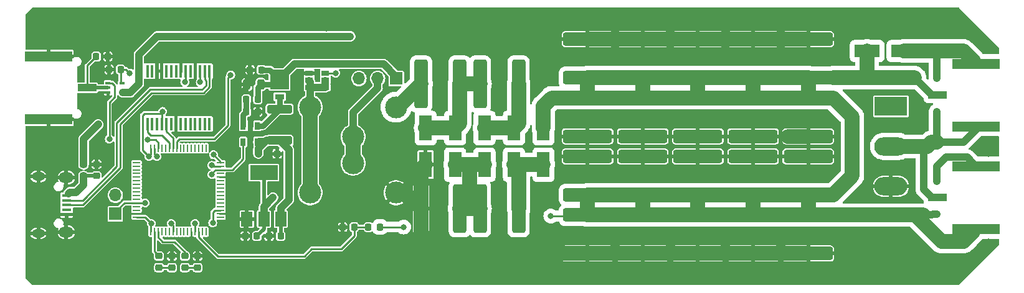
<source format=gbr>
G04 #@! TF.GenerationSoftware,KiCad,Pcbnew,7.99.0-unknown-099e5dd9e7~172~ubuntu22.04.1*
G04 #@! TF.CreationDate,2023-11-16T11:57:36+01:00*
G04 #@! TF.ProjectId,emfi,656d6669-2e6b-4696-9361-645f70636258,0.1*
G04 #@! TF.SameCoordinates,Original*
G04 #@! TF.FileFunction,Copper,L1,Top*
G04 #@! TF.FilePolarity,Positive*
%FSLAX46Y46*%
G04 Gerber Fmt 4.6, Leading zero omitted, Abs format (unit mm)*
G04 Created by KiCad (PCBNEW 7.99.0-unknown-099e5dd9e7~172~ubuntu22.04.1) date 2023-11-16 11:57:36*
%MOMM*%
%LPD*%
G01*
G04 APERTURE LIST*
G04 Aperture macros list*
%AMRoundRect*
0 Rectangle with rounded corners*
0 $1 Rounding radius*
0 $2 $3 $4 $5 $6 $7 $8 $9 X,Y pos of 4 corners*
0 Add a 4 corners polygon primitive as box body*
4,1,4,$2,$3,$4,$5,$6,$7,$8,$9,$2,$3,0*
0 Add four circle primitives for the rounded corners*
1,1,$1+$1,$2,$3*
1,1,$1+$1,$4,$5*
1,1,$1+$1,$6,$7*
1,1,$1+$1,$8,$9*
0 Add four rect primitives between the rounded corners*
20,1,$1+$1,$2,$3,$4,$5,0*
20,1,$1+$1,$4,$5,$6,$7,0*
20,1,$1+$1,$6,$7,$8,$9,0*
20,1,$1+$1,$8,$9,$2,$3,0*%
G04 Aperture macros list end*
G04 #@! TA.AperFunction,SMDPad,CuDef*
%ADD10RoundRect,0.218750X-0.218750X-0.256250X0.218750X-0.256250X0.218750X0.256250X-0.218750X0.256250X0*%
G04 #@! TD*
G04 #@! TA.AperFunction,SMDPad,CuDef*
%ADD11RoundRect,0.218750X0.218750X0.256250X-0.218750X0.256250X-0.218750X-0.256250X0.218750X-0.256250X0*%
G04 #@! TD*
G04 #@! TA.AperFunction,SMDPad,CuDef*
%ADD12C,3.000000*%
G04 #@! TD*
G04 #@! TA.AperFunction,SMDPad,CuDef*
%ADD13RoundRect,0.243750X0.243750X0.456250X-0.243750X0.456250X-0.243750X-0.456250X0.243750X-0.456250X0*%
G04 #@! TD*
G04 #@! TA.AperFunction,SMDPad,CuDef*
%ADD14RoundRect,0.250000X1.450000X-0.312500X1.450000X0.312500X-1.450000X0.312500X-1.450000X-0.312500X0*%
G04 #@! TD*
G04 #@! TA.AperFunction,SMDPad,CuDef*
%ADD15R,0.650000X1.060000*%
G04 #@! TD*
G04 #@! TA.AperFunction,SMDPad,CuDef*
%ADD16R,2.540000X2.670000*%
G04 #@! TD*
G04 #@! TA.AperFunction,SMDPad,CuDef*
%ADD17R,1.270000X0.762000*%
G04 #@! TD*
G04 #@! TA.AperFunction,SMDPad,CuDef*
%ADD18R,0.250000X1.000000*%
G04 #@! TD*
G04 #@! TA.AperFunction,SMDPad,CuDef*
%ADD19R,1.000000X0.250000*%
G04 #@! TD*
G04 #@! TA.AperFunction,SMDPad,CuDef*
%ADD20R,0.450000X1.750000*%
G04 #@! TD*
G04 #@! TA.AperFunction,SMDPad,CuDef*
%ADD21R,1.060000X0.650000*%
G04 #@! TD*
G04 #@! TA.AperFunction,ComponentPad*
%ADD22R,1.700000X1.700000*%
G04 #@! TD*
G04 #@! TA.AperFunction,ComponentPad*
%ADD23O,1.700000X1.700000*%
G04 #@! TD*
G04 #@! TA.AperFunction,SMDPad,CuDef*
%ADD24RoundRect,0.218750X-0.256250X0.218750X-0.256250X-0.218750X0.256250X-0.218750X0.256250X0.218750X0*%
G04 #@! TD*
G04 #@! TA.AperFunction,SMDPad,CuDef*
%ADD25R,1.800000X3.500000*%
G04 #@! TD*
G04 #@! TA.AperFunction,SMDPad,CuDef*
%ADD26RoundRect,0.250000X0.650000X3.050000X-0.650000X3.050000X-0.650000X-3.050000X0.650000X-3.050000X0*%
G04 #@! TD*
G04 #@! TA.AperFunction,SMDPad,CuDef*
%ADD27RoundRect,0.250000X-0.650000X-3.050000X0.650000X-3.050000X0.650000X3.050000X-0.650000X3.050000X0*%
G04 #@! TD*
G04 #@! TA.AperFunction,SMDPad,CuDef*
%ADD28RoundRect,0.250000X3.050000X-0.650000X3.050000X0.650000X-3.050000X0.650000X-3.050000X-0.650000X0*%
G04 #@! TD*
G04 #@! TA.AperFunction,SMDPad,CuDef*
%ADD29RoundRect,0.250000X-3.050000X0.650000X-3.050000X-0.650000X3.050000X-0.650000X3.050000X0.650000X0*%
G04 #@! TD*
G04 #@! TA.AperFunction,SMDPad,CuDef*
%ADD30R,1.500000X2.000000*%
G04 #@! TD*
G04 #@! TA.AperFunction,SMDPad,CuDef*
%ADD31R,3.800000X2.000000*%
G04 #@! TD*
G04 #@! TA.AperFunction,SMDPad,CuDef*
%ADD32RoundRect,0.218750X0.256250X-0.218750X0.256250X0.218750X-0.256250X0.218750X-0.256250X-0.218750X0*%
G04 #@! TD*
G04 #@! TA.AperFunction,SMDPad,CuDef*
%ADD33R,2.500000X1.000000*%
G04 #@! TD*
G04 #@! TA.AperFunction,SMDPad,CuDef*
%ADD34R,6.400000X1.440000*%
G04 #@! TD*
G04 #@! TA.AperFunction,SMDPad,CuDef*
%ADD35R,1.300000X0.450000*%
G04 #@! TD*
G04 #@! TA.AperFunction,ComponentPad*
%ADD36O,1.800000X1.150000*%
G04 #@! TD*
G04 #@! TA.AperFunction,ComponentPad*
%ADD37O,2.000000X1.450000*%
G04 #@! TD*
G04 #@! TA.AperFunction,SMDPad,CuDef*
%ADD38R,3.500000X1.800000*%
G04 #@! TD*
G04 #@! TA.AperFunction,SMDPad,CuDef*
%ADD39R,0.650000X0.400000*%
G04 #@! TD*
G04 #@! TA.AperFunction,ComponentPad*
%ADD40R,4.500000X2.500000*%
G04 #@! TD*
G04 #@! TA.AperFunction,ComponentPad*
%ADD41O,4.500000X2.500000*%
G04 #@! TD*
G04 #@! TA.AperFunction,ViaPad*
%ADD42C,0.800000*%
G04 #@! TD*
G04 #@! TA.AperFunction,Conductor*
%ADD43C,2.000000*%
G04 #@! TD*
G04 #@! TA.AperFunction,Conductor*
%ADD44C,0.750000*%
G04 #@! TD*
G04 #@! TA.AperFunction,Conductor*
%ADD45C,0.500000*%
G04 #@! TD*
G04 #@! TA.AperFunction,Conductor*
%ADD46C,0.700000*%
G04 #@! TD*
G04 #@! TA.AperFunction,Conductor*
%ADD47C,0.250000*%
G04 #@! TD*
G04 #@! TA.AperFunction,Conductor*
%ADD48C,1.000000*%
G04 #@! TD*
G04 APERTURE END LIST*
D10*
X52712500Y-34750000D03*
X54287500Y-34750000D03*
D11*
X74537500Y-59250000D03*
X72962500Y-59250000D03*
X77787500Y-59250000D03*
X76212500Y-59250000D03*
X78887500Y-48000000D03*
X77312500Y-48000000D03*
D12*
X81795000Y-53325000D03*
X87630000Y-49295000D03*
X81795000Y-41655000D03*
X87630000Y-45685000D03*
X93465000Y-53325000D03*
X93465000Y-41655000D03*
D10*
X73101500Y-42315607D03*
X74676500Y-42315607D03*
D11*
X74676500Y-40565607D03*
X73101500Y-40565607D03*
D10*
X73601500Y-36565607D03*
X75176500Y-36565607D03*
D13*
X75076500Y-38565607D03*
X73201500Y-38565607D03*
D14*
X77639000Y-46203107D03*
X77639000Y-41928107D03*
D15*
X74589000Y-44215607D03*
X73639000Y-44215607D03*
X72689000Y-44215607D03*
X72689000Y-46415607D03*
X74589000Y-46415607D03*
D16*
X77639000Y-37867107D03*
D17*
X77639000Y-40218107D03*
D18*
X60150000Y-58650000D03*
X60650000Y-58650000D03*
X61150000Y-58650000D03*
X61650000Y-58650000D03*
X62150000Y-58650000D03*
X62650000Y-58650000D03*
X63150000Y-58650000D03*
X63650000Y-58650000D03*
X64150000Y-58650000D03*
X64650000Y-58650000D03*
X65150000Y-58650000D03*
X65650000Y-58650000D03*
X66150000Y-58650000D03*
X66650000Y-58650000D03*
X67150000Y-58650000D03*
X67650000Y-58650000D03*
D19*
X69600000Y-56700000D03*
X69600000Y-56200000D03*
X69600000Y-55700000D03*
X69600000Y-55200000D03*
X69600000Y-54700000D03*
X69600000Y-54200000D03*
X69600000Y-53700000D03*
X69600000Y-53200000D03*
X69600000Y-52700000D03*
X69600000Y-52200000D03*
X69600000Y-51700000D03*
X69600000Y-51200000D03*
X69600000Y-50700000D03*
X69600000Y-50200000D03*
X69600000Y-49700000D03*
X69600000Y-49200000D03*
D18*
X67650000Y-47250000D03*
X67150000Y-47250000D03*
X66650000Y-47250000D03*
X66150000Y-47250000D03*
X65650000Y-47250000D03*
X65150000Y-47250000D03*
X64650000Y-47250000D03*
X64150000Y-47250000D03*
X63650000Y-47250000D03*
X63150000Y-47250000D03*
X62650000Y-47250000D03*
X62150000Y-47250000D03*
X61650000Y-47250000D03*
X61150000Y-47250000D03*
X60650000Y-47250000D03*
X60150000Y-47250000D03*
D19*
X58200000Y-49200000D03*
X58200000Y-49700000D03*
X58200000Y-50200000D03*
X58200000Y-50700000D03*
X58200000Y-51200000D03*
X58200000Y-51700000D03*
X58200000Y-52200000D03*
X58200000Y-52700000D03*
X58200000Y-53200000D03*
X58200000Y-53700000D03*
X58200000Y-54200000D03*
X58200000Y-54700000D03*
X58200000Y-55200000D03*
X58200000Y-55700000D03*
X58200000Y-56200000D03*
X58200000Y-56700000D03*
D20*
X59675000Y-43950000D03*
X60325000Y-43950000D03*
X60975000Y-43950000D03*
X61625000Y-43950000D03*
X62275000Y-43950000D03*
X62925000Y-43950000D03*
X63575000Y-43950000D03*
X64225000Y-43950000D03*
X64875000Y-43950000D03*
X65525000Y-43950000D03*
X66175000Y-43950000D03*
X66825000Y-43950000D03*
X67475000Y-43950000D03*
X68125000Y-43950000D03*
X68125000Y-36750000D03*
X67475000Y-36750000D03*
X66825000Y-36750000D03*
X66175000Y-36750000D03*
X65525000Y-36750000D03*
X64875000Y-36750000D03*
X64225000Y-36750000D03*
X63575000Y-36750000D03*
X62925000Y-36750000D03*
X62275000Y-36750000D03*
X61625000Y-36750000D03*
X60975000Y-36750000D03*
X60325000Y-36750000D03*
X59675000Y-36750000D03*
D21*
X83850000Y-38950000D03*
X83850000Y-38000000D03*
X83850000Y-37050000D03*
X81650000Y-37050000D03*
X81650000Y-38000000D03*
X81650000Y-38950000D03*
D22*
X93500000Y-37750000D03*
D23*
X90960000Y-37750000D03*
X88420000Y-37750000D03*
D24*
X52750000Y-49462500D03*
X52750000Y-51037500D03*
D11*
X87787500Y-58000000D03*
X86212500Y-58000000D03*
X91287500Y-58000000D03*
X89712500Y-58000000D03*
D25*
X113500000Y-44500000D03*
X113500000Y-49500000D03*
D26*
X110125000Y-55500000D03*
X104875000Y-55500000D03*
D25*
X101500000Y-49500000D03*
X101500000Y-44500000D03*
D26*
X110125000Y-38500000D03*
X104875000Y-38500000D03*
D27*
X96875000Y-55500000D03*
X102125000Y-55500000D03*
D25*
X105500000Y-44500000D03*
X105500000Y-49500000D03*
X97500000Y-44500000D03*
X97500000Y-49500000D03*
X109500000Y-49500000D03*
X109500000Y-44500000D03*
D26*
X102125000Y-38500000D03*
X96875000Y-38500000D03*
D28*
X134500000Y-45625000D03*
X134500000Y-40375000D03*
D29*
X119500000Y-32375000D03*
X119500000Y-37625000D03*
X127000000Y-32375000D03*
X127000000Y-37625000D03*
D28*
X119500000Y-61625000D03*
X119500000Y-56375000D03*
D29*
X142000000Y-32375000D03*
X142000000Y-37625000D03*
D28*
X142000000Y-61625000D03*
X142000000Y-56375000D03*
D29*
X119500000Y-48375000D03*
X119500000Y-53625000D03*
D28*
X142000000Y-45625000D03*
X142000000Y-40375000D03*
X149500000Y-61625000D03*
X149500000Y-56375000D03*
D29*
X127000000Y-48375000D03*
X127000000Y-53625000D03*
X149500000Y-48375000D03*
X149500000Y-53625000D03*
D28*
X119500000Y-45625000D03*
X119500000Y-40375000D03*
X134500000Y-61625000D03*
X134500000Y-56375000D03*
X127000000Y-45625000D03*
X127000000Y-40375000D03*
X149500000Y-45625000D03*
X149500000Y-40375000D03*
D29*
X149500000Y-32375000D03*
X149500000Y-37625000D03*
X134500000Y-32375000D03*
X134500000Y-37625000D03*
D28*
X127000000Y-61625000D03*
X127000000Y-56375000D03*
D29*
X134500000Y-48375000D03*
X134500000Y-53625000D03*
D30*
X73200000Y-56900000D03*
D31*
X75500000Y-50600000D03*
D30*
X75500000Y-56900000D03*
X77800000Y-56900000D03*
D24*
X66500000Y-61962500D03*
X66500000Y-63537500D03*
X63000000Y-61962500D03*
X63000000Y-63537500D03*
D32*
X61250000Y-63537500D03*
X61250000Y-61962500D03*
X64750000Y-63537500D03*
X64750000Y-61962500D03*
D22*
X55300000Y-56200000D03*
D23*
X55300000Y-53660000D03*
D33*
X51500000Y-39000000D03*
D34*
X46250000Y-43280000D03*
X46250000Y-34720000D03*
D35*
X48700000Y-53700000D03*
X48700000Y-54350000D03*
X48700000Y-55000000D03*
X48700000Y-55650000D03*
X48700000Y-56300000D03*
D36*
X44850000Y-58875000D03*
D37*
X48650000Y-58725000D03*
X48650000Y-51275000D03*
D36*
X44850000Y-51125000D03*
D33*
X167050000Y-40000000D03*
D34*
X172300000Y-44280000D03*
X172300000Y-35720000D03*
D32*
X51000000Y-51037500D03*
X51000000Y-49462500D03*
D33*
X167050000Y-54000000D03*
D34*
X172300000Y-58280000D03*
X172300000Y-49720000D03*
D29*
X142000000Y-48375000D03*
X142000000Y-53625000D03*
D38*
X157500000Y-34000000D03*
X162500000Y-34000000D03*
D39*
X54300000Y-38350000D03*
X54300000Y-39000000D03*
X54300000Y-39650000D03*
X56200000Y-39650000D03*
X56200000Y-38350000D03*
D10*
X54462500Y-36500000D03*
X56037500Y-36500000D03*
D40*
X160750000Y-41550000D03*
D41*
X160750000Y-47000000D03*
X160750000Y-52450000D03*
D42*
X156500000Y-53600000D03*
X156500000Y-40300000D03*
X44000000Y-45000000D03*
X44000000Y-49000000D03*
X44000000Y-48000000D03*
X44000000Y-47000000D03*
X44000000Y-46000000D03*
X44000000Y-33000000D03*
X44000000Y-32000000D03*
X44000000Y-31000000D03*
X44000000Y-30000000D03*
X45000000Y-29000000D03*
X46000000Y-29000000D03*
X47000000Y-29000000D03*
X48000000Y-29000000D03*
X49000000Y-29000000D03*
X50000000Y-29000000D03*
X51000000Y-29000000D03*
X52000000Y-29000000D03*
X53000000Y-29000000D03*
X60000000Y-29000000D03*
X56000000Y-29000000D03*
X62000000Y-29000000D03*
X58000000Y-29000000D03*
X55000000Y-29000000D03*
X59000000Y-29000000D03*
X54000000Y-29000000D03*
X61000000Y-29000000D03*
X57000000Y-29000000D03*
X78000000Y-29000000D03*
X75000000Y-29000000D03*
X68000000Y-29000000D03*
X64000000Y-29000000D03*
X79000000Y-29000000D03*
X70000000Y-29000000D03*
X66000000Y-29000000D03*
X63000000Y-29000000D03*
X67000000Y-29000000D03*
X72000000Y-29000000D03*
X76000000Y-29000000D03*
X69000000Y-29000000D03*
X71000000Y-29000000D03*
X73000000Y-29000000D03*
X74000000Y-29000000D03*
X65000000Y-29000000D03*
X77000000Y-29000000D03*
X84000000Y-29000000D03*
X92000000Y-29000000D03*
X87000000Y-29000000D03*
X91000000Y-29000000D03*
X93000000Y-29000000D03*
X90000000Y-29000000D03*
X80000000Y-29000000D03*
X86000000Y-29000000D03*
X95000000Y-29000000D03*
X88000000Y-29000000D03*
X89000000Y-29000000D03*
X96000000Y-29000000D03*
X81000000Y-29000000D03*
X94000000Y-29000000D03*
X83000000Y-29000000D03*
X85000000Y-29000000D03*
X82000000Y-29000000D03*
X100000000Y-29000000D03*
X99000000Y-29000000D03*
X112000000Y-29000000D03*
X101000000Y-29000000D03*
X98000000Y-29000000D03*
X107000000Y-29000000D03*
X105000000Y-29000000D03*
X109000000Y-29000000D03*
X119000000Y-29000000D03*
X110000000Y-29000000D03*
X118000000Y-29000000D03*
X103000000Y-29000000D03*
X108000000Y-29000000D03*
X97000000Y-29000000D03*
X111000000Y-29000000D03*
X104000000Y-29000000D03*
X116000000Y-29000000D03*
X106000000Y-29000000D03*
X113000000Y-29000000D03*
X117000000Y-29000000D03*
X121000000Y-29000000D03*
X114000000Y-29000000D03*
X115000000Y-29000000D03*
X102000000Y-29000000D03*
X120000000Y-29000000D03*
X140000000Y-29000000D03*
X132000000Y-29000000D03*
X141000000Y-29000000D03*
X124000000Y-29000000D03*
X145000000Y-29000000D03*
X142000000Y-29000000D03*
X126000000Y-29000000D03*
X123000000Y-29000000D03*
X146000000Y-29000000D03*
X122000000Y-29000000D03*
X135000000Y-29000000D03*
X125000000Y-29000000D03*
X138000000Y-29000000D03*
X136000000Y-29000000D03*
X133000000Y-29000000D03*
X144000000Y-29000000D03*
X130000000Y-29000000D03*
X129000000Y-29000000D03*
X134000000Y-29000000D03*
X128000000Y-29000000D03*
X131000000Y-29000000D03*
X139000000Y-29000000D03*
X137000000Y-29000000D03*
X127000000Y-29000000D03*
X143000000Y-29000000D03*
X158000000Y-29000000D03*
X157000000Y-29000000D03*
X151000000Y-29000000D03*
X147000000Y-29000000D03*
X149000000Y-29000000D03*
X150000000Y-29000000D03*
X155000000Y-29000000D03*
X154000000Y-29000000D03*
X153000000Y-29000000D03*
X156000000Y-29000000D03*
X148000000Y-29000000D03*
X152000000Y-29000000D03*
X159000000Y-29000000D03*
X160000000Y-29000000D03*
X161000000Y-29000000D03*
X162000000Y-29000000D03*
X163000000Y-29000000D03*
X164000000Y-29000000D03*
X164000000Y-65000000D03*
X163000000Y-65000000D03*
X162000000Y-65000000D03*
X161000000Y-65000000D03*
X160000000Y-65000000D03*
X158000000Y-65000000D03*
X159000000Y-65000000D03*
X157000000Y-65000000D03*
X155000000Y-65000000D03*
X152000000Y-65000000D03*
X156000000Y-65000000D03*
X153000000Y-65000000D03*
X154000000Y-65000000D03*
X150000000Y-65000000D03*
X147000000Y-65000000D03*
X148000000Y-65000000D03*
X151000000Y-65000000D03*
X146000000Y-65000000D03*
X149000000Y-65000000D03*
X145000000Y-65000000D03*
X143000000Y-65000000D03*
X142000000Y-65000000D03*
X141000000Y-65000000D03*
X140000000Y-65000000D03*
X144000000Y-65000000D03*
X128000000Y-65000000D03*
X126000000Y-65000000D03*
X125000000Y-65000000D03*
X133000000Y-65000000D03*
X130000000Y-65000000D03*
X138000000Y-65000000D03*
X131000000Y-65000000D03*
X135000000Y-65000000D03*
X139000000Y-65000000D03*
X134000000Y-65000000D03*
X136000000Y-65000000D03*
X124000000Y-65000000D03*
X129000000Y-65000000D03*
X127000000Y-65000000D03*
X132000000Y-65000000D03*
X137000000Y-65000000D03*
X116000000Y-65000000D03*
X110000000Y-65000000D03*
X108000000Y-65000000D03*
X109000000Y-65000000D03*
X122000000Y-65000000D03*
X121000000Y-65000000D03*
X117000000Y-65000000D03*
X119000000Y-65000000D03*
X112000000Y-65000000D03*
X115000000Y-65000000D03*
X111000000Y-65000000D03*
X120000000Y-65000000D03*
X114000000Y-65000000D03*
X113000000Y-65000000D03*
X123000000Y-65000000D03*
X118000000Y-65000000D03*
X105000000Y-65000000D03*
X94000000Y-65000000D03*
X95000000Y-65000000D03*
X97000000Y-65000000D03*
X104000000Y-65000000D03*
X96000000Y-65000000D03*
X103000000Y-65000000D03*
X93000000Y-65000000D03*
X106000000Y-65000000D03*
X92000000Y-65000000D03*
X102000000Y-65000000D03*
X100000000Y-65000000D03*
X99000000Y-65000000D03*
X98000000Y-65000000D03*
X101000000Y-65000000D03*
X107000000Y-65000000D03*
X91000000Y-65000000D03*
X76000000Y-65000000D03*
X86000000Y-65000000D03*
X88000000Y-65000000D03*
X89000000Y-65000000D03*
X81000000Y-65000000D03*
X84000000Y-65000000D03*
X83000000Y-65000000D03*
X82000000Y-65000000D03*
X85000000Y-65000000D03*
X80000000Y-65000000D03*
X87000000Y-65000000D03*
X90000000Y-65000000D03*
X78000000Y-65000000D03*
X79000000Y-65000000D03*
X77000000Y-65000000D03*
X68000000Y-65000000D03*
X66000000Y-65000000D03*
X69000000Y-65000000D03*
X73000000Y-65000000D03*
X72000000Y-65000000D03*
X60000000Y-65000000D03*
X67000000Y-65000000D03*
X75000000Y-65000000D03*
X70000000Y-65000000D03*
X62000000Y-65000000D03*
X63000000Y-65000000D03*
X61000000Y-65000000D03*
X65000000Y-65000000D03*
X71000000Y-65000000D03*
X74000000Y-65000000D03*
X64000000Y-65000000D03*
X49000000Y-65000000D03*
X53000000Y-65000000D03*
X57000000Y-65000000D03*
X51000000Y-65000000D03*
X52000000Y-65000000D03*
X50000000Y-65000000D03*
X55000000Y-65000000D03*
X58000000Y-65000000D03*
X59000000Y-65000000D03*
X54000000Y-65000000D03*
X45000000Y-65000000D03*
X48000000Y-65000000D03*
X47000000Y-65000000D03*
X56000000Y-65000000D03*
X46000000Y-65000000D03*
X44000000Y-64000000D03*
X44000000Y-63000000D03*
X44000000Y-62000000D03*
X44000000Y-61000000D03*
X165000000Y-29000000D03*
X166000000Y-29000000D03*
X167000000Y-29000000D03*
X168000000Y-29000000D03*
X169000000Y-29000000D03*
X170000000Y-30000000D03*
X171000000Y-31000000D03*
X172000000Y-32000000D03*
X173000000Y-33000000D03*
X174000000Y-34000000D03*
X174000000Y-46000000D03*
X174000000Y-47000000D03*
X174000000Y-48000000D03*
X174000000Y-60000000D03*
X173000000Y-61000000D03*
X172000000Y-62000000D03*
X171000000Y-63000000D03*
X170000000Y-64000000D03*
X169000000Y-65000000D03*
X168000000Y-65000000D03*
X167000000Y-65000000D03*
X166000000Y-65000000D03*
X165000000Y-65000000D03*
X84000000Y-41000000D03*
X84000000Y-43000000D03*
X84000000Y-45000000D03*
X84000000Y-47000000D03*
X84000000Y-49000000D03*
X84000000Y-51000000D03*
X84000000Y-53000000D03*
X84000000Y-63000000D03*
X84000000Y-59000000D03*
X84000000Y-57000000D03*
X55750000Y-42000000D03*
X64500000Y-42000000D03*
X63750000Y-49000000D03*
X63750000Y-53000000D03*
X67750000Y-53000000D03*
X63000000Y-60750000D03*
X66500000Y-60750000D03*
X76150000Y-48000000D03*
X52750000Y-48250000D03*
X84000000Y-33100010D03*
X71738990Y-45350000D03*
X50250000Y-56250000D03*
X73650000Y-45350000D03*
X84000000Y-30899990D03*
X53250000Y-36500000D03*
X68450000Y-50850000D03*
X94500000Y-58000000D03*
X114500000Y-56500000D03*
X167000000Y-51750000D03*
X167000000Y-56250000D03*
X87250000Y-32000000D03*
X59350000Y-54700000D03*
X167000000Y-37750000D03*
X167000000Y-42250000D03*
X71000000Y-37250000D03*
X85250000Y-37000000D03*
X53000000Y-44000000D03*
X74750000Y-48000000D03*
X76750000Y-54000000D03*
X68650000Y-48150000D03*
X57250000Y-36999952D03*
X59900000Y-48400000D03*
X68550000Y-57450000D03*
X66150000Y-57500000D03*
X62900000Y-57500000D03*
X60200000Y-57500000D03*
X64750000Y-38250000D03*
X61750000Y-42250000D03*
X66850000Y-38250000D03*
X68450000Y-49600000D03*
X60950000Y-48400000D03*
X59725000Y-46120484D03*
X54500000Y-46000000D03*
D43*
X170580000Y-34000000D02*
X171945000Y-35365000D01*
D44*
X73639000Y-44215607D02*
X73639000Y-43375655D01*
X74214888Y-42799767D02*
X74214888Y-42777219D01*
X73601500Y-38165607D02*
X73201500Y-38565607D01*
X74214888Y-42777219D02*
X74676500Y-42315607D01*
X73201500Y-38868059D02*
X73201500Y-38565607D01*
X73639000Y-43375655D02*
X74214888Y-42799767D01*
X73601500Y-36565607D02*
X73601500Y-38165607D01*
X71738990Y-40330569D02*
X73201500Y-38868059D01*
D43*
X96875000Y-55500000D02*
X96875000Y-58900000D01*
X96875000Y-58900000D02*
X99600000Y-61625000D01*
D45*
X72962500Y-57137500D02*
X73200000Y-56900000D01*
X52750000Y-49462500D02*
X52750000Y-48250000D01*
D43*
X119500000Y-61625000D02*
X149500000Y-61625000D01*
D45*
X72962500Y-59250000D02*
X72962500Y-57137500D01*
D43*
X93465000Y-53325000D02*
X94700000Y-53325000D01*
D46*
X73639000Y-45339000D02*
X73650000Y-45350000D01*
D43*
X146750000Y-45625000D02*
X149500000Y-45625000D01*
X116100000Y-61625000D02*
X119500000Y-61625000D01*
X94700000Y-53325000D02*
X96875000Y-55500000D01*
X96875000Y-55500000D02*
X96875000Y-50125000D01*
D46*
X73639000Y-44215607D02*
X73639000Y-45339000D01*
D43*
X96875000Y-50125000D02*
X97500000Y-49500000D01*
D47*
X63000000Y-61962500D02*
X63000000Y-60750000D01*
X66500000Y-61962500D02*
X66500000Y-60750000D01*
D43*
X119500000Y-32375000D02*
X149500000Y-32375000D01*
D47*
X54287500Y-36325000D02*
X54462500Y-36500000D01*
X54462500Y-36500000D02*
X53250000Y-36500000D01*
D46*
X71738990Y-40330569D02*
X71738990Y-45350000D01*
D47*
X77312500Y-48000000D02*
X76150000Y-48000000D01*
D43*
X99600000Y-61625000D02*
X116100000Y-61625000D01*
D47*
X54287500Y-34750000D02*
X54287500Y-36325000D01*
X69600000Y-50200000D02*
X68889998Y-50200000D01*
X68450000Y-50639998D02*
X68450000Y-50850000D01*
X72689000Y-48711000D02*
X71200000Y-50200000D01*
X71200000Y-50200000D02*
X69500000Y-50200000D01*
X68889998Y-50200000D02*
X68450000Y-50639998D01*
X72689000Y-46415607D02*
X72689000Y-48711000D01*
X66650000Y-58650000D02*
X66650000Y-59400000D01*
X81000000Y-62000000D02*
X82000000Y-61000000D01*
X66650000Y-59400000D02*
X69250000Y-62000000D01*
X87787500Y-59212500D02*
X87787500Y-58000000D01*
X69250000Y-62000000D02*
X81000000Y-62000000D01*
X89712500Y-58000000D02*
X87787500Y-58000000D01*
X82000000Y-61000000D02*
X86000000Y-61000000D01*
X86000000Y-61000000D02*
X87787500Y-59212500D01*
D43*
X149500000Y-56375000D02*
X164000000Y-56375000D01*
X149500000Y-40375000D02*
X152900000Y-40375000D01*
X163925000Y-37625000D02*
X157500000Y-37625000D01*
X134500000Y-53625000D02*
X134500000Y-56375000D01*
D48*
X167000000Y-49719998D02*
X168219998Y-48500000D01*
D43*
X127000000Y-53625000D02*
X127000000Y-56375000D01*
D48*
X166434315Y-56250000D02*
X166309315Y-56375000D01*
X167000000Y-56250000D02*
X166434315Y-56250000D01*
D43*
X149500000Y-40375000D02*
X119500000Y-40375000D01*
X164000000Y-56375000D02*
X165094998Y-56375000D01*
X127000000Y-37625000D02*
X127000000Y-40375000D01*
X157500000Y-37625000D02*
X152900000Y-37625000D01*
D47*
X94500000Y-58000000D02*
X91287500Y-58000000D01*
D48*
X168219998Y-48500000D02*
X171080000Y-48500000D01*
D47*
X114500000Y-56500000D02*
X119375000Y-56500000D01*
D43*
X152900000Y-53625000D02*
X149500000Y-53625000D01*
X142000000Y-37625000D02*
X142000000Y-40375000D01*
X167625000Y-60000000D02*
X164000000Y-56375000D01*
D48*
X171080000Y-48500000D02*
X171844990Y-49264990D01*
X167050000Y-40000000D02*
X166300000Y-40000000D01*
D43*
X119500000Y-53625000D02*
X146750000Y-53625000D01*
X113500000Y-41500000D02*
X114625000Y-40375000D01*
D48*
X167000000Y-51750000D02*
X167000000Y-49719998D01*
X166309315Y-56375000D02*
X165094998Y-56375000D01*
D43*
X149500000Y-56375000D02*
X119500000Y-56375000D01*
X171844990Y-58735010D02*
X170580000Y-60000000D01*
X119500000Y-37625000D02*
X149500000Y-37625000D01*
X170580000Y-60000000D02*
X167625000Y-60000000D01*
X142000000Y-53625000D02*
X142000000Y-56375000D01*
X119500000Y-53625000D02*
X119500000Y-56375000D01*
X146750000Y-53625000D02*
X149500000Y-53625000D01*
X149500000Y-53625000D02*
X149500000Y-56375000D01*
X114625000Y-40375000D02*
X119500000Y-40375000D01*
D48*
X152900000Y-37625000D02*
X149500000Y-37625000D01*
D43*
X149500000Y-37625000D02*
X149500000Y-40375000D01*
X113500000Y-44500000D02*
X113500000Y-41500000D01*
D47*
X119375000Y-56500000D02*
X119500000Y-56375000D01*
D43*
X152900000Y-40375000D02*
X155500000Y-42975000D01*
D48*
X166300000Y-40000000D02*
X163925000Y-37625000D01*
D43*
X155500000Y-51025000D02*
X152900000Y-53625000D01*
X155500000Y-42975000D02*
X155500000Y-51025000D01*
X134500000Y-37625000D02*
X134500000Y-40375000D01*
X119500000Y-37625000D02*
X119500000Y-40375000D01*
X157500000Y-37625000D02*
X157500000Y-34000000D01*
D48*
X86684315Y-32000000D02*
X87250000Y-32000000D01*
X56325000Y-39650000D02*
X57350000Y-39650000D01*
X57350000Y-39650000D02*
X58500000Y-38500000D01*
X61000000Y-32000000D02*
X86684315Y-32000000D01*
X58500000Y-38500000D02*
X58500000Y-34500000D01*
D45*
X56200000Y-39650000D02*
X56325000Y-39650000D01*
D48*
X58500000Y-34500000D02*
X61000000Y-32000000D01*
D47*
X58200000Y-54700000D02*
X56550000Y-54700000D01*
X58200000Y-54700000D02*
X59350000Y-54700000D01*
X56550000Y-54700000D02*
X55250000Y-56000000D01*
D48*
X167000000Y-37750000D02*
X167000000Y-35719998D01*
D43*
X167000000Y-34000000D02*
X170580000Y-34000000D01*
D48*
X165195000Y-52895000D02*
X165195000Y-47490000D01*
D43*
X160750000Y-47000000D02*
X165685000Y-47000000D01*
D48*
X166300000Y-54000000D02*
X165195000Y-52895000D01*
X165195000Y-47490000D02*
X165750000Y-46935000D01*
D43*
X162500000Y-34000000D02*
X167000000Y-34000000D01*
D48*
X167000000Y-46435000D02*
X167000000Y-42250000D01*
D43*
X166250000Y-46435000D02*
X167000000Y-46435000D01*
D48*
X167000000Y-35719998D02*
X167000000Y-34000000D01*
X167000000Y-46435000D02*
X170600010Y-46435000D01*
D47*
X165685000Y-47000000D02*
X165750000Y-46935000D01*
D48*
X170600010Y-46435000D02*
X172300000Y-44735010D01*
D43*
X165750000Y-46935000D02*
X166250000Y-46435000D01*
D48*
X167050000Y-54000000D02*
X166300000Y-54000000D01*
D44*
X76337500Y-36565607D02*
X77639000Y-37867107D01*
X75176500Y-36565607D02*
X76337500Y-36565607D01*
X76940500Y-38565607D02*
X77639000Y-37867107D01*
X74676500Y-40565607D02*
X74676500Y-38965607D01*
X75076500Y-38565607D02*
X76940500Y-38565607D01*
X74676500Y-38965607D02*
X75076500Y-38565607D01*
D48*
X93500000Y-37750000D02*
X93500000Y-37500000D01*
X93500000Y-37500000D02*
X91750000Y-35750000D01*
X91750000Y-35750000D02*
X79691107Y-35750000D01*
X77639000Y-37802107D02*
X77639000Y-37867107D01*
X79691107Y-35750000D02*
X77639000Y-37802107D01*
X83850000Y-38950000D02*
X83850000Y-38075001D01*
D43*
X81795000Y-53325000D02*
X81795000Y-41655000D01*
D48*
X81795000Y-41655000D02*
X81795000Y-38220001D01*
X81795000Y-38220001D02*
X81650000Y-38075001D01*
X83850000Y-38950000D02*
X81650000Y-38950000D01*
D47*
X64000000Y-46000000D02*
X63650000Y-46350000D01*
X71000000Y-37250000D02*
X70600001Y-37649999D01*
X70600001Y-37649999D02*
X70600001Y-44149999D01*
X85200000Y-37050000D02*
X85250000Y-37000000D01*
X83850000Y-37050000D02*
X85200000Y-37050000D01*
X63650000Y-46350000D02*
X63650000Y-47250000D01*
X68750000Y-46000000D02*
X64000000Y-46000000D01*
X70600001Y-44149999D02*
X68750000Y-46000000D01*
D44*
X74589000Y-44215607D02*
X75351500Y-44215607D01*
X77639000Y-40218107D02*
X77639000Y-41928107D01*
X75351500Y-44215607D02*
X77639000Y-41928107D01*
X72689000Y-44215607D02*
X72689000Y-42728107D01*
X72689000Y-42728107D02*
X73101500Y-42315607D01*
X73101500Y-42315607D02*
X73101500Y-40565607D01*
X77639000Y-46203107D02*
X74801500Y-46203107D01*
X74801500Y-46203107D02*
X74589000Y-46415607D01*
D48*
X78887500Y-54312500D02*
X78887500Y-48575000D01*
X51000000Y-46000000D02*
X53000000Y-44000000D01*
X78887500Y-47451607D02*
X77639000Y-46203107D01*
X78887500Y-48000000D02*
X78887500Y-47451607D01*
X77800000Y-55400000D02*
X78887500Y-54312500D01*
X51000000Y-49462500D02*
X51000000Y-46000000D01*
X77800000Y-56900000D02*
X77800000Y-55400000D01*
X78887500Y-48575000D02*
X78887500Y-48000000D01*
D45*
X77800000Y-59237500D02*
X77787500Y-59250000D01*
X76546893Y-46203107D02*
X77639000Y-46203107D01*
D48*
X75839000Y-46203107D02*
X77639000Y-46203107D01*
D45*
X77800000Y-56900000D02*
X77800000Y-59237500D01*
D48*
X74750000Y-47292107D02*
X75839000Y-46203107D01*
X74750000Y-48000000D02*
X74750000Y-47292107D01*
D45*
X75500000Y-58287500D02*
X74537500Y-59250000D01*
X75500000Y-56900000D02*
X75500000Y-55400000D01*
D48*
X75500000Y-55250000D02*
X75500000Y-56900000D01*
D45*
X75500000Y-56900000D02*
X75500000Y-58287500D01*
D48*
X76750000Y-54000000D02*
X75500000Y-55250000D01*
D45*
X75500000Y-55400000D02*
X75500000Y-50600000D01*
D47*
X58200000Y-56700000D02*
X59400000Y-56700000D01*
X60150000Y-57550000D02*
X60200000Y-57500000D01*
X56850001Y-36599953D02*
X56849953Y-36599953D01*
X56750000Y-36500000D02*
X56037500Y-36500000D01*
X68850000Y-55700000D02*
X68550000Y-56000000D01*
X56037500Y-36500000D02*
X56037500Y-38187500D01*
X61625000Y-42375000D02*
X61750000Y-42250000D01*
X56849953Y-36599953D02*
X56750000Y-36500000D01*
X59000000Y-42750000D02*
X59250000Y-42500000D01*
X68550000Y-56000000D02*
X68550000Y-57450000D01*
X63150000Y-57750000D02*
X62900000Y-57500000D01*
X63150000Y-58650000D02*
X63150000Y-57750000D01*
X64875000Y-38125000D02*
X64750000Y-38250000D01*
X59400000Y-56700000D02*
X60200000Y-57500000D01*
X64875000Y-36750000D02*
X64875000Y-38125000D01*
X61625000Y-43950000D02*
X61625000Y-42375000D01*
X61500000Y-42500000D02*
X61750000Y-42250000D01*
X56200000Y-38350000D02*
X56325000Y-38350000D01*
X59250000Y-42500000D02*
X61500000Y-42500000D01*
X69600000Y-55700000D02*
X68850000Y-55700000D01*
X57250000Y-36999952D02*
X56850001Y-36599953D01*
X69600000Y-49200000D02*
X69600000Y-49100000D01*
X66150000Y-58650000D02*
X66150000Y-57500000D01*
X60150000Y-48150000D02*
X59900000Y-48400000D01*
X56037500Y-38187500D02*
X56200000Y-38350000D01*
X60150000Y-58650000D02*
X60150000Y-57550000D01*
X59000000Y-47500000D02*
X59000000Y-42750000D01*
X60150000Y-47250000D02*
X60150000Y-48150000D01*
X59900000Y-48400000D02*
X59000000Y-47500000D01*
X69600000Y-49100000D02*
X68650000Y-48150000D01*
X61650000Y-45500000D02*
X60100000Y-45500000D01*
X62650000Y-46500000D02*
X61650000Y-45500000D01*
X59675000Y-45075000D02*
X59675000Y-43950000D01*
X62650000Y-47250000D02*
X62650000Y-46500000D01*
X60100000Y-45500000D02*
X59675000Y-45075000D01*
X63150000Y-47250000D02*
X63150000Y-45860002D01*
X62275000Y-44985002D02*
X62275000Y-43950000D01*
X63150000Y-45860002D02*
X62275000Y-44985002D01*
X60236399Y-39700011D02*
X67286400Y-39700011D01*
X68125000Y-37875000D02*
X68125000Y-36750000D01*
X56000000Y-49886411D02*
X56000000Y-43936410D01*
X67286400Y-39700011D02*
X68125000Y-38861410D01*
X56000000Y-43936410D02*
X60236399Y-39700011D01*
X50886411Y-55000000D02*
X56000000Y-49886411D01*
X68125000Y-38861410D02*
X68125000Y-37875000D01*
X48700000Y-55000000D02*
X50886411Y-55000000D01*
X67650000Y-38700000D02*
X67100000Y-39250000D01*
X67475000Y-36750000D02*
X67475000Y-37875000D01*
X67475000Y-37875000D02*
X67650000Y-38050000D01*
X60050000Y-39250000D02*
X55500000Y-43800000D01*
X67650000Y-38050000D02*
X67650000Y-38700000D01*
X50900000Y-54350000D02*
X48700000Y-54350000D01*
X67100000Y-39250000D02*
X60050000Y-39250000D01*
X55500000Y-49750000D02*
X50900000Y-54350000D01*
X55500000Y-43800000D02*
X55500000Y-49750000D01*
X66825000Y-36750000D02*
X66825000Y-38225000D01*
X66825000Y-38225000D02*
X66850000Y-38250000D01*
X69600000Y-49700000D02*
X68450000Y-49700000D01*
X60650000Y-48100000D02*
X60950000Y-48400000D01*
X60650000Y-47250000D02*
X60650000Y-48100000D01*
D43*
X105500000Y-44500000D02*
X109500000Y-44500000D01*
X110125000Y-43875000D02*
X109500000Y-44500000D01*
X110125000Y-38500000D02*
X110125000Y-43875000D01*
X104875000Y-38500000D02*
X102125000Y-38500000D01*
X97500000Y-44500000D02*
X101500000Y-44500000D01*
X102125000Y-38500000D02*
X102125000Y-43875000D01*
X102125000Y-43875000D02*
X101500000Y-44500000D01*
X102125000Y-55500000D02*
X103500000Y-55500000D01*
X101500000Y-49500000D02*
X103500000Y-49500000D01*
X103500000Y-49500000D02*
X105500000Y-49500000D01*
X103500000Y-49500000D02*
X103500000Y-55500000D01*
X103500000Y-55500000D02*
X104875000Y-55500000D01*
X93720000Y-41655000D02*
X96875000Y-38500000D01*
X93465000Y-41655000D02*
X93720000Y-41655000D01*
X110125000Y-50125000D02*
X109500000Y-49500000D01*
X110125000Y-55500000D02*
X110125000Y-50125000D01*
X113500000Y-49500000D02*
X109500000Y-49500000D01*
X87710000Y-49375000D02*
X87630000Y-49295000D01*
D48*
X87630000Y-45685000D02*
X87630000Y-42370000D01*
D43*
X87630000Y-45685000D02*
X87630000Y-49295000D01*
D48*
X87630000Y-42370000D02*
X90960000Y-39040000D01*
X90960000Y-37750000D02*
X90960000Y-39040000D01*
D47*
X60650000Y-61362500D02*
X60650000Y-58650000D01*
X61250000Y-61962500D02*
X60650000Y-61362500D01*
X64750000Y-61425000D02*
X64750000Y-61962500D01*
X63349998Y-60024998D02*
X64750000Y-61425000D01*
X61150000Y-59400000D02*
X61774998Y-60024998D01*
X61774998Y-60024998D02*
X63349998Y-60024998D01*
X61150000Y-58650000D02*
X61150000Y-59400000D01*
X66500000Y-63537500D02*
X64750000Y-63537500D01*
X63000000Y-63537500D02*
X61250000Y-63537500D01*
D45*
X52750000Y-51037500D02*
X51000000Y-51037500D01*
D48*
X51000000Y-51037500D02*
X51000000Y-52250000D01*
X49150000Y-53250000D02*
X48975001Y-53424999D01*
X51000000Y-52250000D02*
X50000000Y-53250000D01*
X50000000Y-53250000D02*
X49150000Y-53250000D01*
D47*
X51500000Y-39000000D02*
X51500000Y-35962500D01*
X51500000Y-35962500D02*
X52712500Y-34750000D01*
D45*
X54300000Y-39000000D02*
X51500000Y-39000000D01*
D47*
X55250000Y-38725000D02*
X54875000Y-38350000D01*
X60770484Y-46120484D02*
X59725000Y-46120484D01*
X61150000Y-47250000D02*
X61150000Y-46500000D01*
X54500000Y-41000000D02*
X55250000Y-40250000D01*
X55250000Y-40250000D02*
X55250000Y-38725000D01*
X61150000Y-46500000D02*
X60770484Y-46120484D01*
X54875000Y-38350000D02*
X54300000Y-38350000D01*
X54500000Y-46000000D02*
X54500000Y-41000000D01*
G04 #@! TA.AperFunction,Conductor*
G36*
X169985910Y-28094407D02*
G01*
X169997723Y-28104496D01*
X175395504Y-33502277D01*
X175423281Y-33556794D01*
X175424500Y-33572281D01*
X175424500Y-34300500D01*
X175405593Y-34358691D01*
X175356093Y-34394655D01*
X175325500Y-34399500D01*
X173270820Y-34399500D01*
X173212629Y-34380593D01*
X173195545Y-34364801D01*
X173121189Y-34277740D01*
X172544449Y-33701000D01*
X171757556Y-32914106D01*
X171754916Y-32911250D01*
X171715224Y-32864776D01*
X171715217Y-32864770D01*
X171715214Y-32864767D01*
X171523664Y-32701168D01*
X171523656Y-32701162D01*
X171308862Y-32569535D01*
X171308856Y-32569532D01*
X171076112Y-32473127D01*
X171076113Y-32473127D01*
X170831146Y-32414316D01*
X170642883Y-32399500D01*
X170611441Y-32397025D01*
X170580000Y-32394551D01*
X170579999Y-32394551D01*
X170519054Y-32399347D01*
X170515169Y-32399500D01*
X167062882Y-32399500D01*
X162437118Y-32399500D01*
X162380775Y-32403934D01*
X162248853Y-32414316D01*
X162003892Y-32473126D01*
X162003890Y-32473126D01*
X162003889Y-32473127D01*
X161958407Y-32491965D01*
X161920525Y-32499500D01*
X160710642Y-32499500D01*
X160710637Y-32499501D01*
X160593241Y-32514955D01*
X160593233Y-32514957D01*
X160447161Y-32575462D01*
X160447160Y-32575462D01*
X160321723Y-32671713D01*
X160321713Y-32671723D01*
X160225462Y-32797160D01*
X160225462Y-32797161D01*
X160164957Y-32943233D01*
X160164955Y-32943241D01*
X160149500Y-33060637D01*
X160149500Y-34939357D01*
X160149501Y-34939362D01*
X160164955Y-35056758D01*
X160164957Y-35056766D01*
X160225462Y-35202838D01*
X160225462Y-35202839D01*
X160276716Y-35269634D01*
X160321718Y-35328282D01*
X160447159Y-35424536D01*
X160447160Y-35424536D01*
X160447161Y-35424537D01*
X160531849Y-35459616D01*
X160593238Y-35485044D01*
X160710639Y-35500500D01*
X161920524Y-35500499D01*
X161958410Y-35508035D01*
X162003887Y-35526872D01*
X162003889Y-35526873D01*
X162248852Y-35585683D01*
X162437118Y-35600500D01*
X165800500Y-35600500D01*
X165858691Y-35619407D01*
X165894655Y-35668907D01*
X165899500Y-35699500D01*
X165899500Y-37804150D01*
X165880593Y-37862341D01*
X165831093Y-37898305D01*
X165769907Y-37898305D01*
X165730496Y-37874154D01*
X165559137Y-37702795D01*
X165531360Y-37648278D01*
X165530600Y-37628890D01*
X165530449Y-37628890D01*
X165530449Y-37625024D01*
X165530448Y-37625008D01*
X165530449Y-37625000D01*
X165510683Y-37373852D01*
X165451873Y-37128889D01*
X165439595Y-37099248D01*
X165355467Y-36896143D01*
X165355464Y-36896137D01*
X165242093Y-36711134D01*
X165223836Y-36681341D01*
X165209841Y-36664955D01*
X165060232Y-36489785D01*
X165060229Y-36489782D01*
X165060224Y-36489776D01*
X165060217Y-36489770D01*
X165060214Y-36489767D01*
X164868664Y-36326168D01*
X164868656Y-36326162D01*
X164653862Y-36194535D01*
X164653856Y-36194532D01*
X164421112Y-36098127D01*
X164421113Y-36098127D01*
X164176146Y-36039316D01*
X164047812Y-36029216D01*
X163987882Y-36024500D01*
X163987877Y-36024500D01*
X159199500Y-36024500D01*
X159141309Y-36005593D01*
X159105345Y-35956093D01*
X159100500Y-35925500D01*
X159100500Y-35599499D01*
X159119407Y-35541308D01*
X159168907Y-35505344D01*
X159199500Y-35500499D01*
X159289358Y-35500499D01*
X159289360Y-35500499D01*
X159406762Y-35485044D01*
X159552841Y-35424536D01*
X159678282Y-35328282D01*
X159774536Y-35202841D01*
X159835044Y-35056762D01*
X159850500Y-34939361D01*
X159850499Y-33060640D01*
X159835044Y-32943238D01*
X159774537Y-32797161D01*
X159774537Y-32797160D01*
X159678286Y-32671723D01*
X159678285Y-32671722D01*
X159678282Y-32671718D01*
X159678277Y-32671714D01*
X159678276Y-32671713D01*
X159552838Y-32575462D01*
X159406766Y-32514957D01*
X159406758Y-32514955D01*
X159289362Y-32499500D01*
X159289361Y-32499500D01*
X158079474Y-32499500D01*
X158041588Y-32491964D01*
X157996112Y-32473127D01*
X157996113Y-32473127D01*
X157751146Y-32414316D01*
X157500000Y-32394551D01*
X157248853Y-32414316D01*
X157003892Y-32473126D01*
X157003890Y-32473126D01*
X157003889Y-32473127D01*
X156958407Y-32491965D01*
X156920525Y-32499500D01*
X155710642Y-32499500D01*
X155710637Y-32499501D01*
X155593241Y-32514955D01*
X155593233Y-32514957D01*
X155447161Y-32575462D01*
X155447160Y-32575462D01*
X155321723Y-32671713D01*
X155321713Y-32671723D01*
X155225462Y-32797160D01*
X155225462Y-32797161D01*
X155164957Y-32943233D01*
X155164955Y-32943241D01*
X155149500Y-33060637D01*
X155149500Y-34939357D01*
X155149501Y-34939362D01*
X155164955Y-35056758D01*
X155164957Y-35056766D01*
X155225462Y-35202838D01*
X155225462Y-35202839D01*
X155276716Y-35269634D01*
X155321718Y-35328282D01*
X155447159Y-35424536D01*
X155447160Y-35424536D01*
X155447161Y-35424537D01*
X155531849Y-35459616D01*
X155593238Y-35485044D01*
X155710639Y-35500500D01*
X155800500Y-35500499D01*
X155858690Y-35519406D01*
X155894654Y-35568905D01*
X155899500Y-35599499D01*
X155899500Y-35925500D01*
X155880593Y-35983691D01*
X155831093Y-36019655D01*
X155800500Y-36024500D01*
X152837118Y-36024500D01*
X152780775Y-36028934D01*
X152648853Y-36039316D01*
X152403887Y-36098127D01*
X152358412Y-36116964D01*
X152320526Y-36124500D01*
X150079474Y-36124500D01*
X150041588Y-36116964D01*
X149996112Y-36098127D01*
X149996113Y-36098127D01*
X149751146Y-36039316D01*
X149562883Y-36024500D01*
X149531441Y-36022025D01*
X149500000Y-36019551D01*
X149499999Y-36019551D01*
X149439054Y-36024347D01*
X149435169Y-36024500D01*
X142064831Y-36024500D01*
X142060946Y-36024347D01*
X142000000Y-36019551D01*
X141939054Y-36024347D01*
X141935169Y-36024500D01*
X134564831Y-36024500D01*
X134560946Y-36024347D01*
X134500000Y-36019551D01*
X134439054Y-36024347D01*
X134435169Y-36024500D01*
X127064831Y-36024500D01*
X127060946Y-36024347D01*
X127000000Y-36019551D01*
X126939054Y-36024347D01*
X126935169Y-36024500D01*
X119564831Y-36024500D01*
X119560946Y-36024347D01*
X119500000Y-36019551D01*
X119437117Y-36024500D01*
X119248853Y-36039316D01*
X119003887Y-36098127D01*
X118958412Y-36116964D01*
X118920526Y-36124500D01*
X116376040Y-36124500D01*
X116334508Y-36127316D01*
X116334503Y-36127317D01*
X116154979Y-36171963D01*
X116154972Y-36171966D01*
X115989249Y-36254156D01*
X115989246Y-36254158D01*
X115845062Y-36370058D01*
X115845058Y-36370062D01*
X115729158Y-36514246D01*
X115729156Y-36514249D01*
X115646966Y-36679972D01*
X115646963Y-36679979D01*
X115602317Y-36859503D01*
X115602316Y-36859508D01*
X115599500Y-36901040D01*
X115599500Y-38348960D01*
X115602316Y-38390491D01*
X115602317Y-38390496D01*
X115618834Y-38456910D01*
X115646963Y-38570021D01*
X115654560Y-38585339D01*
X115677460Y-38631513D01*
X115686377Y-38692046D01*
X115658010Y-38746258D01*
X115603196Y-38773443D01*
X115588769Y-38774500D01*
X114689831Y-38774500D01*
X114685946Y-38774347D01*
X114625000Y-38769551D01*
X114424891Y-38785300D01*
X114373853Y-38789316D01*
X114128886Y-38848127D01*
X113896143Y-38944532D01*
X113896137Y-38944535D01*
X113681343Y-39076162D01*
X113681335Y-39076168D01*
X113489785Y-39239767D01*
X113489765Y-39239787D01*
X113450075Y-39286257D01*
X113447437Y-39289111D01*
X112414111Y-40322437D01*
X112411257Y-40325075D01*
X112364787Y-40364765D01*
X112364767Y-40364785D01*
X112314807Y-40423282D01*
X112225466Y-40527887D01*
X112215665Y-40539363D01*
X112201163Y-40556342D01*
X112201162Y-40556343D01*
X112069535Y-40771137D01*
X112069532Y-40771143D01*
X111973127Y-41003887D01*
X111920765Y-41221993D01*
X111888795Y-41274162D01*
X111832267Y-41297577D01*
X111772773Y-41283293D01*
X111733036Y-41236768D01*
X111725500Y-41198882D01*
X111725500Y-38437123D01*
X111725205Y-38433378D01*
X111710683Y-38248852D01*
X111651873Y-38003889D01*
X111633035Y-37958411D01*
X111625500Y-37920526D01*
X111625500Y-35376040D01*
X111622683Y-35334508D01*
X111622683Y-35334505D01*
X111578037Y-35154979D01*
X111495842Y-34989247D01*
X111379940Y-34845060D01*
X111235753Y-34729158D01*
X111235750Y-34729156D01*
X111070027Y-34646966D01*
X111070021Y-34646963D01*
X110980258Y-34624640D01*
X110890496Y-34602317D01*
X110890491Y-34602316D01*
X110848960Y-34599500D01*
X110848954Y-34599500D01*
X109401046Y-34599500D01*
X109401040Y-34599500D01*
X109359508Y-34602316D01*
X109359503Y-34602317D01*
X109179979Y-34646963D01*
X109179972Y-34646966D01*
X109014249Y-34729156D01*
X109014246Y-34729158D01*
X108870062Y-34845058D01*
X108870058Y-34845062D01*
X108754158Y-34989246D01*
X108754156Y-34989249D01*
X108671966Y-35154972D01*
X108671963Y-35154979D01*
X108627317Y-35334503D01*
X108627316Y-35334508D01*
X108624500Y-35376040D01*
X108624500Y-37920526D01*
X108616964Y-37958412D01*
X108598127Y-38003887D01*
X108539316Y-38248853D01*
X108530927Y-38355451D01*
X108524795Y-38433378D01*
X108524500Y-38437123D01*
X108524500Y-42067437D01*
X108505593Y-42125628D01*
X108456093Y-42161592D01*
X108449456Y-42163093D01*
X108449506Y-42163277D01*
X108443233Y-42164957D01*
X108297161Y-42225462D01*
X108297160Y-42225462D01*
X108171723Y-42321713D01*
X108171713Y-42321723D01*
X108075462Y-42447160D01*
X108075462Y-42447161D01*
X108014957Y-42593233D01*
X108014955Y-42593241D01*
X107999500Y-42710637D01*
X107999500Y-42800500D01*
X107980593Y-42858691D01*
X107931093Y-42894655D01*
X107900500Y-42899500D01*
X107099499Y-42899500D01*
X107041308Y-42880593D01*
X107005344Y-42831093D01*
X107000499Y-42800500D01*
X107000499Y-42710642D01*
X107000499Y-42710640D01*
X106985044Y-42593238D01*
X106950477Y-42509786D01*
X106924537Y-42447161D01*
X106924537Y-42447160D01*
X106828286Y-42321723D01*
X106828285Y-42321722D01*
X106828282Y-42321718D01*
X106828277Y-42321714D01*
X106828276Y-42321713D01*
X106730656Y-42246807D01*
X106702841Y-42225464D01*
X106702840Y-42225463D01*
X106702838Y-42225462D01*
X106556766Y-42164957D01*
X106556758Y-42164955D01*
X106439362Y-42149500D01*
X106439361Y-42149500D01*
X106336636Y-42149500D01*
X106278445Y-42130593D01*
X106242481Y-42081093D01*
X106242481Y-42019907D01*
X106247940Y-42006522D01*
X106328037Y-41845021D01*
X106372683Y-41665495D01*
X106375500Y-41623954D01*
X106375500Y-39079473D01*
X106383035Y-39041588D01*
X106401873Y-38996111D01*
X106460683Y-38751148D01*
X106480449Y-38500000D01*
X106460683Y-38248852D01*
X106401873Y-38003889D01*
X106383035Y-37958411D01*
X106375500Y-37920526D01*
X106375500Y-35376040D01*
X106372683Y-35334508D01*
X106372683Y-35334505D01*
X106328037Y-35154979D01*
X106245842Y-34989247D01*
X106129940Y-34845060D01*
X105985753Y-34729158D01*
X105985750Y-34729156D01*
X105820027Y-34646966D01*
X105820021Y-34646963D01*
X105730258Y-34624640D01*
X105640496Y-34602317D01*
X105640491Y-34602316D01*
X105598960Y-34599500D01*
X105598954Y-34599500D01*
X104151046Y-34599500D01*
X104151040Y-34599500D01*
X104109508Y-34602316D01*
X104109503Y-34602317D01*
X103929979Y-34646963D01*
X103929972Y-34646966D01*
X103764249Y-34729156D01*
X103764246Y-34729158D01*
X103620062Y-34845058D01*
X103620053Y-34845067D01*
X103577161Y-34898427D01*
X103525967Y-34931936D01*
X103464855Y-34928954D01*
X103422839Y-34898427D01*
X103379946Y-34845067D01*
X103379944Y-34845065D01*
X103379940Y-34845060D01*
X103235753Y-34729158D01*
X103235750Y-34729156D01*
X103070027Y-34646966D01*
X103070021Y-34646963D01*
X102980258Y-34624640D01*
X102890496Y-34602317D01*
X102890491Y-34602316D01*
X102848960Y-34599500D01*
X102848954Y-34599500D01*
X101401046Y-34599500D01*
X101401040Y-34599500D01*
X101359508Y-34602316D01*
X101359503Y-34602317D01*
X101179979Y-34646963D01*
X101179972Y-34646966D01*
X101014249Y-34729156D01*
X101014246Y-34729158D01*
X100870062Y-34845058D01*
X100870058Y-34845062D01*
X100754158Y-34989246D01*
X100754156Y-34989249D01*
X100671966Y-35154972D01*
X100671963Y-35154979D01*
X100627317Y-35334503D01*
X100627316Y-35334508D01*
X100624500Y-35376040D01*
X100624500Y-37920526D01*
X100616964Y-37958412D01*
X100598127Y-38003887D01*
X100539316Y-38248853D01*
X100519551Y-38500000D01*
X100524347Y-38560945D01*
X100524500Y-38564830D01*
X100524500Y-42067437D01*
X100505593Y-42125628D01*
X100456093Y-42161592D01*
X100449456Y-42163093D01*
X100449506Y-42163277D01*
X100443233Y-42164957D01*
X100297161Y-42225462D01*
X100297160Y-42225462D01*
X100171723Y-42321713D01*
X100171713Y-42321723D01*
X100075462Y-42447160D01*
X100075462Y-42447161D01*
X100014957Y-42593233D01*
X100014955Y-42593241D01*
X99999500Y-42710637D01*
X99999500Y-42800500D01*
X99980593Y-42858691D01*
X99931093Y-42894655D01*
X99900500Y-42899500D01*
X99099499Y-42899500D01*
X99041308Y-42880593D01*
X99005344Y-42831093D01*
X99000499Y-42800500D01*
X99000499Y-42710642D01*
X99000499Y-42710640D01*
X98985044Y-42593238D01*
X98950477Y-42509786D01*
X98924537Y-42447161D01*
X98924537Y-42447160D01*
X98828286Y-42321723D01*
X98828285Y-42321722D01*
X98828282Y-42321718D01*
X98828277Y-42321714D01*
X98828276Y-42321713D01*
X98730656Y-42246807D01*
X98702841Y-42225464D01*
X98702840Y-42225463D01*
X98702838Y-42225462D01*
X98556766Y-42164957D01*
X98556758Y-42164955D01*
X98439362Y-42149500D01*
X98439361Y-42149500D01*
X98336636Y-42149500D01*
X98278445Y-42130593D01*
X98242481Y-42081093D01*
X98242481Y-42019907D01*
X98247940Y-42006522D01*
X98328037Y-41845021D01*
X98372683Y-41665495D01*
X98375500Y-41623954D01*
X98375500Y-39079473D01*
X98383035Y-39041588D01*
X98401873Y-38996111D01*
X98460684Y-38751148D01*
X98480449Y-38500000D01*
X98460684Y-38248852D01*
X98401873Y-38003889D01*
X98383035Y-37958411D01*
X98375500Y-37920526D01*
X98375500Y-35376040D01*
X98372683Y-35334508D01*
X98372683Y-35334505D01*
X98328037Y-35154979D01*
X98245842Y-34989247D01*
X98129940Y-34845060D01*
X97985753Y-34729158D01*
X97985750Y-34729156D01*
X97820027Y-34646966D01*
X97820021Y-34646963D01*
X97730258Y-34624640D01*
X97640496Y-34602317D01*
X97640491Y-34602316D01*
X97598960Y-34599500D01*
X97598954Y-34599500D01*
X96151046Y-34599500D01*
X96151040Y-34599500D01*
X96109508Y-34602316D01*
X96109503Y-34602317D01*
X95929979Y-34646963D01*
X95929972Y-34646966D01*
X95764249Y-34729156D01*
X95764246Y-34729158D01*
X95620062Y-34845058D01*
X95620058Y-34845062D01*
X95504158Y-34989246D01*
X95504156Y-34989249D01*
X95421966Y-35154972D01*
X95421963Y-35154979D01*
X95377317Y-35334503D01*
X95377316Y-35334508D01*
X95374500Y-35376040D01*
X95374500Y-37696043D01*
X95355593Y-37754234D01*
X95345504Y-37766047D01*
X94719504Y-38392047D01*
X94664987Y-38419824D01*
X94604555Y-38410253D01*
X94561290Y-38366988D01*
X94550500Y-38322043D01*
X94550500Y-36880253D01*
X94550498Y-36880241D01*
X94543136Y-36843233D01*
X94538867Y-36821769D01*
X94494552Y-36755448D01*
X94494548Y-36755445D01*
X94428233Y-36711134D01*
X94428231Y-36711133D01*
X94428228Y-36711132D01*
X94428227Y-36711132D01*
X94369758Y-36699501D01*
X94369748Y-36699500D01*
X94369747Y-36699500D01*
X93731165Y-36699500D01*
X93672974Y-36680593D01*
X93661161Y-36670504D01*
X92261344Y-35270686D01*
X92259294Y-35268508D01*
X92242173Y-35249183D01*
X92217929Y-35221817D01*
X92217925Y-35221814D01*
X92166576Y-35186369D01*
X92164168Y-35184598D01*
X92115054Y-35146120D01*
X92103743Y-35141029D01*
X92088141Y-35132229D01*
X92077933Y-35125183D01*
X92019600Y-35103060D01*
X92016848Y-35101920D01*
X91987415Y-35088674D01*
X91959933Y-35076305D01*
X91959926Y-35076303D01*
X91947723Y-35074067D01*
X91930461Y-35069255D01*
X91918875Y-35064861D01*
X91918873Y-35064860D01*
X91856954Y-35057341D01*
X91853999Y-35056891D01*
X91792602Y-35045641D01*
X91753598Y-35048001D01*
X91730306Y-35049410D01*
X91727341Y-35049500D01*
X79713766Y-35049500D01*
X79710800Y-35049410D01*
X79685163Y-35047859D01*
X79648502Y-35045641D01*
X79587107Y-35056891D01*
X79584153Y-35057341D01*
X79522233Y-35064860D01*
X79510636Y-35069258D01*
X79493389Y-35074066D01*
X79481174Y-35076305D01*
X79424279Y-35101911D01*
X79421517Y-35103055D01*
X79363177Y-35125181D01*
X79352959Y-35132234D01*
X79337368Y-35141027D01*
X79326055Y-35146119D01*
X79326051Y-35146122D01*
X79276934Y-35184601D01*
X79274527Y-35186372D01*
X79223178Y-35221816D01*
X79181804Y-35268517D01*
X79179755Y-35270694D01*
X78147839Y-36302611D01*
X78093322Y-36330388D01*
X78077835Y-36331607D01*
X76958388Y-36331607D01*
X76900197Y-36312700D01*
X76888384Y-36302611D01*
X76773401Y-36187627D01*
X76769127Y-36182753D01*
X76747951Y-36155155D01*
X76717770Y-36131997D01*
X76717768Y-36131995D01*
X76627733Y-36062909D01*
X76627729Y-36062907D01*
X76620364Y-36059857D01*
X76487737Y-36004920D01*
X76487732Y-36004919D01*
X76373354Y-35989861D01*
X76373324Y-35989858D01*
X76359846Y-35988083D01*
X76337501Y-35985142D01*
X76337499Y-35985142D01*
X76303007Y-35989683D01*
X76296539Y-35990107D01*
X75709916Y-35990107D01*
X75651725Y-35971200D01*
X75650282Y-35969968D01*
X75644753Y-35965951D01*
X75644751Y-35965949D01*
X75550572Y-35917962D01*
X75526423Y-35905657D01*
X75526420Y-35905656D01*
X75495451Y-35900751D01*
X75428249Y-35890107D01*
X75428246Y-35890107D01*
X74924754Y-35890107D01*
X74924751Y-35890107D01*
X74826580Y-35905656D01*
X74826576Y-35905657D01*
X74708250Y-35965948D01*
X74614341Y-36059857D01*
X74554050Y-36178183D01*
X74554049Y-36178187D01*
X74538500Y-36276358D01*
X74538500Y-36854855D01*
X74554049Y-36953026D01*
X74554050Y-36953030D01*
X74603269Y-37049627D01*
X74614342Y-37071358D01*
X74708249Y-37165265D01*
X74826580Y-37225558D01*
X74892560Y-37236008D01*
X74924751Y-37241107D01*
X74924754Y-37241107D01*
X75428249Y-37241107D01*
X75460440Y-37236008D01*
X75526420Y-37225558D01*
X75644751Y-37165265D01*
X75644757Y-37165258D01*
X75651056Y-37160684D01*
X75653039Y-37163414D01*
X75694429Y-37142326D01*
X75709916Y-37141107D01*
X76058112Y-37141107D01*
X76116303Y-37160014D01*
X76128116Y-37170103D01*
X76139504Y-37181491D01*
X76167281Y-37236008D01*
X76168500Y-37251495D01*
X76168500Y-37891107D01*
X76149593Y-37949298D01*
X76100093Y-37985262D01*
X76069500Y-37990107D01*
X75819429Y-37990107D01*
X75761238Y-37971200D01*
X75725985Y-37923805D01*
X75717455Y-37899428D01*
X75637930Y-37791677D01*
X75530179Y-37712152D01*
X75530176Y-37712151D01*
X75530175Y-37712150D01*
X75403777Y-37667922D01*
X75403776Y-37667921D01*
X75403774Y-37667921D01*
X75403771Y-37667920D01*
X75403768Y-37667920D01*
X75373773Y-37665107D01*
X75373764Y-37665107D01*
X74779236Y-37665107D01*
X74779226Y-37665107D01*
X74749231Y-37667920D01*
X74749222Y-37667922D01*
X74622824Y-37712150D01*
X74515071Y-37791676D01*
X74515069Y-37791678D01*
X74490108Y-37825499D01*
X74467832Y-37855682D01*
X74435543Y-37899431D01*
X74391315Y-38025829D01*
X74391313Y-38025838D01*
X74388500Y-38055833D01*
X74388500Y-38398719D01*
X74369593Y-38456910D01*
X74359503Y-38468723D01*
X74298526Y-38529699D01*
X74293655Y-38533971D01*
X74266054Y-38555151D01*
X74266043Y-38555162D01*
X74241852Y-38586688D01*
X74241843Y-38586700D01*
X74180972Y-38666029D01*
X74173802Y-38675371D01*
X74173801Y-38675373D01*
X74115814Y-38815368D01*
X74115812Y-38815374D01*
X74100730Y-38929932D01*
X74100730Y-38929939D01*
X74096035Y-38965605D01*
X74096035Y-38965607D01*
X74100576Y-39000100D01*
X74101000Y-39006568D01*
X74101000Y-40062271D01*
X74090210Y-40107215D01*
X74054050Y-40178182D01*
X74054049Y-40178187D01*
X74038500Y-40276358D01*
X74038500Y-40854855D01*
X74039598Y-40861786D01*
X74050130Y-40928286D01*
X74054049Y-40953026D01*
X74054050Y-40953030D01*
X74090210Y-41023996D01*
X74114342Y-41071358D01*
X74208249Y-41165265D01*
X74326580Y-41225558D01*
X74393130Y-41236098D01*
X74424751Y-41241107D01*
X74424754Y-41241107D01*
X74928249Y-41241107D01*
X74956803Y-41236583D01*
X75026420Y-41225558D01*
X75144751Y-41165265D01*
X75238658Y-41071358D01*
X75298951Y-40953027D01*
X75313402Y-40861786D01*
X75314500Y-40854855D01*
X75314500Y-40276358D01*
X75305854Y-40221772D01*
X75298951Y-40178187D01*
X75298949Y-40178183D01*
X75298949Y-40178182D01*
X75262790Y-40107215D01*
X75252000Y-40062271D01*
X75252000Y-39565107D01*
X75270907Y-39506916D01*
X75320407Y-39470952D01*
X75351000Y-39466107D01*
X75373770Y-39466107D01*
X75373772Y-39466106D01*
X75403774Y-39463293D01*
X75530179Y-39419062D01*
X75637930Y-39339537D01*
X75717455Y-39231786D01*
X75725985Y-39207408D01*
X75763049Y-39158729D01*
X75819429Y-39141107D01*
X76071191Y-39141107D01*
X76129382Y-39160014D01*
X76165346Y-39209514D01*
X76168289Y-39220792D01*
X76168500Y-39221852D01*
X76168500Y-39221855D01*
X76180133Y-39280338D01*
X76180134Y-39280339D01*
X76180134Y-39280340D01*
X76219689Y-39339537D01*
X76224448Y-39346659D01*
X76290769Y-39390974D01*
X76335015Y-39399775D01*
X76349241Y-39402605D01*
X76349246Y-39402605D01*
X76349252Y-39402607D01*
X76349253Y-39402607D01*
X78928747Y-39402607D01*
X78928748Y-39402607D01*
X78987231Y-39390974D01*
X79053552Y-39346659D01*
X79097867Y-39280338D01*
X79109500Y-39221855D01*
X79109500Y-37363271D01*
X79128407Y-37305080D01*
X79138496Y-37293267D01*
X79952267Y-36479496D01*
X80006784Y-36451719D01*
X80022271Y-36450500D01*
X80877661Y-36450500D01*
X80935852Y-36469407D01*
X80971816Y-36518907D01*
X80971816Y-36580093D01*
X80959976Y-36604502D01*
X80931603Y-36646963D01*
X80920000Y-36705299D01*
X80920000Y-36795999D01*
X80920001Y-36796000D01*
X82379999Y-36796000D01*
X82380000Y-36795999D01*
X82380000Y-36705302D01*
X82379999Y-36705299D01*
X82368396Y-36646963D01*
X82340024Y-36604502D01*
X82323415Y-36545614D01*
X82344592Y-36488210D01*
X82395466Y-36454217D01*
X82422339Y-36450500D01*
X83077060Y-36450500D01*
X83135251Y-36469407D01*
X83171215Y-36518907D01*
X83171215Y-36580093D01*
X83159375Y-36604502D01*
X83131134Y-36646766D01*
X83131132Y-36646772D01*
X83119501Y-36705241D01*
X83119500Y-36705253D01*
X83119500Y-37394746D01*
X83119501Y-37394758D01*
X83128532Y-37440157D01*
X83131133Y-37453231D01*
X83133939Y-37457430D01*
X83142337Y-37469999D01*
X83158945Y-37528887D01*
X83142337Y-37580001D01*
X83131134Y-37596767D01*
X83131132Y-37596772D01*
X83119501Y-37655241D01*
X83119500Y-37655253D01*
X83119500Y-38150500D01*
X83100593Y-38208691D01*
X83051093Y-38244655D01*
X83020500Y-38249500D01*
X82595078Y-38249500D01*
X82536887Y-38230593D01*
X82500923Y-38181093D01*
X82497700Y-38168347D01*
X82494429Y-38150500D01*
X82488104Y-38115986D01*
X82487660Y-38113071D01*
X82480140Y-38051129D01*
X82475741Y-38039530D01*
X82470931Y-38022275D01*
X82470649Y-38020736D01*
X82468695Y-38010070D01*
X82443074Y-37953144D01*
X82441946Y-37950420D01*
X82419818Y-37892071D01*
X82412770Y-37881861D01*
X82403967Y-37866252D01*
X82398879Y-37854946D01*
X82395779Y-37849818D01*
X82397953Y-37848503D01*
X82380564Y-37800882D01*
X82380500Y-37797323D01*
X82380500Y-37655253D01*
X82380498Y-37655241D01*
X82373724Y-37621186D01*
X82368867Y-37596769D01*
X82368864Y-37596765D01*
X82357363Y-37579552D01*
X82340754Y-37520663D01*
X82357363Y-37469548D01*
X82368396Y-37453036D01*
X82379999Y-37394700D01*
X82380000Y-37394697D01*
X82380000Y-37304001D01*
X82379999Y-37304000D01*
X80920001Y-37304000D01*
X80920000Y-37304001D01*
X80920000Y-37394700D01*
X80931603Y-37453036D01*
X80942637Y-37469548D01*
X80959246Y-37528435D01*
X80942637Y-37579552D01*
X80931134Y-37596766D01*
X80931132Y-37596772D01*
X80919501Y-37655241D01*
X80919500Y-37655253D01*
X80919500Y-38344746D01*
X80919501Y-38344758D01*
X80931132Y-38403227D01*
X80931133Y-38403231D01*
X80933495Y-38406766D01*
X80942337Y-38419999D01*
X80958945Y-38478887D01*
X80942337Y-38530001D01*
X80931134Y-38546767D01*
X80931132Y-38546772D01*
X80919501Y-38605241D01*
X80919500Y-38605253D01*
X80919500Y-39294746D01*
X80919501Y-39294758D01*
X80931132Y-39353227D01*
X80931134Y-39353233D01*
X80975121Y-39419063D01*
X80975448Y-39419552D01*
X80975451Y-39419554D01*
X81049877Y-39469285D01*
X81047659Y-39472603D01*
X81079849Y-39500029D01*
X81094500Y-39551858D01*
X81094500Y-40042724D01*
X81075593Y-40100915D01*
X81038455Y-40131920D01*
X80942370Y-40178192D01*
X80878450Y-40221772D01*
X80733617Y-40320518D01*
X80731776Y-40321773D01*
X80544951Y-40495121D01*
X80544940Y-40495133D01*
X80386047Y-40694379D01*
X80386043Y-40694384D01*
X80386041Y-40694388D01*
X80341728Y-40771141D01*
X80258608Y-40915109D01*
X80258604Y-40915118D01*
X80165492Y-41152360D01*
X80108779Y-41400838D01*
X80108777Y-41400847D01*
X80089732Y-41654997D01*
X80089732Y-41655002D01*
X80108777Y-41909152D01*
X80108777Y-41909156D01*
X80108778Y-41909157D01*
X80113157Y-41928342D01*
X80165492Y-42157639D01*
X80247615Y-42366882D01*
X80258607Y-42394888D01*
X80386041Y-42615612D01*
X80386045Y-42615618D01*
X80386047Y-42615620D01*
X80544940Y-42814866D01*
X80544946Y-42814872D01*
X80544950Y-42814877D01*
X80562835Y-42831472D01*
X80592633Y-42884910D01*
X80594500Y-42904045D01*
X80594500Y-52075954D01*
X80575593Y-52134145D01*
X80562837Y-52148526D01*
X80544945Y-52165127D01*
X80386047Y-52364379D01*
X80386043Y-52364384D01*
X80386041Y-52364388D01*
X80331515Y-52458830D01*
X80258608Y-52585109D01*
X80258604Y-52585118D01*
X80165492Y-52822360D01*
X80108779Y-53070838D01*
X80108777Y-53070847D01*
X80089732Y-53324997D01*
X80089732Y-53325002D01*
X80108777Y-53579152D01*
X80108779Y-53579161D01*
X80165492Y-53827639D01*
X80258604Y-54064881D01*
X80258607Y-54064888D01*
X80386041Y-54285612D01*
X80386045Y-54285618D01*
X80386047Y-54285620D01*
X80544940Y-54484866D01*
X80544951Y-54484878D01*
X80731776Y-54658226D01*
X80731778Y-54658227D01*
X80731783Y-54658232D01*
X80942366Y-54801805D01*
X81171996Y-54912389D01*
X81415542Y-54987513D01*
X81667565Y-55025500D01*
X81667570Y-55025500D01*
X81922430Y-55025500D01*
X81922435Y-55025500D01*
X82174458Y-54987513D01*
X82418004Y-54912389D01*
X82647634Y-54801805D01*
X82805708Y-54694032D01*
X92455177Y-54694032D01*
X92612620Y-54801374D01*
X92842176Y-54911922D01*
X93085649Y-54987023D01*
X93085659Y-54987025D01*
X93337599Y-55024999D01*
X93337608Y-55025000D01*
X93592392Y-55025000D01*
X93592400Y-55024999D01*
X93844340Y-54987025D01*
X93844350Y-54987023D01*
X94087823Y-54911921D01*
X94317381Y-54801373D01*
X94474821Y-54694032D01*
X93464999Y-53684210D01*
X92455177Y-54694032D01*
X82805708Y-54694032D01*
X82858217Y-54658232D01*
X83045050Y-54484877D01*
X83047817Y-54481408D01*
X83103073Y-54412119D01*
X83203959Y-54285612D01*
X83331393Y-54064888D01*
X83424508Y-53827637D01*
X83481222Y-53579157D01*
X83500268Y-53325002D01*
X91760233Y-53325002D01*
X91779273Y-53579076D01*
X91779275Y-53579086D01*
X91835970Y-53827487D01*
X91835970Y-53827489D01*
X91929055Y-54064664D01*
X91929064Y-54064683D01*
X92056451Y-54285322D01*
X92056455Y-54285329D01*
X92095942Y-54334845D01*
X93105788Y-53324999D01*
X93824210Y-53324999D01*
X94834056Y-54334845D01*
X94873544Y-54285330D01*
X95000935Y-54064683D01*
X95000944Y-54064664D01*
X95094029Y-53827489D01*
X95094029Y-53827487D01*
X95150724Y-53579086D01*
X95150726Y-53579076D01*
X95169767Y-53325002D01*
X95169767Y-53324997D01*
X95150726Y-53070923D01*
X95150724Y-53070913D01*
X95094029Y-52822512D01*
X95094029Y-52822510D01*
X95000944Y-52585335D01*
X95000935Y-52585316D01*
X94873548Y-52364677D01*
X94873538Y-52364662D01*
X94834056Y-52315153D01*
X93824210Y-53324999D01*
X93105788Y-53324999D01*
X92095942Y-52315153D01*
X92056457Y-52364666D01*
X92056454Y-52364671D01*
X91929059Y-52585326D01*
X91929055Y-52585335D01*
X91835970Y-52822510D01*
X91835970Y-52822512D01*
X91779275Y-53070913D01*
X91779273Y-53070923D01*
X91760233Y-53324997D01*
X91760233Y-53325002D01*
X83500268Y-53325002D01*
X83500268Y-53325000D01*
X83497355Y-53286134D01*
X83481425Y-53073550D01*
X83481222Y-53070843D01*
X83424508Y-52822363D01*
X83331393Y-52585112D01*
X83203959Y-52364388D01*
X83188295Y-52344746D01*
X83045054Y-52165127D01*
X83039776Y-52160230D01*
X83029741Y-52150918D01*
X83027163Y-52148526D01*
X82997366Y-52095086D01*
X82995500Y-52075954D01*
X82995500Y-51955966D01*
X92455177Y-51955966D01*
X93464999Y-52965788D01*
X94474821Y-51955966D01*
X94317380Y-51848625D01*
X94087823Y-51738078D01*
X93844350Y-51662976D01*
X93844340Y-51662974D01*
X93592400Y-51625000D01*
X93337599Y-51625000D01*
X93085659Y-51662974D01*
X93085649Y-51662976D01*
X92842176Y-51738077D01*
X92612615Y-51848628D01*
X92455177Y-51955966D01*
X82995500Y-51955966D01*
X82995500Y-51269700D01*
X96400000Y-51269700D01*
X96411603Y-51328036D01*
X96455806Y-51394189D01*
X96455810Y-51394193D01*
X96521963Y-51438396D01*
X96580299Y-51449999D01*
X96580303Y-51450000D01*
X97245999Y-51450000D01*
X97246000Y-51449999D01*
X97754000Y-51449999D01*
X97754001Y-51450000D01*
X98419697Y-51450000D01*
X98419700Y-51449999D01*
X98478036Y-51438396D01*
X98544189Y-51394193D01*
X98544193Y-51394189D01*
X98588396Y-51328036D01*
X98599999Y-51269700D01*
X98600000Y-51269697D01*
X98600000Y-49754001D01*
X98599999Y-49754000D01*
X97754001Y-49754000D01*
X97754000Y-49754001D01*
X97754000Y-51449999D01*
X97246000Y-51449999D01*
X97246000Y-49754001D01*
X97245999Y-49754000D01*
X96400001Y-49754000D01*
X96400000Y-49754001D01*
X96400000Y-51269700D01*
X82995500Y-51269700D01*
X82995500Y-49295002D01*
X85924732Y-49295002D01*
X85943777Y-49549152D01*
X85943779Y-49549161D01*
X86000492Y-49797639D01*
X86089592Y-50024658D01*
X86093607Y-50034888D01*
X86221041Y-50255612D01*
X86221045Y-50255618D01*
X86221047Y-50255620D01*
X86379940Y-50454866D01*
X86379951Y-50454878D01*
X86566776Y-50628226D01*
X86566778Y-50628227D01*
X86566783Y-50628232D01*
X86777366Y-50771805D01*
X87006996Y-50882389D01*
X87250542Y-50957513D01*
X87502565Y-50995500D01*
X87502570Y-50995500D01*
X87757430Y-50995500D01*
X87757435Y-50995500D01*
X88009458Y-50957513D01*
X88253004Y-50882389D01*
X88482634Y-50771805D01*
X88693217Y-50628232D01*
X88880050Y-50454877D01*
X88881392Y-50453195D01*
X88963687Y-50350000D01*
X89038959Y-50255612D01*
X89166393Y-50034888D01*
X89259508Y-49797637D01*
X89316222Y-49549157D01*
X89319906Y-49500000D01*
X99894551Y-49500000D01*
X99914316Y-49751146D01*
X99973126Y-49996110D01*
X99975051Y-50000756D01*
X99991964Y-50041590D01*
X99999500Y-50079473D01*
X99999500Y-51289357D01*
X99999501Y-51289362D01*
X100014955Y-51406758D01*
X100014957Y-51406766D01*
X100075462Y-51552838D01*
X100075462Y-51552839D01*
X100171680Y-51678233D01*
X100171718Y-51678282D01*
X100297159Y-51774536D01*
X100297160Y-51774536D01*
X100297161Y-51774537D01*
X100443233Y-51835042D01*
X100443238Y-51835044D01*
X100560639Y-51850500D01*
X100663364Y-51850499D01*
X100721553Y-51869406D01*
X100757517Y-51918905D01*
X100757518Y-51980091D01*
X100752055Y-51993485D01*
X100671964Y-52154976D01*
X100671963Y-52154979D01*
X100627317Y-52334503D01*
X100627316Y-52334508D01*
X100624500Y-52376040D01*
X100624500Y-54920526D01*
X100616964Y-54958412D01*
X100598127Y-55003887D01*
X100539316Y-55248853D01*
X100519551Y-55500000D01*
X100539316Y-55751146D01*
X100598126Y-55996110D01*
X100605482Y-56013867D01*
X100616964Y-56041588D01*
X100624500Y-56079473D01*
X100624500Y-58623960D01*
X100627316Y-58665491D01*
X100627317Y-58665496D01*
X100644010Y-58732620D01*
X100652294Y-58765932D01*
X100671963Y-58845020D01*
X100671966Y-58845027D01*
X100754156Y-59010750D01*
X100754158Y-59010753D01*
X100870060Y-59154940D01*
X101014247Y-59270842D01*
X101179979Y-59353037D01*
X101359505Y-59397683D01*
X101373352Y-59398622D01*
X101401040Y-59400500D01*
X101401046Y-59400500D01*
X102848960Y-59400500D01*
X102873878Y-59398809D01*
X102890495Y-59397683D01*
X103070021Y-59353037D01*
X103235753Y-59270842D01*
X103379940Y-59154940D01*
X103422839Y-59101570D01*
X103474032Y-59068063D01*
X103535145Y-59071045D01*
X103577159Y-59101570D01*
X103620060Y-59154940D01*
X103764247Y-59270842D01*
X103929979Y-59353037D01*
X104109505Y-59397683D01*
X104123352Y-59398622D01*
X104151040Y-59400500D01*
X104151046Y-59400500D01*
X105598960Y-59400500D01*
X105623878Y-59398809D01*
X105640495Y-59397683D01*
X105820021Y-59353037D01*
X105985753Y-59270842D01*
X106129940Y-59154940D01*
X106245842Y-59010753D01*
X106328037Y-58845021D01*
X106372683Y-58665495D01*
X106375500Y-58623954D01*
X106375500Y-56079473D01*
X106383035Y-56041588D01*
X106401873Y-55996111D01*
X106460683Y-55751148D01*
X106480449Y-55500000D01*
X106460683Y-55248852D01*
X106401873Y-55003889D01*
X106383035Y-54958411D01*
X106375500Y-54920526D01*
X106375500Y-52376040D01*
X106372683Y-52334508D01*
X106372683Y-52334505D01*
X106328037Y-52154979D01*
X106247943Y-51993485D01*
X106239027Y-51932954D01*
X106267394Y-51878741D01*
X106322208Y-51851556D01*
X106336635Y-51850499D01*
X106439358Y-51850499D01*
X106439360Y-51850499D01*
X106556762Y-51835044D01*
X106702841Y-51774536D01*
X106828282Y-51678282D01*
X106924536Y-51552841D01*
X106985044Y-51406762D01*
X107000500Y-51289361D01*
X107000499Y-50079473D01*
X107008034Y-50041590D01*
X107026873Y-49996111D01*
X107085683Y-49751148D01*
X107105449Y-49500000D01*
X107894551Y-49500000D01*
X107914316Y-49751146D01*
X107973126Y-49996110D01*
X107975051Y-50000756D01*
X107991964Y-50041590D01*
X107999500Y-50079473D01*
X107999500Y-51289357D01*
X107999501Y-51289362D01*
X108014955Y-51406758D01*
X108014957Y-51406766D01*
X108075462Y-51552838D01*
X108075462Y-51552839D01*
X108171680Y-51678233D01*
X108171718Y-51678282D01*
X108297159Y-51774536D01*
X108297160Y-51774536D01*
X108297161Y-51774537D01*
X108443233Y-51835042D01*
X108443238Y-51835044D01*
X108443242Y-51835044D01*
X108449506Y-51836723D01*
X108448797Y-51839368D01*
X108493609Y-51860713D01*
X108522833Y-51914468D01*
X108524500Y-51932562D01*
X108524500Y-55562877D01*
X108539316Y-55751146D01*
X108598126Y-55996110D01*
X108605482Y-56013867D01*
X108616964Y-56041588D01*
X108624500Y-56079473D01*
X108624500Y-58623960D01*
X108627316Y-58665491D01*
X108627317Y-58665496D01*
X108644010Y-58732620D01*
X108652294Y-58765932D01*
X108671963Y-58845020D01*
X108671966Y-58845027D01*
X108754156Y-59010750D01*
X108754158Y-59010753D01*
X108870060Y-59154940D01*
X109014247Y-59270842D01*
X109179979Y-59353037D01*
X109359505Y-59397683D01*
X109373352Y-59398622D01*
X109401040Y-59400500D01*
X109401046Y-59400500D01*
X110848960Y-59400500D01*
X110873878Y-59398809D01*
X110890495Y-59397683D01*
X111070021Y-59353037D01*
X111235753Y-59270842D01*
X111379940Y-59154940D01*
X111495842Y-59010753D01*
X111578037Y-58845021D01*
X111622683Y-58665495D01*
X111625500Y-58623954D01*
X111625500Y-56079473D01*
X111633035Y-56041588D01*
X111651873Y-55996111D01*
X111710683Y-55751148D01*
X111725500Y-55562882D01*
X111725500Y-51199500D01*
X111744407Y-51141309D01*
X111793907Y-51105345D01*
X111824500Y-51100500D01*
X111900501Y-51100500D01*
X111958692Y-51119407D01*
X111994656Y-51168907D01*
X111999501Y-51199500D01*
X111999501Y-51289362D01*
X112014955Y-51406758D01*
X112014957Y-51406766D01*
X112075462Y-51552838D01*
X112075462Y-51552839D01*
X112171680Y-51678233D01*
X112171718Y-51678282D01*
X112297159Y-51774536D01*
X112297160Y-51774536D01*
X112297161Y-51774537D01*
X112443233Y-51835042D01*
X112443238Y-51835044D01*
X112560639Y-51850500D01*
X114439360Y-51850499D01*
X114556762Y-51835044D01*
X114702841Y-51774536D01*
X114828282Y-51678282D01*
X114924536Y-51552841D01*
X114985044Y-51406762D01*
X115000500Y-51289361D01*
X115000499Y-50079473D01*
X115008034Y-50041590D01*
X115026873Y-49996111D01*
X115085683Y-49751148D01*
X115105449Y-49500000D01*
X115085683Y-49248852D01*
X115044954Y-49079203D01*
X116000001Y-49079203D01*
X116002850Y-49109600D01*
X116002850Y-49109602D01*
X116047654Y-49237647D01*
X116128207Y-49346790D01*
X116128209Y-49346792D01*
X116237352Y-49427345D01*
X116365398Y-49472149D01*
X116395789Y-49474999D01*
X119245998Y-49474999D01*
X119246000Y-49474998D01*
X119754000Y-49474998D01*
X119754001Y-49474999D01*
X122604203Y-49474999D01*
X122634600Y-49472149D01*
X122634602Y-49472149D01*
X122762647Y-49427345D01*
X122871790Y-49346792D01*
X122871792Y-49346790D01*
X122952345Y-49237647D01*
X122997149Y-49109601D01*
X122999999Y-49079211D01*
X123000000Y-49079210D01*
X123000000Y-49079203D01*
X123500001Y-49079203D01*
X123502850Y-49109600D01*
X123502850Y-49109602D01*
X123547654Y-49237647D01*
X123628207Y-49346790D01*
X123628209Y-49346792D01*
X123737352Y-49427345D01*
X123865398Y-49472149D01*
X123895789Y-49474999D01*
X126745998Y-49474999D01*
X126746000Y-49474998D01*
X127254000Y-49474998D01*
X127254001Y-49474999D01*
X130104203Y-49474999D01*
X130134600Y-49472149D01*
X130134602Y-49472149D01*
X130262647Y-49427345D01*
X130371790Y-49346792D01*
X130371792Y-49346790D01*
X130452345Y-49237647D01*
X130497149Y-49109601D01*
X130499999Y-49079211D01*
X130500000Y-49079210D01*
X130500000Y-49079203D01*
X131000001Y-49079203D01*
X131002850Y-49109600D01*
X131002850Y-49109602D01*
X131047654Y-49237647D01*
X131128207Y-49346790D01*
X131128209Y-49346792D01*
X131237352Y-49427345D01*
X131365398Y-49472149D01*
X131395789Y-49474999D01*
X134245998Y-49474999D01*
X134246000Y-49474998D01*
X134754000Y-49474998D01*
X134754001Y-49474999D01*
X137604203Y-49474999D01*
X137634600Y-49472149D01*
X137634602Y-49472149D01*
X137762647Y-49427345D01*
X137871790Y-49346792D01*
X137871792Y-49346790D01*
X137952345Y-49237647D01*
X137997149Y-49109601D01*
X137999999Y-49079211D01*
X138000000Y-49079210D01*
X138000000Y-49079203D01*
X138500001Y-49079203D01*
X138502850Y-49109600D01*
X138502850Y-49109602D01*
X138547654Y-49237647D01*
X138628207Y-49346790D01*
X138628209Y-49346792D01*
X138737352Y-49427345D01*
X138865398Y-49472149D01*
X138895789Y-49474999D01*
X141745998Y-49474999D01*
X141746000Y-49474998D01*
X142254000Y-49474998D01*
X142254001Y-49474999D01*
X145104203Y-49474999D01*
X145134600Y-49472149D01*
X145134602Y-49472149D01*
X145262647Y-49427345D01*
X145371790Y-49346792D01*
X145371792Y-49346790D01*
X145452345Y-49237647D01*
X145497149Y-49109601D01*
X145499999Y-49079211D01*
X145500000Y-49079210D01*
X145500000Y-49079203D01*
X146000001Y-49079203D01*
X146002850Y-49109600D01*
X146002850Y-49109602D01*
X146047654Y-49237647D01*
X146128207Y-49346790D01*
X146128209Y-49346792D01*
X146237352Y-49427345D01*
X146365398Y-49472149D01*
X146395789Y-49474999D01*
X149245998Y-49474999D01*
X149246000Y-49474998D01*
X149754000Y-49474998D01*
X149754001Y-49474999D01*
X152604203Y-49474999D01*
X152634600Y-49472149D01*
X152634602Y-49472149D01*
X152762647Y-49427345D01*
X152871790Y-49346792D01*
X152871792Y-49346790D01*
X152952345Y-49237647D01*
X152997149Y-49109601D01*
X152999999Y-49079211D01*
X153000000Y-49079210D01*
X153000000Y-48629001D01*
X152999999Y-48629000D01*
X149754001Y-48629000D01*
X149754000Y-48629001D01*
X149754000Y-49474998D01*
X149246000Y-49474998D01*
X149246000Y-48629001D01*
X149245999Y-48629000D01*
X146000002Y-48629000D01*
X146000001Y-48629001D01*
X146000001Y-49079203D01*
X145500000Y-49079203D01*
X145500000Y-48629001D01*
X145499999Y-48629000D01*
X142254001Y-48629000D01*
X142254000Y-48629001D01*
X142254000Y-49474998D01*
X141746000Y-49474998D01*
X141746000Y-48629001D01*
X141745999Y-48629000D01*
X138500002Y-48629000D01*
X138500001Y-48629001D01*
X138500001Y-49079203D01*
X138000000Y-49079203D01*
X138000000Y-48629001D01*
X137999999Y-48629000D01*
X134754001Y-48629000D01*
X134754000Y-48629001D01*
X134754000Y-49474998D01*
X134246000Y-49474998D01*
X134246000Y-48629001D01*
X134245999Y-48629000D01*
X131000002Y-48629000D01*
X131000001Y-48629001D01*
X131000001Y-49079203D01*
X130500000Y-49079203D01*
X130500000Y-48629001D01*
X130499999Y-48629000D01*
X127254001Y-48629000D01*
X127254000Y-48629001D01*
X127254000Y-49474998D01*
X126746000Y-49474998D01*
X126746000Y-48629001D01*
X126745999Y-48629000D01*
X123500002Y-48629000D01*
X123500001Y-48629001D01*
X123500001Y-49079203D01*
X123000000Y-49079203D01*
X123000000Y-48629001D01*
X122999999Y-48629000D01*
X119754001Y-48629000D01*
X119754000Y-48629001D01*
X119754000Y-49474998D01*
X119246000Y-49474998D01*
X119246000Y-48629001D01*
X119245999Y-48629000D01*
X116000002Y-48629000D01*
X116000001Y-48629001D01*
X116000001Y-49079203D01*
X115044954Y-49079203D01*
X115026873Y-49003889D01*
X115008035Y-48958410D01*
X115000499Y-48920524D01*
X115000499Y-48120999D01*
X116000000Y-48120999D01*
X116000001Y-48121000D01*
X119245999Y-48121000D01*
X119246000Y-48120999D01*
X119754000Y-48120999D01*
X119754001Y-48121000D01*
X122999998Y-48121000D01*
X122999999Y-48120999D01*
X123500000Y-48120999D01*
X123500001Y-48121000D01*
X126745999Y-48121000D01*
X126746000Y-48120999D01*
X127254000Y-48120999D01*
X127254001Y-48121000D01*
X130499998Y-48121000D01*
X130499999Y-48120999D01*
X131000000Y-48120999D01*
X131000001Y-48121000D01*
X134245999Y-48121000D01*
X134246000Y-48120999D01*
X134754000Y-48120999D01*
X134754001Y-48121000D01*
X137999998Y-48121000D01*
X137999999Y-48120999D01*
X138500000Y-48120999D01*
X138500001Y-48121000D01*
X141745999Y-48121000D01*
X141746000Y-48120999D01*
X142254000Y-48120999D01*
X142254001Y-48121000D01*
X145499998Y-48121000D01*
X145499999Y-48120999D01*
X146000000Y-48120999D01*
X146000001Y-48121000D01*
X149245999Y-48121000D01*
X149246000Y-48120999D01*
X149754000Y-48120999D01*
X149754001Y-48121000D01*
X152999998Y-48121000D01*
X152999999Y-48120999D01*
X152999999Y-47670796D01*
X152997149Y-47640399D01*
X152997149Y-47640397D01*
X152952345Y-47512352D01*
X152871792Y-47403209D01*
X152871790Y-47403207D01*
X152762647Y-47322654D01*
X152634601Y-47277850D01*
X152604211Y-47275000D01*
X149754001Y-47275000D01*
X149754000Y-47275001D01*
X149754000Y-48120999D01*
X149246000Y-48120999D01*
X149246000Y-47275001D01*
X149245999Y-47275000D01*
X146395796Y-47275000D01*
X146365399Y-47277850D01*
X146365397Y-47277850D01*
X146237352Y-47322654D01*
X146128209Y-47403207D01*
X146128207Y-47403209D01*
X146047654Y-47512352D01*
X146002850Y-47640398D01*
X146000000Y-47670788D01*
X146000000Y-48120999D01*
X145499999Y-48120999D01*
X145499999Y-47670796D01*
X145497149Y-47640399D01*
X145497149Y-47640397D01*
X145452345Y-47512352D01*
X145371792Y-47403209D01*
X145371790Y-47403207D01*
X145262647Y-47322654D01*
X145134601Y-47277850D01*
X145104211Y-47275000D01*
X142254001Y-47275000D01*
X142254000Y-47275001D01*
X142254000Y-48120999D01*
X141746000Y-48120999D01*
X141746000Y-47275001D01*
X141745999Y-47275000D01*
X138895796Y-47275000D01*
X138865399Y-47277850D01*
X138865397Y-47277850D01*
X138737352Y-47322654D01*
X138628209Y-47403207D01*
X138628207Y-47403209D01*
X138547654Y-47512352D01*
X138502850Y-47640398D01*
X138500000Y-47670788D01*
X138500000Y-48120999D01*
X137999999Y-48120999D01*
X137999999Y-47670796D01*
X137997149Y-47640399D01*
X137997149Y-47640397D01*
X137952345Y-47512352D01*
X137871792Y-47403209D01*
X137871790Y-47403207D01*
X137762647Y-47322654D01*
X137634601Y-47277850D01*
X137604211Y-47275000D01*
X134754001Y-47275000D01*
X134754000Y-47275001D01*
X134754000Y-48120999D01*
X134246000Y-48120999D01*
X134246000Y-47275001D01*
X134245999Y-47275000D01*
X131395796Y-47275000D01*
X131365399Y-47277850D01*
X131365397Y-47277850D01*
X131237352Y-47322654D01*
X131128209Y-47403207D01*
X131128207Y-47403209D01*
X131047654Y-47512352D01*
X131002850Y-47640398D01*
X131000000Y-47670788D01*
X131000000Y-48120999D01*
X130499999Y-48120999D01*
X130499999Y-47670796D01*
X130497149Y-47640399D01*
X130497149Y-47640397D01*
X130452345Y-47512352D01*
X130371792Y-47403209D01*
X130371790Y-47403207D01*
X130262647Y-47322654D01*
X130134601Y-47277850D01*
X130104211Y-47275000D01*
X127254001Y-47275000D01*
X127254000Y-47275001D01*
X127254000Y-48120999D01*
X126746000Y-48120999D01*
X126746000Y-47275001D01*
X126745999Y-47275000D01*
X123895796Y-47275000D01*
X123865399Y-47277850D01*
X123865397Y-47277850D01*
X123737352Y-47322654D01*
X123628209Y-47403207D01*
X123628207Y-47403209D01*
X123547654Y-47512352D01*
X123502850Y-47640398D01*
X123500000Y-47670788D01*
X123500000Y-48120999D01*
X122999999Y-48120999D01*
X122999999Y-47670796D01*
X122997149Y-47640399D01*
X122997149Y-47640397D01*
X122952345Y-47512352D01*
X122871792Y-47403209D01*
X122871790Y-47403207D01*
X122762647Y-47322654D01*
X122634601Y-47277850D01*
X122604211Y-47275000D01*
X119754001Y-47275000D01*
X119754000Y-47275001D01*
X119754000Y-48120999D01*
X119246000Y-48120999D01*
X119246000Y-47275001D01*
X119245999Y-47275000D01*
X116395796Y-47275000D01*
X116365399Y-47277850D01*
X116365397Y-47277850D01*
X116237352Y-47322654D01*
X116128209Y-47403207D01*
X116128207Y-47403209D01*
X116047654Y-47512352D01*
X116002850Y-47640398D01*
X116000000Y-47670788D01*
X116000000Y-48120999D01*
X115000499Y-48120999D01*
X115000499Y-47710642D01*
X115000499Y-47710640D01*
X114985044Y-47593238D01*
X114958355Y-47528806D01*
X114924537Y-47447161D01*
X114924537Y-47447160D01*
X114828286Y-47321723D01*
X114828285Y-47321722D01*
X114828282Y-47321718D01*
X114828277Y-47321714D01*
X114828276Y-47321713D01*
X114747230Y-47259525D01*
X114702841Y-47225464D01*
X114702840Y-47225463D01*
X114702838Y-47225462D01*
X114556766Y-47164957D01*
X114556758Y-47164955D01*
X114439361Y-47149500D01*
X112560642Y-47149500D01*
X112560637Y-47149501D01*
X112443241Y-47164955D01*
X112443233Y-47164957D01*
X112297161Y-47225462D01*
X112297160Y-47225462D01*
X112171723Y-47321713D01*
X112171713Y-47321723D01*
X112075462Y-47447160D01*
X112075462Y-47447161D01*
X112014957Y-47593233D01*
X112014955Y-47593241D01*
X111999500Y-47710637D01*
X111999500Y-47800500D01*
X111980593Y-47858691D01*
X111931093Y-47894655D01*
X111900500Y-47899500D01*
X111099499Y-47899500D01*
X111041308Y-47880593D01*
X111005344Y-47831093D01*
X111000499Y-47800500D01*
X111000499Y-47710642D01*
X111000499Y-47710640D01*
X110985044Y-47593238D01*
X110958355Y-47528806D01*
X110924537Y-47447161D01*
X110924537Y-47447160D01*
X110828286Y-47321723D01*
X110828285Y-47321722D01*
X110828282Y-47321718D01*
X110828277Y-47321714D01*
X110828276Y-47321713D01*
X110747230Y-47259525D01*
X110702841Y-47225464D01*
X110702840Y-47225463D01*
X110702838Y-47225462D01*
X110556766Y-47164957D01*
X110556758Y-47164955D01*
X110439361Y-47149500D01*
X108560642Y-47149500D01*
X108560637Y-47149501D01*
X108443241Y-47164955D01*
X108443233Y-47164957D01*
X108297161Y-47225462D01*
X108297160Y-47225462D01*
X108171723Y-47321713D01*
X108171713Y-47321723D01*
X108075462Y-47447160D01*
X108075462Y-47447161D01*
X108014957Y-47593233D01*
X108014955Y-47593241D01*
X107999500Y-47710637D01*
X107999500Y-48920525D01*
X107991965Y-48958407D01*
X107976076Y-48996769D01*
X107973126Y-49003892D01*
X107914316Y-49248853D01*
X107894551Y-49500000D01*
X107105449Y-49500000D01*
X107085683Y-49248852D01*
X107026873Y-49003889D01*
X107008035Y-48958410D01*
X107000499Y-48920524D01*
X107000499Y-47710642D01*
X107000499Y-47710640D01*
X106985044Y-47593238D01*
X106958355Y-47528806D01*
X106924537Y-47447161D01*
X106924537Y-47447160D01*
X106828286Y-47321723D01*
X106828285Y-47321722D01*
X106828282Y-47321718D01*
X106828277Y-47321714D01*
X106828276Y-47321713D01*
X106747230Y-47259525D01*
X106702841Y-47225464D01*
X106702840Y-47225463D01*
X106702838Y-47225462D01*
X106556766Y-47164957D01*
X106556758Y-47164955D01*
X106439361Y-47149500D01*
X104560642Y-47149500D01*
X104560637Y-47149501D01*
X104443241Y-47164955D01*
X104443233Y-47164957D01*
X104297161Y-47225462D01*
X104297160Y-47225462D01*
X104171723Y-47321713D01*
X104171713Y-47321723D01*
X104075462Y-47447160D01*
X104075462Y-47447161D01*
X104014957Y-47593233D01*
X104014955Y-47593241D01*
X103999500Y-47710637D01*
X103999500Y-47800500D01*
X103980593Y-47858691D01*
X103931093Y-47894655D01*
X103900500Y-47899500D01*
X103564831Y-47899500D01*
X103560946Y-47899347D01*
X103500000Y-47894551D01*
X103439054Y-47899347D01*
X103435169Y-47899500D01*
X103099499Y-47899500D01*
X103041308Y-47880593D01*
X103005344Y-47831093D01*
X103000499Y-47800500D01*
X103000499Y-47710642D01*
X103000499Y-47710640D01*
X102985044Y-47593238D01*
X102958355Y-47528806D01*
X102924537Y-47447161D01*
X102924537Y-47447160D01*
X102828286Y-47321723D01*
X102828285Y-47321722D01*
X102828282Y-47321718D01*
X102828277Y-47321714D01*
X102828276Y-47321713D01*
X102747230Y-47259525D01*
X102702841Y-47225464D01*
X102702840Y-47225463D01*
X102702838Y-47225462D01*
X102556766Y-47164957D01*
X102556758Y-47164955D01*
X102439361Y-47149500D01*
X100560642Y-47149500D01*
X100560637Y-47149501D01*
X100443241Y-47164955D01*
X100443233Y-47164957D01*
X100297161Y-47225462D01*
X100297160Y-47225462D01*
X100171723Y-47321713D01*
X100171713Y-47321723D01*
X100075462Y-47447160D01*
X100075462Y-47447161D01*
X100014957Y-47593233D01*
X100014955Y-47593241D01*
X99999500Y-47710637D01*
X99999500Y-48920525D01*
X99991965Y-48958407D01*
X99976076Y-48996769D01*
X99973126Y-49003892D01*
X99914316Y-49248853D01*
X99894551Y-49500000D01*
X89319906Y-49500000D01*
X89335268Y-49295000D01*
X89331596Y-49245999D01*
X96400000Y-49245999D01*
X96400001Y-49246000D01*
X97245999Y-49246000D01*
X97246000Y-49245999D01*
X97754000Y-49245999D01*
X97754001Y-49246000D01*
X98599999Y-49246000D01*
X98600000Y-49245999D01*
X98600000Y-47730302D01*
X98599999Y-47730299D01*
X98588396Y-47671963D01*
X98544193Y-47605810D01*
X98544189Y-47605806D01*
X98478036Y-47561603D01*
X98419700Y-47550000D01*
X97754001Y-47550000D01*
X97754000Y-47550001D01*
X97754000Y-49245999D01*
X97246000Y-49245999D01*
X97246000Y-47550001D01*
X97245999Y-47550000D01*
X96580299Y-47550000D01*
X96521963Y-47561603D01*
X96455810Y-47605806D01*
X96455806Y-47605810D01*
X96411603Y-47671963D01*
X96400000Y-47730299D01*
X96400000Y-49245999D01*
X89331596Y-49245999D01*
X89316222Y-49040843D01*
X89259508Y-48792363D01*
X89255254Y-48781525D01*
X89207350Y-48659468D01*
X89166393Y-48555112D01*
X89038959Y-48334388D01*
X89027451Y-48319957D01*
X88880054Y-48135127D01*
X88862163Y-48118526D01*
X88832366Y-48065086D01*
X88830500Y-48045954D01*
X88830500Y-46934045D01*
X88849407Y-46875854D01*
X88862161Y-46861474D01*
X88880050Y-46844877D01*
X89038959Y-46645612D01*
X89166393Y-46424888D01*
X89259508Y-46187637D01*
X89316222Y-45939157D01*
X89334140Y-45700051D01*
X89335268Y-45685002D01*
X89335268Y-45684997D01*
X89326535Y-45568462D01*
X89316222Y-45430843D01*
X89259508Y-45182363D01*
X89252427Y-45164322D01*
X89204257Y-45041587D01*
X89166393Y-44945112D01*
X89038959Y-44724388D01*
X88992191Y-44665743D01*
X88880059Y-44525133D01*
X88880048Y-44525121D01*
X88693223Y-44351773D01*
X88693220Y-44351771D01*
X88693217Y-44351768D01*
X88482634Y-44208195D01*
X88482631Y-44208194D01*
X88482629Y-44208192D01*
X88386545Y-44161920D01*
X88342321Y-44119636D01*
X88330500Y-44072724D01*
X88330500Y-42701164D01*
X88349407Y-42642973D01*
X88359490Y-42631166D01*
X91439319Y-39551336D01*
X91441474Y-39549307D01*
X91488183Y-39507929D01*
X91523638Y-39456561D01*
X91525398Y-39454172D01*
X91563878Y-39405057D01*
X91568967Y-39393748D01*
X91577774Y-39378134D01*
X91584815Y-39367934D01*
X91584818Y-39367930D01*
X91606946Y-39309579D01*
X91608078Y-39306845D01*
X91633694Y-39249932D01*
X91633838Y-39249148D01*
X91635929Y-39237736D01*
X91640743Y-39220465D01*
X91641015Y-39219748D01*
X91645140Y-39208872D01*
X91652665Y-39146893D01*
X91653101Y-39144022D01*
X91664357Y-39082606D01*
X91664167Y-39079473D01*
X91662976Y-39059781D01*
X91660589Y-39020316D01*
X91660500Y-39017352D01*
X91660500Y-38580910D01*
X91679407Y-38522719D01*
X91696698Y-38504380D01*
X91706410Y-38496410D01*
X91837685Y-38336450D01*
X91935232Y-38153954D01*
X91995300Y-37955934D01*
X91995301Y-37955929D01*
X92015583Y-37750003D01*
X92015583Y-37749996D01*
X91995301Y-37544070D01*
X91995300Y-37544065D01*
X91972695Y-37469548D01*
X91935232Y-37346046D01*
X91837685Y-37163550D01*
X91837573Y-37163414D01*
X91706414Y-37003595D01*
X91706410Y-37003590D01*
X91665669Y-36970155D01*
X91546452Y-36872316D01*
X91363954Y-36774768D01*
X91165934Y-36714699D01*
X91165929Y-36714698D01*
X90960003Y-36694417D01*
X90959997Y-36694417D01*
X90754070Y-36714698D01*
X90754065Y-36714699D01*
X90556045Y-36774768D01*
X90373547Y-36872316D01*
X90213595Y-37003585D01*
X90213585Y-37003595D01*
X90082316Y-37163547D01*
X89984768Y-37346045D01*
X89924699Y-37544065D01*
X89924698Y-37544070D01*
X89904417Y-37749996D01*
X89904417Y-37750003D01*
X89924698Y-37955929D01*
X89924699Y-37955934D01*
X89984768Y-38153954D01*
X90082316Y-38336452D01*
X90207713Y-38489249D01*
X90213590Y-38496410D01*
X90217964Y-38500000D01*
X90223302Y-38504380D01*
X90256291Y-38555910D01*
X90259500Y-38580910D01*
X90259500Y-38708834D01*
X90240593Y-38767025D01*
X90230504Y-38778838D01*
X87150686Y-41858655D01*
X87148509Y-41860704D01*
X87101816Y-41902071D01*
X87086039Y-41924929D01*
X87066360Y-41953436D01*
X87064611Y-41955813D01*
X87037296Y-41990679D01*
X87026121Y-42004944D01*
X87026120Y-42004944D01*
X87021028Y-42016259D01*
X87012230Y-42031858D01*
X87005181Y-42042070D01*
X87005180Y-42042071D01*
X86983063Y-42100390D01*
X86981919Y-42103152D01*
X86956305Y-42160066D01*
X86956302Y-42160074D01*
X86954065Y-42172282D01*
X86949258Y-42189527D01*
X86944860Y-42201125D01*
X86937341Y-42263045D01*
X86936891Y-42265999D01*
X86925641Y-42327395D01*
X86926960Y-42349188D01*
X86929410Y-42389692D01*
X86929500Y-42392658D01*
X86929500Y-44072724D01*
X86910593Y-44130915D01*
X86873455Y-44161920D01*
X86777370Y-44208192D01*
X86678448Y-44275636D01*
X86603223Y-44326924D01*
X86566776Y-44351773D01*
X86379951Y-44525121D01*
X86379940Y-44525133D01*
X86221047Y-44724379D01*
X86221043Y-44724384D01*
X86221041Y-44724388D01*
X86166616Y-44818656D01*
X86093608Y-44945109D01*
X86093604Y-44945118D01*
X86000492Y-45182360D01*
X85943779Y-45430838D01*
X85943777Y-45430847D01*
X85924732Y-45684997D01*
X85924732Y-45685002D01*
X85943777Y-45939152D01*
X85943777Y-45939156D01*
X85943778Y-45939157D01*
X85947941Y-45957395D01*
X86000492Y-46187639D01*
X86093604Y-46424881D01*
X86093608Y-46424890D01*
X86095569Y-46428286D01*
X86221041Y-46645612D01*
X86221045Y-46645618D01*
X86221047Y-46645620D01*
X86379940Y-46844866D01*
X86379946Y-46844872D01*
X86379950Y-46844877D01*
X86397835Y-46861472D01*
X86427633Y-46914910D01*
X86429500Y-46934045D01*
X86429500Y-48045954D01*
X86410593Y-48104145D01*
X86397837Y-48118526D01*
X86379945Y-48135127D01*
X86221047Y-48334379D01*
X86221043Y-48334384D01*
X86221041Y-48334388D01*
X86165571Y-48430466D01*
X86093608Y-48555109D01*
X86093604Y-48555118D01*
X86000492Y-48792360D01*
X85943779Y-49040838D01*
X85943777Y-49040847D01*
X85924732Y-49294997D01*
X85924732Y-49295002D01*
X82995500Y-49295002D01*
X82995500Y-42904045D01*
X83014407Y-42845854D01*
X83027161Y-42831474D01*
X83045050Y-42814877D01*
X83203959Y-42615612D01*
X83331393Y-42394888D01*
X83424508Y-42157637D01*
X83481222Y-41909157D01*
X83495670Y-41716358D01*
X83500268Y-41655002D01*
X83500268Y-41654997D01*
X83481222Y-41400847D01*
X83481222Y-41400843D01*
X83424508Y-41152363D01*
X83404290Y-41100850D01*
X83378784Y-41035861D01*
X83331393Y-40915112D01*
X83203959Y-40694388D01*
X83190359Y-40677334D01*
X83045059Y-40495133D01*
X83045048Y-40495121D01*
X82858223Y-40321773D01*
X82858220Y-40321771D01*
X82858217Y-40321768D01*
X82647634Y-40178195D01*
X82647631Y-40178194D01*
X82647629Y-40178192D01*
X82551545Y-40131920D01*
X82507321Y-40089636D01*
X82495500Y-40042724D01*
X82495500Y-39749500D01*
X82514407Y-39691309D01*
X82563907Y-39655345D01*
X82594500Y-39650500D01*
X83935053Y-39650500D01*
X83935056Y-39650500D01*
X83973602Y-39640998D01*
X83979464Y-39639924D01*
X84018872Y-39635140D01*
X84055988Y-39621063D01*
X84061681Y-39619290D01*
X84069197Y-39617437D01*
X84100225Y-39609790D01*
X84135367Y-39591345D01*
X84140809Y-39588895D01*
X84177930Y-39574818D01*
X84210610Y-39552259D01*
X84215694Y-39549185D01*
X84250852Y-39530734D01*
X84280564Y-39504411D01*
X84285251Y-39500738D01*
X84296437Y-39493018D01*
X84352666Y-39475500D01*
X84399747Y-39475500D01*
X84399748Y-39475500D01*
X84458231Y-39463867D01*
X84524552Y-39419552D01*
X84568867Y-39353231D01*
X84580500Y-39294748D01*
X84580500Y-38605252D01*
X84579328Y-38599362D01*
X84573437Y-38569746D01*
X84568867Y-38546769D01*
X84568865Y-38546766D01*
X84567184Y-38544250D01*
X84565434Y-38538482D01*
X84565134Y-38537757D01*
X84565205Y-38537727D01*
X84550500Y-38489249D01*
X84550500Y-38460749D01*
X84565207Y-38412270D01*
X84565135Y-38412240D01*
X84565441Y-38411500D01*
X84567188Y-38405743D01*
X84568867Y-38403231D01*
X84580500Y-38344748D01*
X84580500Y-37750003D01*
X87364417Y-37750003D01*
X87384698Y-37955929D01*
X87384699Y-37955934D01*
X87444768Y-38153954D01*
X87542316Y-38336452D01*
X87667713Y-38489249D01*
X87673590Y-38496410D01*
X87681486Y-38502890D01*
X87833547Y-38627683D01*
X87833548Y-38627683D01*
X87833550Y-38627685D01*
X88016046Y-38725232D01*
X88153188Y-38766833D01*
X88214065Y-38785300D01*
X88214070Y-38785301D01*
X88419997Y-38805583D01*
X88420000Y-38805583D01*
X88420003Y-38805583D01*
X88625929Y-38785301D01*
X88625934Y-38785300D01*
X88642575Y-38780252D01*
X88823954Y-38725232D01*
X89006450Y-38627685D01*
X89166410Y-38496410D01*
X89297685Y-38336450D01*
X89395232Y-38153954D01*
X89455300Y-37955934D01*
X89455301Y-37955929D01*
X89475583Y-37750003D01*
X89475583Y-37749996D01*
X89455301Y-37544070D01*
X89455300Y-37544065D01*
X89432695Y-37469548D01*
X89395232Y-37346046D01*
X89297685Y-37163550D01*
X89297573Y-37163414D01*
X89166414Y-37003595D01*
X89166410Y-37003590D01*
X89125669Y-36970155D01*
X89006452Y-36872316D01*
X88823954Y-36774768D01*
X88625934Y-36714699D01*
X88625929Y-36714698D01*
X88420003Y-36694417D01*
X88419997Y-36694417D01*
X88214070Y-36714698D01*
X88214065Y-36714699D01*
X88016045Y-36774768D01*
X87833547Y-36872316D01*
X87673595Y-37003585D01*
X87673585Y-37003595D01*
X87542316Y-37163547D01*
X87444768Y-37346045D01*
X87384699Y-37544065D01*
X87384698Y-37544070D01*
X87364417Y-37749996D01*
X87364417Y-37750003D01*
X84580500Y-37750003D01*
X84580500Y-37655252D01*
X84568867Y-37596769D01*
X84557663Y-37580001D01*
X84541054Y-37521115D01*
X84557664Y-37469997D01*
X84560550Y-37465678D01*
X84568867Y-37453231D01*
X84568868Y-37453222D01*
X84572597Y-37444224D01*
X84574236Y-37444903D01*
X84598371Y-37401805D01*
X84653935Y-37376187D01*
X84665575Y-37375500D01*
X84732396Y-37375500D01*
X84790587Y-37394407D01*
X84810937Y-37414232D01*
X84821718Y-37428282D01*
X84821722Y-37428285D01*
X84821723Y-37428286D01*
X84837194Y-37440157D01*
X84947159Y-37524536D01*
X84947160Y-37524536D01*
X84947161Y-37524537D01*
X84994318Y-37544070D01*
X85093238Y-37585044D01*
X85210809Y-37600522D01*
X85249999Y-37605682D01*
X85250000Y-37605682D01*
X85250001Y-37605682D01*
X85281352Y-37601554D01*
X85406762Y-37585044D01*
X85552841Y-37524536D01*
X85678282Y-37428282D01*
X85774536Y-37302841D01*
X85835044Y-37156762D01*
X85855682Y-37000000D01*
X85835044Y-36843238D01*
X85835042Y-36843233D01*
X85774537Y-36697161D01*
X85774537Y-36697160D01*
X85707478Y-36609767D01*
X85687054Y-36552091D01*
X85704432Y-36493426D01*
X85752973Y-36456178D01*
X85786020Y-36450500D01*
X91418835Y-36450500D01*
X91477026Y-36469407D01*
X91488839Y-36479496D01*
X92420504Y-37411161D01*
X92448281Y-37465678D01*
X92449500Y-37481165D01*
X92449500Y-38619746D01*
X92449501Y-38619758D01*
X92461132Y-38678227D01*
X92461134Y-38678233D01*
X92505445Y-38744548D01*
X92505448Y-38744552D01*
X92571769Y-38788867D01*
X92614577Y-38797382D01*
X92630241Y-38800498D01*
X92630246Y-38800498D01*
X92630252Y-38800500D01*
X94072043Y-38800500D01*
X94130234Y-38819407D01*
X94166198Y-38868907D01*
X94166198Y-38930093D01*
X94142047Y-38969504D01*
X93586047Y-39525504D01*
X93531530Y-39553281D01*
X93516043Y-39554500D01*
X93321322Y-39554500D01*
X93036642Y-39593629D01*
X92759942Y-39671156D01*
X92759939Y-39671156D01*
X92759936Y-39671158D01*
X92496382Y-39785634D01*
X92496370Y-39785641D01*
X92250861Y-39934939D01*
X92250847Y-39934949D01*
X92027952Y-40116287D01*
X92027951Y-40116288D01*
X92027948Y-40116291D01*
X92027947Y-40116292D01*
X91997776Y-40148597D01*
X91831810Y-40326303D01*
X91831805Y-40326309D01*
X91666098Y-40561065D01*
X91533895Y-40816204D01*
X91478815Y-40971187D01*
X91455830Y-41035861D01*
X91437665Y-41086972D01*
X91379203Y-41368308D01*
X91379201Y-41368317D01*
X91359592Y-41654996D01*
X91359592Y-41655003D01*
X91379201Y-41941682D01*
X91379203Y-41941691D01*
X91404122Y-42061607D01*
X91437666Y-42223032D01*
X91502962Y-42406758D01*
X91528597Y-42478889D01*
X91533896Y-42493797D01*
X91666099Y-42748936D01*
X91734511Y-42845854D01*
X91827746Y-42977940D01*
X91831811Y-42983698D01*
X92027947Y-43193708D01*
X92250853Y-43375055D01*
X92250859Y-43375059D01*
X92250861Y-43375060D01*
X92496370Y-43524358D01*
X92496382Y-43524365D01*
X92683237Y-43605526D01*
X92759942Y-43638844D01*
X93036642Y-43716371D01*
X93321322Y-43755500D01*
X93321328Y-43755500D01*
X93608672Y-43755500D01*
X93608678Y-43755500D01*
X93893358Y-43716371D01*
X94170058Y-43638844D01*
X94355584Y-43558259D01*
X94433617Y-43524365D01*
X94433620Y-43524362D01*
X94433625Y-43524361D01*
X94679147Y-43375055D01*
X94902053Y-43193708D01*
X95098189Y-42983698D01*
X95263901Y-42748936D01*
X95396104Y-42493797D01*
X95492334Y-42223032D01*
X95492336Y-42223019D01*
X95492861Y-42221544D01*
X95530163Y-42173045D01*
X95588849Y-42155734D01*
X95646501Y-42176223D01*
X95648170Y-42177536D01*
X95764240Y-42270837D01*
X95764244Y-42270840D01*
X95764247Y-42270842D01*
X95929979Y-42353037D01*
X95985657Y-42366883D01*
X96037563Y-42399274D01*
X96060518Y-42455990D01*
X96053227Y-42500841D01*
X96014957Y-42593232D01*
X96014955Y-42593241D01*
X95999500Y-42710637D01*
X95999500Y-43920525D01*
X95991965Y-43958407D01*
X95985439Y-43974165D01*
X95973126Y-44003892D01*
X95914316Y-44248853D01*
X95894551Y-44500000D01*
X95914316Y-44751146D01*
X95973126Y-44996110D01*
X95978973Y-45010224D01*
X95991964Y-45041590D01*
X95999500Y-45079473D01*
X95999500Y-46289357D01*
X95999501Y-46289362D01*
X96014955Y-46406758D01*
X96014957Y-46406766D01*
X96075462Y-46552838D01*
X96075462Y-46552839D01*
X96170999Y-46677345D01*
X96171718Y-46678282D01*
X96297159Y-46774536D01*
X96297160Y-46774536D01*
X96297161Y-46774537D01*
X96351558Y-46797069D01*
X96443238Y-46835044D01*
X96560639Y-46850500D01*
X98439360Y-46850499D01*
X98556762Y-46835044D01*
X98702841Y-46774536D01*
X98828282Y-46678282D01*
X98924536Y-46552841D01*
X98985044Y-46406762D01*
X99000500Y-46289361D01*
X99000500Y-46199500D01*
X99019407Y-46141309D01*
X99068907Y-46105345D01*
X99099500Y-46100500D01*
X99900501Y-46100500D01*
X99958692Y-46119407D01*
X99994656Y-46168907D01*
X99999501Y-46199500D01*
X99999501Y-46289362D01*
X100014955Y-46406758D01*
X100014957Y-46406766D01*
X100075462Y-46552838D01*
X100075462Y-46552839D01*
X100170999Y-46677345D01*
X100171718Y-46678282D01*
X100297159Y-46774536D01*
X100297160Y-46774536D01*
X100297161Y-46774537D01*
X100351558Y-46797069D01*
X100443238Y-46835044D01*
X100560639Y-46850500D01*
X102439360Y-46850499D01*
X102556762Y-46835044D01*
X102702841Y-46774536D01*
X102828282Y-46678282D01*
X102924536Y-46552841D01*
X102985044Y-46406762D01*
X103000500Y-46289361D01*
X103000499Y-45303954D01*
X103019406Y-45245764D01*
X103029488Y-45233958D01*
X103210905Y-45052542D01*
X103213717Y-45049944D01*
X103260224Y-45010224D01*
X103423836Y-44818659D01*
X103555466Y-44603859D01*
X103651873Y-44371111D01*
X103710683Y-44126148D01*
X103725500Y-43937882D01*
X103730449Y-43875000D01*
X103725835Y-43816373D01*
X103725653Y-43814054D01*
X103725500Y-43810169D01*
X103725500Y-42411230D01*
X103744407Y-42353039D01*
X103793907Y-42317075D01*
X103855093Y-42317075D01*
X103868471Y-42322532D01*
X103929979Y-42353037D01*
X103985657Y-42366883D01*
X104037563Y-42399274D01*
X104060518Y-42455990D01*
X104053227Y-42500841D01*
X104014957Y-42593232D01*
X104014955Y-42593241D01*
X103999500Y-42710637D01*
X103999500Y-43920525D01*
X103991965Y-43958407D01*
X103985439Y-43974165D01*
X103973126Y-44003892D01*
X103914316Y-44248853D01*
X103894551Y-44500000D01*
X103914316Y-44751146D01*
X103973126Y-44996110D01*
X103978973Y-45010224D01*
X103991964Y-45041590D01*
X103999500Y-45079473D01*
X103999500Y-46289357D01*
X103999501Y-46289362D01*
X104014955Y-46406758D01*
X104014957Y-46406766D01*
X104075462Y-46552838D01*
X104075462Y-46552839D01*
X104170999Y-46677345D01*
X104171718Y-46678282D01*
X104297159Y-46774536D01*
X104297160Y-46774536D01*
X104297161Y-46774537D01*
X104351558Y-46797069D01*
X104443238Y-46835044D01*
X104560639Y-46850500D01*
X106439360Y-46850499D01*
X106556762Y-46835044D01*
X106702841Y-46774536D01*
X106828282Y-46678282D01*
X106924536Y-46552841D01*
X106985044Y-46406762D01*
X107000500Y-46289361D01*
X107000500Y-46199500D01*
X107019407Y-46141309D01*
X107068907Y-46105345D01*
X107099500Y-46100500D01*
X107900501Y-46100500D01*
X107958692Y-46119407D01*
X107994656Y-46168907D01*
X107999501Y-46199500D01*
X107999501Y-46289362D01*
X108014955Y-46406758D01*
X108014957Y-46406766D01*
X108075462Y-46552838D01*
X108075462Y-46552839D01*
X108170999Y-46677345D01*
X108171718Y-46678282D01*
X108297159Y-46774536D01*
X108297160Y-46774536D01*
X108297161Y-46774537D01*
X108351558Y-46797069D01*
X108443238Y-46835044D01*
X108560639Y-46850500D01*
X110439360Y-46850499D01*
X110556762Y-46835044D01*
X110702841Y-46774536D01*
X110828282Y-46678282D01*
X110924536Y-46552841D01*
X110985044Y-46406762D01*
X111000500Y-46289361D01*
X111000499Y-45303954D01*
X111019406Y-45245764D01*
X111029488Y-45233958D01*
X111210905Y-45052542D01*
X111213717Y-45049944D01*
X111260224Y-45010224D01*
X111423836Y-44818659D01*
X111555466Y-44603859D01*
X111651873Y-44371111D01*
X111704235Y-44153005D01*
X111736205Y-44100837D01*
X111792732Y-44077422D01*
X111852227Y-44091706D01*
X111891964Y-44138231D01*
X111899500Y-44176117D01*
X111899500Y-44562882D01*
X111902097Y-44595877D01*
X111914316Y-44751146D01*
X111973126Y-44996110D01*
X111978973Y-45010224D01*
X111991964Y-45041590D01*
X111999500Y-45079473D01*
X111999500Y-46289357D01*
X111999501Y-46289362D01*
X112014955Y-46406758D01*
X112014957Y-46406766D01*
X112075462Y-46552838D01*
X112075462Y-46552839D01*
X112170999Y-46677345D01*
X112171718Y-46678282D01*
X112297159Y-46774536D01*
X112297160Y-46774536D01*
X112297161Y-46774537D01*
X112351558Y-46797069D01*
X112443238Y-46835044D01*
X112560639Y-46850500D01*
X114439360Y-46850499D01*
X114556762Y-46835044D01*
X114702841Y-46774536D01*
X114828282Y-46678282D01*
X114924536Y-46552841D01*
X114985044Y-46406762D01*
X114995255Y-46329203D01*
X116000001Y-46329203D01*
X116002850Y-46359600D01*
X116002850Y-46359602D01*
X116047654Y-46487647D01*
X116128207Y-46596790D01*
X116128209Y-46596792D01*
X116237352Y-46677345D01*
X116365398Y-46722149D01*
X116395789Y-46724999D01*
X119245998Y-46724999D01*
X119246000Y-46724998D01*
X119754000Y-46724998D01*
X119754001Y-46724999D01*
X122604203Y-46724999D01*
X122634600Y-46722149D01*
X122634602Y-46722149D01*
X122762647Y-46677345D01*
X122871790Y-46596792D01*
X122871792Y-46596790D01*
X122952345Y-46487647D01*
X122997149Y-46359601D01*
X122999999Y-46329211D01*
X123000000Y-46329210D01*
X123000000Y-46329203D01*
X123500001Y-46329203D01*
X123502850Y-46359600D01*
X123502850Y-46359602D01*
X123547654Y-46487647D01*
X123628207Y-46596790D01*
X123628209Y-46596792D01*
X123737352Y-46677345D01*
X123865398Y-46722149D01*
X123895789Y-46724999D01*
X126745998Y-46724999D01*
X126746000Y-46724998D01*
X127254000Y-46724998D01*
X127254001Y-46724999D01*
X130104203Y-46724999D01*
X130134600Y-46722149D01*
X130134602Y-46722149D01*
X130262647Y-46677345D01*
X130371790Y-46596792D01*
X130371792Y-46596790D01*
X130452345Y-46487647D01*
X130497149Y-46359601D01*
X130499999Y-46329211D01*
X130500000Y-46329210D01*
X130500000Y-46329203D01*
X131000001Y-46329203D01*
X131002850Y-46359600D01*
X131002850Y-46359602D01*
X131047654Y-46487647D01*
X131128207Y-46596790D01*
X131128209Y-46596792D01*
X131237352Y-46677345D01*
X131365398Y-46722149D01*
X131395789Y-46724999D01*
X134245998Y-46724999D01*
X134246000Y-46724998D01*
X134754000Y-46724998D01*
X134754001Y-46724999D01*
X137604203Y-46724999D01*
X137634600Y-46722149D01*
X137634602Y-46722149D01*
X137762647Y-46677345D01*
X137871790Y-46596792D01*
X137871792Y-46596790D01*
X137952345Y-46487647D01*
X137997149Y-46359601D01*
X137999999Y-46329211D01*
X138000000Y-46329210D01*
X138000000Y-46329203D01*
X138500001Y-46329203D01*
X138502850Y-46359600D01*
X138502850Y-46359602D01*
X138547654Y-46487647D01*
X138628207Y-46596790D01*
X138628209Y-46596792D01*
X138737352Y-46677345D01*
X138865398Y-46722149D01*
X138895789Y-46724999D01*
X141745998Y-46724999D01*
X141746000Y-46724998D01*
X142254000Y-46724998D01*
X142254001Y-46724999D01*
X145104203Y-46724999D01*
X145134600Y-46722149D01*
X145134602Y-46722149D01*
X145262647Y-46677345D01*
X145371790Y-46596792D01*
X145371792Y-46596790D01*
X145452345Y-46487647D01*
X145497149Y-46359601D01*
X145499999Y-46329211D01*
X145500000Y-46329210D01*
X145500000Y-46329203D01*
X146000001Y-46329203D01*
X146002850Y-46359600D01*
X146002850Y-46359602D01*
X146047654Y-46487647D01*
X146128207Y-46596790D01*
X146128209Y-46596792D01*
X146237352Y-46677345D01*
X146365398Y-46722149D01*
X146395789Y-46724999D01*
X149245998Y-46724999D01*
X149246000Y-46724998D01*
X149754000Y-46724998D01*
X149754001Y-46724999D01*
X152604203Y-46724999D01*
X152634600Y-46722149D01*
X152634602Y-46722149D01*
X152762647Y-46677345D01*
X152871790Y-46596792D01*
X152871792Y-46596790D01*
X152952345Y-46487647D01*
X152997149Y-46359601D01*
X152999999Y-46329211D01*
X153000000Y-46329210D01*
X153000000Y-45879001D01*
X152999999Y-45879000D01*
X149754001Y-45879000D01*
X149754000Y-45879001D01*
X149754000Y-46724998D01*
X149246000Y-46724998D01*
X149246000Y-45879001D01*
X149245999Y-45879000D01*
X146000002Y-45879000D01*
X146000001Y-45879001D01*
X146000001Y-46329203D01*
X145500000Y-46329203D01*
X145500000Y-45879001D01*
X145499999Y-45879000D01*
X142254001Y-45879000D01*
X142254000Y-45879001D01*
X142254000Y-46724998D01*
X141746000Y-46724998D01*
X141746000Y-45879001D01*
X141745999Y-45879000D01*
X138500002Y-45879000D01*
X138500001Y-45879001D01*
X138500001Y-46329203D01*
X138000000Y-46329203D01*
X138000000Y-45879001D01*
X137999999Y-45879000D01*
X134754001Y-45879000D01*
X134754000Y-45879001D01*
X134754000Y-46724998D01*
X134246000Y-46724998D01*
X134246000Y-45879001D01*
X134245999Y-45879000D01*
X131000002Y-45879000D01*
X131000001Y-45879001D01*
X131000001Y-46329203D01*
X130500000Y-46329203D01*
X130500000Y-45879001D01*
X130499999Y-45879000D01*
X127254001Y-45879000D01*
X127254000Y-45879001D01*
X127254000Y-46724998D01*
X126746000Y-46724998D01*
X126746000Y-45879001D01*
X126745999Y-45879000D01*
X123500002Y-45879000D01*
X123500001Y-45879001D01*
X123500001Y-46329203D01*
X123000000Y-46329203D01*
X123000000Y-45879001D01*
X122999999Y-45879000D01*
X119754001Y-45879000D01*
X119754000Y-45879001D01*
X119754000Y-46724998D01*
X119246000Y-46724998D01*
X119246000Y-45879001D01*
X119245999Y-45879000D01*
X116000002Y-45879000D01*
X116000001Y-45879001D01*
X116000001Y-46329203D01*
X114995255Y-46329203D01*
X115000500Y-46289361D01*
X115000499Y-45370999D01*
X116000000Y-45370999D01*
X116000001Y-45371000D01*
X119245999Y-45371000D01*
X119246000Y-45370999D01*
X119754000Y-45370999D01*
X119754001Y-45371000D01*
X122999998Y-45371000D01*
X122999999Y-45370999D01*
X123500000Y-45370999D01*
X123500001Y-45371000D01*
X126745999Y-45371000D01*
X126746000Y-45370999D01*
X127254000Y-45370999D01*
X127254001Y-45371000D01*
X130499998Y-45371000D01*
X130499999Y-45370999D01*
X131000000Y-45370999D01*
X131000001Y-45371000D01*
X134245999Y-45371000D01*
X134246000Y-45370999D01*
X134754000Y-45370999D01*
X134754001Y-45371000D01*
X137999998Y-45371000D01*
X137999999Y-45370999D01*
X138500000Y-45370999D01*
X138500001Y-45371000D01*
X141745999Y-45371000D01*
X141746000Y-45370999D01*
X142254000Y-45370999D01*
X142254001Y-45371000D01*
X145499998Y-45371000D01*
X145499999Y-45370999D01*
X146000000Y-45370999D01*
X146000001Y-45371000D01*
X149245999Y-45371000D01*
X149246000Y-45370999D01*
X149754000Y-45370999D01*
X149754001Y-45371000D01*
X152999998Y-45371000D01*
X152999999Y-45370999D01*
X152999999Y-44920796D01*
X152997149Y-44890399D01*
X152997149Y-44890397D01*
X152952345Y-44762352D01*
X152871792Y-44653209D01*
X152871790Y-44653207D01*
X152762647Y-44572654D01*
X152634601Y-44527850D01*
X152604211Y-44525000D01*
X149754001Y-44525000D01*
X149754000Y-44525001D01*
X149754000Y-45370999D01*
X149246000Y-45370999D01*
X149246000Y-44525001D01*
X149245999Y-44525000D01*
X146395796Y-44525000D01*
X146365399Y-44527850D01*
X146365397Y-44527850D01*
X146237352Y-44572654D01*
X146128209Y-44653207D01*
X146128207Y-44653209D01*
X146047654Y-44762352D01*
X146002850Y-44890398D01*
X146000000Y-44920788D01*
X146000000Y-45370999D01*
X145499999Y-45370999D01*
X145499999Y-44920796D01*
X145497149Y-44890399D01*
X145497149Y-44890397D01*
X145452345Y-44762352D01*
X145371792Y-44653209D01*
X145371790Y-44653207D01*
X145262647Y-44572654D01*
X145134601Y-44527850D01*
X145104211Y-44525000D01*
X142254001Y-44525000D01*
X142254000Y-44525001D01*
X142254000Y-45370999D01*
X141746000Y-45370999D01*
X141746000Y-44525001D01*
X141745999Y-44525000D01*
X138895796Y-44525000D01*
X138865399Y-44527850D01*
X138865397Y-44527850D01*
X138737352Y-44572654D01*
X138628209Y-44653207D01*
X138628207Y-44653209D01*
X138547654Y-44762352D01*
X138502850Y-44890398D01*
X138500000Y-44920788D01*
X138500000Y-45370999D01*
X137999999Y-45370999D01*
X137999999Y-44920796D01*
X137997149Y-44890399D01*
X137997149Y-44890397D01*
X137952345Y-44762352D01*
X137871792Y-44653209D01*
X137871790Y-44653207D01*
X137762647Y-44572654D01*
X137634601Y-44527850D01*
X137604211Y-44525000D01*
X134754001Y-44525000D01*
X134754000Y-44525001D01*
X134754000Y-45370999D01*
X134246000Y-45370999D01*
X134246000Y-44525001D01*
X134245999Y-44525000D01*
X131395796Y-44525000D01*
X131365399Y-44527850D01*
X131365397Y-44527850D01*
X131237352Y-44572654D01*
X131128209Y-44653207D01*
X131128207Y-44653209D01*
X131047654Y-44762352D01*
X131002850Y-44890398D01*
X131000000Y-44920788D01*
X131000000Y-45370999D01*
X130499999Y-45370999D01*
X130499999Y-44920796D01*
X130497149Y-44890399D01*
X130497149Y-44890397D01*
X130452345Y-44762352D01*
X130371792Y-44653209D01*
X130371790Y-44653207D01*
X130262647Y-44572654D01*
X130134601Y-44527850D01*
X130104211Y-44525000D01*
X127254001Y-44525000D01*
X127254000Y-44525001D01*
X127254000Y-45370999D01*
X126746000Y-45370999D01*
X126746000Y-44525001D01*
X126745999Y-44525000D01*
X123895796Y-44525000D01*
X123865399Y-44527850D01*
X123865397Y-44527850D01*
X123737352Y-44572654D01*
X123628209Y-44653207D01*
X123628207Y-44653209D01*
X123547654Y-44762352D01*
X123502850Y-44890398D01*
X123500000Y-44920788D01*
X123500000Y-45370999D01*
X122999999Y-45370999D01*
X122999999Y-44920796D01*
X122997149Y-44890399D01*
X122997149Y-44890397D01*
X122952345Y-44762352D01*
X122871792Y-44653209D01*
X122871790Y-44653207D01*
X122762647Y-44572654D01*
X122634601Y-44527850D01*
X122604211Y-44525000D01*
X119754001Y-44525000D01*
X119754000Y-44525001D01*
X119754000Y-45370999D01*
X119246000Y-45370999D01*
X119246000Y-44525001D01*
X119245999Y-44525000D01*
X116395796Y-44525000D01*
X116365399Y-44527850D01*
X116365397Y-44527850D01*
X116237352Y-44572654D01*
X116128209Y-44653207D01*
X116128207Y-44653209D01*
X116047654Y-44762352D01*
X116002850Y-44890398D01*
X116000000Y-44920788D01*
X116000000Y-45370999D01*
X115000499Y-45370999D01*
X115000499Y-45079473D01*
X115008034Y-45041590D01*
X115026873Y-44996111D01*
X115085683Y-44751148D01*
X115100500Y-44562882D01*
X115100500Y-42203957D01*
X115119407Y-42145766D01*
X115129496Y-42133953D01*
X115258953Y-42004496D01*
X115313470Y-41976719D01*
X115328957Y-41975500D01*
X119435169Y-41975500D01*
X119439054Y-41975653D01*
X119462634Y-41977508D01*
X119500000Y-41980449D01*
X119537365Y-41977508D01*
X119560946Y-41975653D01*
X119564831Y-41975500D01*
X126935169Y-41975500D01*
X126939054Y-41975653D01*
X126962634Y-41977508D01*
X127000000Y-41980449D01*
X127037365Y-41977508D01*
X127060946Y-41975653D01*
X127064831Y-41975500D01*
X134435169Y-41975500D01*
X134439054Y-41975653D01*
X134462634Y-41977508D01*
X134500000Y-41980449D01*
X134537365Y-41977508D01*
X134560946Y-41975653D01*
X134564831Y-41975500D01*
X141935169Y-41975500D01*
X141939054Y-41975653D01*
X141962634Y-41977508D01*
X142000000Y-41980449D01*
X142037365Y-41977508D01*
X142060946Y-41975653D01*
X142064831Y-41975500D01*
X149435169Y-41975500D01*
X149439054Y-41975653D01*
X149462634Y-41977508D01*
X149500000Y-41980449D01*
X149537365Y-41977508D01*
X149560946Y-41975653D01*
X149564831Y-41975500D01*
X152196043Y-41975500D01*
X152254234Y-41994407D01*
X152266047Y-42004496D01*
X153870504Y-43608953D01*
X153898281Y-43663470D01*
X153899500Y-43678957D01*
X153899500Y-50321043D01*
X153880593Y-50379234D01*
X153870504Y-50391047D01*
X152266047Y-51995504D01*
X152211530Y-52023281D01*
X152196043Y-52024500D01*
X149564831Y-52024500D01*
X149560946Y-52024347D01*
X149500000Y-52019551D01*
X149439054Y-52024347D01*
X149435169Y-52024500D01*
X142064831Y-52024500D01*
X142060946Y-52024347D01*
X142000000Y-52019551D01*
X141939054Y-52024347D01*
X141935169Y-52024500D01*
X134564831Y-52024500D01*
X134560946Y-52024347D01*
X134500000Y-52019551D01*
X134439054Y-52024347D01*
X134435169Y-52024500D01*
X127064831Y-52024500D01*
X127060946Y-52024347D01*
X127000000Y-52019551D01*
X126939054Y-52024347D01*
X126935169Y-52024500D01*
X119564831Y-52024500D01*
X119560946Y-52024347D01*
X119500000Y-52019551D01*
X119437117Y-52024500D01*
X119248853Y-52039316D01*
X119003887Y-52098127D01*
X118958412Y-52116964D01*
X118920526Y-52124500D01*
X116376040Y-52124500D01*
X116334508Y-52127316D01*
X116334503Y-52127317D01*
X116154979Y-52171963D01*
X116154972Y-52171966D01*
X115989249Y-52254156D01*
X115989246Y-52254158D01*
X115845062Y-52370058D01*
X115845058Y-52370062D01*
X115729158Y-52514246D01*
X115729156Y-52514249D01*
X115646966Y-52679972D01*
X115646963Y-52679979D01*
X115602317Y-52859503D01*
X115602316Y-52859508D01*
X115599500Y-52901040D01*
X115599500Y-54348960D01*
X115602316Y-54390491D01*
X115602317Y-54390496D01*
X115608776Y-54416469D01*
X115643290Y-54555253D01*
X115646963Y-54570020D01*
X115646966Y-54570027D01*
X115729156Y-54735750D01*
X115729158Y-54735753D01*
X115845060Y-54879940D01*
X115845065Y-54879944D01*
X115845067Y-54879946D01*
X115898427Y-54922839D01*
X115931936Y-54974033D01*
X115928954Y-55035145D01*
X115898427Y-55077161D01*
X115845067Y-55120053D01*
X115845058Y-55120062D01*
X115729158Y-55264246D01*
X115729156Y-55264249D01*
X115646966Y-55429972D01*
X115646963Y-55429979D01*
X115602317Y-55609503D01*
X115602316Y-55609508D01*
X115599500Y-55651040D01*
X115599500Y-55675500D01*
X115580593Y-55733691D01*
X115531093Y-55769655D01*
X115500500Y-55774500D01*
X115228495Y-55774500D01*
X115170304Y-55755593D01*
X115165690Y-55752028D01*
X115058542Y-55664093D01*
X115058540Y-55664092D01*
X115058538Y-55664090D01*
X114968778Y-55616112D01*
X114884732Y-55571188D01*
X114884730Y-55571187D01*
X114857352Y-55562882D01*
X114782439Y-55540157D01*
X114696129Y-55513975D01*
X114696126Y-55513974D01*
X114500003Y-55494659D01*
X114499997Y-55494659D01*
X114303873Y-55513974D01*
X114303870Y-55513975D01*
X114115269Y-55571187D01*
X114115267Y-55571188D01*
X113941467Y-55664087D01*
X113941457Y-55664093D01*
X113789121Y-55789112D01*
X113789112Y-55789121D01*
X113664093Y-55941457D01*
X113664087Y-55941467D01*
X113571188Y-56115267D01*
X113571187Y-56115269D01*
X113513975Y-56303870D01*
X113513974Y-56303873D01*
X113494659Y-56499996D01*
X113494659Y-56500003D01*
X113513974Y-56696126D01*
X113513975Y-56696129D01*
X113517954Y-56709246D01*
X113559061Y-56844758D01*
X113571187Y-56884730D01*
X113571188Y-56884732D01*
X113616524Y-56969548D01*
X113664090Y-57058538D01*
X113664092Y-57058540D01*
X113664093Y-57058542D01*
X113789112Y-57210878D01*
X113789121Y-57210887D01*
X113940613Y-57335213D01*
X113941462Y-57335910D01*
X114115273Y-57428814D01*
X114303868Y-57486024D01*
X114303870Y-57486024D01*
X114303873Y-57486025D01*
X114499997Y-57505341D01*
X114500000Y-57505341D01*
X114500003Y-57505341D01*
X114696126Y-57486025D01*
X114696127Y-57486024D01*
X114696132Y-57486024D01*
X114884727Y-57428814D01*
X115058538Y-57335910D01*
X115165690Y-57247972D01*
X115222666Y-57225672D01*
X115228495Y-57225500D01*
X115546062Y-57225500D01*
X115604253Y-57244407D01*
X115640217Y-57293907D01*
X115642130Y-57300588D01*
X115646963Y-57320021D01*
X115646966Y-57320027D01*
X115729156Y-57485750D01*
X115729158Y-57485753D01*
X115845060Y-57629940D01*
X115989247Y-57745842D01*
X116154979Y-57828037D01*
X116334505Y-57872683D01*
X116348352Y-57873622D01*
X116376040Y-57875500D01*
X116376046Y-57875500D01*
X118920526Y-57875500D01*
X118958412Y-57883036D01*
X119003887Y-57901872D01*
X119003889Y-57901873D01*
X119248852Y-57960683D01*
X119500000Y-57980449D01*
X119537365Y-57977508D01*
X119560946Y-57975653D01*
X119564831Y-57975500D01*
X126935169Y-57975500D01*
X126939054Y-57975653D01*
X126962634Y-57977508D01*
X127000000Y-57980449D01*
X127037365Y-57977508D01*
X127060946Y-57975653D01*
X127064831Y-57975500D01*
X134435169Y-57975500D01*
X134439054Y-57975653D01*
X134462634Y-57977508D01*
X134500000Y-57980449D01*
X134537365Y-57977508D01*
X134560946Y-57975653D01*
X134564831Y-57975500D01*
X141935169Y-57975500D01*
X141939054Y-57975653D01*
X141962634Y-57977508D01*
X142000000Y-57980449D01*
X142037365Y-57977508D01*
X142060946Y-57975653D01*
X142064831Y-57975500D01*
X149435169Y-57975500D01*
X149439054Y-57975653D01*
X149462634Y-57977508D01*
X149500000Y-57980449D01*
X149537365Y-57977508D01*
X149560946Y-57975653D01*
X149564831Y-57975500D01*
X163296043Y-57975500D01*
X163354234Y-57994407D01*
X163366047Y-58004496D01*
X166447442Y-61085892D01*
X166450078Y-61088744D01*
X166489776Y-61135224D01*
X166665511Y-61285316D01*
X166681341Y-61298836D01*
X166762036Y-61348286D01*
X166896137Y-61430464D01*
X166896143Y-61430467D01*
X166902319Y-61433025D01*
X167065759Y-61500724D01*
X167128887Y-61526872D01*
X167128889Y-61526873D01*
X167373852Y-61585683D01*
X167625000Y-61605449D01*
X167662365Y-61602508D01*
X167685946Y-61600653D01*
X167689831Y-61600500D01*
X170515169Y-61600500D01*
X170519054Y-61600653D01*
X170543829Y-61602602D01*
X170580000Y-61605449D01*
X170831148Y-61585683D01*
X171076111Y-61526873D01*
X171308859Y-61430466D01*
X171523659Y-61298836D01*
X171539489Y-61285316D01*
X171715224Y-61135224D01*
X171754932Y-61088730D01*
X171757557Y-61085891D01*
X172374722Y-60468726D01*
X173021179Y-59822270D01*
X173021184Y-59822264D01*
X173021185Y-59822264D01*
X173113301Y-59714409D01*
X173143826Y-59678669D01*
X173162759Y-59647771D01*
X173209285Y-59608035D01*
X173247171Y-59600499D01*
X175325500Y-59600499D01*
X175383691Y-59619406D01*
X175419655Y-59668906D01*
X175424500Y-59699499D01*
X175424500Y-60427718D01*
X175405593Y-60485909D01*
X175395504Y-60497722D01*
X169997722Y-65895504D01*
X169943205Y-65923281D01*
X169927718Y-65924500D01*
X44072281Y-65924500D01*
X44014090Y-65905593D01*
X44002277Y-65895504D01*
X43104496Y-64997722D01*
X43076719Y-64943205D01*
X43075500Y-64927718D01*
X43075500Y-63789248D01*
X60574500Y-63789248D01*
X60590049Y-63887419D01*
X60590050Y-63887423D01*
X60605148Y-63917054D01*
X60650342Y-64005751D01*
X60744249Y-64099658D01*
X60862580Y-64159951D01*
X60929130Y-64170491D01*
X60960751Y-64175500D01*
X60960754Y-64175500D01*
X61539249Y-64175500D01*
X61567803Y-64170976D01*
X61637420Y-64159951D01*
X61755751Y-64099658D01*
X61849658Y-64005751D01*
X61894852Y-63917054D01*
X61938117Y-63873790D01*
X61983061Y-63863000D01*
X62266939Y-63863000D01*
X62325130Y-63881907D01*
X62355148Y-63917054D01*
X62400342Y-64005751D01*
X62494249Y-64099658D01*
X62612580Y-64159951D01*
X62679130Y-64170491D01*
X62710751Y-64175500D01*
X62710754Y-64175500D01*
X63289249Y-64175500D01*
X63317803Y-64170976D01*
X63387420Y-64159951D01*
X63505751Y-64099658D01*
X63599658Y-64005751D01*
X63659951Y-63887420D01*
X63675500Y-63789248D01*
X64074500Y-63789248D01*
X64090049Y-63887419D01*
X64090050Y-63887423D01*
X64105148Y-63917054D01*
X64150342Y-64005751D01*
X64244249Y-64099658D01*
X64362580Y-64159951D01*
X64429130Y-64170491D01*
X64460751Y-64175500D01*
X64460754Y-64175500D01*
X65039249Y-64175500D01*
X65067803Y-64170976D01*
X65137420Y-64159951D01*
X65255751Y-64099658D01*
X65349658Y-64005751D01*
X65394852Y-63917054D01*
X65438117Y-63873790D01*
X65483061Y-63863000D01*
X65766939Y-63863000D01*
X65825130Y-63881907D01*
X65855148Y-63917054D01*
X65900342Y-64005751D01*
X65994249Y-64099658D01*
X66112580Y-64159951D01*
X66179130Y-64170491D01*
X66210751Y-64175500D01*
X66210754Y-64175500D01*
X66789249Y-64175500D01*
X66817803Y-64170976D01*
X66887420Y-64159951D01*
X67005751Y-64099658D01*
X67099658Y-64005751D01*
X67159951Y-63887420D01*
X67175500Y-63789246D01*
X67175500Y-63285754D01*
X67159951Y-63187580D01*
X67099658Y-63069249D01*
X67005751Y-62975342D01*
X67001631Y-62973243D01*
X66887423Y-62915050D01*
X66887420Y-62915049D01*
X66862876Y-62911161D01*
X66789249Y-62899500D01*
X66789246Y-62899500D01*
X66210754Y-62899500D01*
X66210751Y-62899500D01*
X66112580Y-62915049D01*
X66112576Y-62915050D01*
X65994250Y-62975341D01*
X65900341Y-63069250D01*
X65855148Y-63157946D01*
X65811883Y-63201210D01*
X65766939Y-63212000D01*
X65483061Y-63212000D01*
X65424870Y-63193093D01*
X65394852Y-63157946D01*
X65376039Y-63121026D01*
X65349658Y-63069249D01*
X65255751Y-62975342D01*
X65251631Y-62973243D01*
X65137423Y-62915050D01*
X65137420Y-62915049D01*
X65112876Y-62911161D01*
X65039249Y-62899500D01*
X65039246Y-62899500D01*
X64460754Y-62899500D01*
X64460751Y-62899500D01*
X64362580Y-62915049D01*
X64362576Y-62915050D01*
X64244250Y-62975341D01*
X64150341Y-63069250D01*
X64090050Y-63187576D01*
X64090049Y-63187580D01*
X64074500Y-63285751D01*
X64074500Y-63789248D01*
X63675500Y-63789248D01*
X63675500Y-63789246D01*
X63675500Y-63285754D01*
X63659951Y-63187580D01*
X63599658Y-63069249D01*
X63505751Y-62975342D01*
X63501631Y-62973243D01*
X63387423Y-62915050D01*
X63387420Y-62915049D01*
X63362876Y-62911161D01*
X63289249Y-62899500D01*
X63289246Y-62899500D01*
X62710754Y-62899500D01*
X62710751Y-62899500D01*
X62612580Y-62915049D01*
X62612576Y-62915050D01*
X62494250Y-62975341D01*
X62400341Y-63069250D01*
X62355148Y-63157946D01*
X62311883Y-63201210D01*
X62266939Y-63212000D01*
X61983061Y-63212000D01*
X61924870Y-63193093D01*
X61894852Y-63157946D01*
X61876039Y-63121026D01*
X61849658Y-63069249D01*
X61755751Y-62975342D01*
X61751631Y-62973243D01*
X61637423Y-62915050D01*
X61637420Y-62915049D01*
X61612876Y-62911161D01*
X61539249Y-62899500D01*
X61539246Y-62899500D01*
X60960754Y-62899500D01*
X60960751Y-62899500D01*
X60862580Y-62915049D01*
X60862576Y-62915050D01*
X60744250Y-62975341D01*
X60650341Y-63069250D01*
X60590050Y-63187576D01*
X60590049Y-63187580D01*
X60574500Y-63285751D01*
X60574500Y-63789248D01*
X43075500Y-63789248D01*
X43075500Y-59129000D01*
X43792801Y-59129000D01*
X43822330Y-59213388D01*
X43915243Y-59361258D01*
X44038741Y-59484756D01*
X44038740Y-59484756D01*
X44186612Y-59577669D01*
X44351448Y-59635348D01*
X44351460Y-59635351D01*
X44481459Y-59649999D01*
X44481477Y-59650000D01*
X44595999Y-59650000D01*
X44596000Y-59649999D01*
X44596000Y-59150000D01*
X45104000Y-59150000D01*
X45104000Y-59649999D01*
X45104001Y-59650000D01*
X45218523Y-59650000D01*
X45218540Y-59649999D01*
X45348539Y-59635351D01*
X45348551Y-59635348D01*
X45513387Y-59577669D01*
X45661258Y-59484756D01*
X45784756Y-59361258D01*
X45877669Y-59213388D01*
X45907199Y-59129000D01*
X45289850Y-59129000D01*
X45373264Y-59073264D01*
X45434045Y-58982300D01*
X45455388Y-58875000D01*
X45434045Y-58767700D01*
X45373264Y-58676736D01*
X45289850Y-58621000D01*
X45907198Y-58621000D01*
X45877669Y-58536611D01*
X45784756Y-58388741D01*
X45661258Y-58265243D01*
X45661259Y-58265243D01*
X45513387Y-58172330D01*
X45348551Y-58114651D01*
X45348539Y-58114648D01*
X45218540Y-58100000D01*
X45104001Y-58100000D01*
X45104000Y-58100001D01*
X45104000Y-58600000D01*
X44596000Y-58600000D01*
X44596000Y-58100001D01*
X44595999Y-58100000D01*
X44481459Y-58100000D01*
X44351460Y-58114648D01*
X44351448Y-58114651D01*
X44186612Y-58172330D01*
X44038741Y-58265243D01*
X43915243Y-58388741D01*
X43822330Y-58536611D01*
X43792801Y-58621000D01*
X44410150Y-58621000D01*
X44326736Y-58676736D01*
X44265955Y-58767700D01*
X44244612Y-58875000D01*
X44265955Y-58982300D01*
X44326736Y-59073264D01*
X44410150Y-59129000D01*
X43792801Y-59129000D01*
X43075500Y-59129000D01*
X43075500Y-57458828D01*
X46945623Y-57458828D01*
X46955943Y-57622857D01*
X47006732Y-57779173D01*
X47094797Y-57917939D01*
X47094798Y-57917940D01*
X47159004Y-57978233D01*
X47214607Y-58030448D01*
X47214606Y-58030448D01*
X47342030Y-58100500D01*
X47358632Y-58109627D01*
X47494473Y-58144504D01*
X47546132Y-58177289D01*
X47568657Y-58234177D01*
X47560293Y-58280660D01*
X47490428Y-58437580D01*
X47490423Y-58437595D01*
X47483323Y-58470998D01*
X47483324Y-58471000D01*
X48027959Y-58471000D01*
X48026882Y-58472077D01*
X47965762Y-58592031D01*
X47944702Y-58725000D01*
X47965762Y-58857969D01*
X48026882Y-58977923D01*
X48027959Y-58979000D01*
X47483324Y-58979000D01*
X47483323Y-58979001D01*
X47490423Y-59012404D01*
X47490427Y-59012415D01*
X47569510Y-59190040D01*
X47569512Y-59190043D01*
X47683809Y-59347359D01*
X47828301Y-59477460D01*
X47828307Y-59477464D01*
X47996686Y-59574679D01*
X47996691Y-59574681D01*
X48181620Y-59634769D01*
X48326523Y-59649999D01*
X48326528Y-59650000D01*
X48395999Y-59650000D01*
X48396000Y-59649999D01*
X48396000Y-59150000D01*
X48904000Y-59150000D01*
X48904000Y-59649999D01*
X48904001Y-59650000D01*
X48973472Y-59650000D01*
X48973476Y-59649999D01*
X49118379Y-59634769D01*
X49303308Y-59574681D01*
X49303313Y-59574679D01*
X49471692Y-59477464D01*
X49471698Y-59477460D01*
X49616190Y-59347359D01*
X49616191Y-59347358D01*
X49730487Y-59190044D01*
X49730491Y-59190037D01*
X49809571Y-59012419D01*
X49809576Y-59012404D01*
X49816676Y-58979001D01*
X49816676Y-58979000D01*
X49272041Y-58979000D01*
X49273118Y-58977923D01*
X49334238Y-58857969D01*
X49355298Y-58725000D01*
X49334238Y-58592031D01*
X49273118Y-58472077D01*
X49272041Y-58471000D01*
X49816676Y-58471000D01*
X49816676Y-58470998D01*
X49809576Y-58437595D01*
X49809572Y-58437584D01*
X49730489Y-58259959D01*
X49730487Y-58259956D01*
X49616190Y-58102640D01*
X49471698Y-57972539D01*
X49471692Y-57972535D01*
X49303313Y-57875320D01*
X49303308Y-57875318D01*
X49118379Y-57815230D01*
X48973476Y-57800000D01*
X48904001Y-57800000D01*
X48904000Y-57800001D01*
X48904000Y-58300000D01*
X48396000Y-58300000D01*
X48396000Y-57800001D01*
X48395999Y-57800000D01*
X48324672Y-57800000D01*
X48266481Y-57781093D01*
X48230517Y-57731593D01*
X48227426Y-57682449D01*
X48254375Y-57541176D01*
X48254376Y-57541170D01*
X48251424Y-57494249D01*
X48244056Y-57377140D01*
X48193268Y-57220829D01*
X48193267Y-57220828D01*
X48193267Y-57220826D01*
X48105202Y-57082060D01*
X48092089Y-57069746D01*
X54249500Y-57069746D01*
X54249501Y-57069758D01*
X54261132Y-57128227D01*
X54261134Y-57128233D01*
X54305445Y-57194548D01*
X54305448Y-57194552D01*
X54371769Y-57238867D01*
X54416231Y-57247711D01*
X54430241Y-57250498D01*
X54430246Y-57250498D01*
X54430252Y-57250500D01*
X54430253Y-57250500D01*
X56169747Y-57250500D01*
X56169748Y-57250500D01*
X56228231Y-57238867D01*
X56294552Y-57194552D01*
X56338867Y-57128231D01*
X56350500Y-57069748D01*
X56350500Y-56844746D01*
X57499500Y-56844746D01*
X57499501Y-56844758D01*
X57511132Y-56903227D01*
X57511134Y-56903233D01*
X57543866Y-56952219D01*
X57555448Y-56969552D01*
X57621769Y-57013867D01*
X57666231Y-57022711D01*
X57680241Y-57025498D01*
X57680246Y-57025498D01*
X57680252Y-57025500D01*
X58171525Y-57025500D01*
X59224166Y-57025500D01*
X59282357Y-57044407D01*
X59294170Y-57054496D01*
X59576706Y-57337032D01*
X59604483Y-57391549D01*
X59604855Y-57419957D01*
X59594318Y-57499998D01*
X59594318Y-57500000D01*
X59614955Y-57656758D01*
X59614957Y-57656766D01*
X59675462Y-57802838D01*
X59675462Y-57802839D01*
X59765177Y-57919758D01*
X59771718Y-57928282D01*
X59771721Y-57928284D01*
X59785766Y-57939061D01*
X59820423Y-57989485D01*
X59824500Y-58017604D01*
X59824500Y-59169746D01*
X59824501Y-59169758D01*
X59836132Y-59228227D01*
X59836134Y-59228233D01*
X59877479Y-59290109D01*
X59880448Y-59294552D01*
X59946769Y-59338867D01*
X59989456Y-59347358D01*
X60005241Y-59350498D01*
X60005246Y-59350498D01*
X60005252Y-59350500D01*
X60005253Y-59350500D01*
X60225500Y-59350500D01*
X60283691Y-59369407D01*
X60319655Y-59418907D01*
X60324500Y-59449500D01*
X60324500Y-61346125D01*
X60324312Y-61350427D01*
X60320736Y-61391307D01*
X60326030Y-61411067D01*
X60331354Y-61430936D01*
X60332289Y-61435152D01*
X60339411Y-61475545D01*
X60340164Y-61476848D01*
X60350054Y-61500724D01*
X60350443Y-61502179D01*
X60350446Y-61502184D01*
X60367733Y-61526873D01*
X60373971Y-61535781D01*
X60376292Y-61539424D01*
X60396806Y-61574955D01*
X60428224Y-61601318D01*
X60431410Y-61604237D01*
X60545504Y-61718330D01*
X60573281Y-61772847D01*
X60574500Y-61788334D01*
X60574500Y-62214248D01*
X60580669Y-62253194D01*
X60590024Y-62312265D01*
X60590049Y-62312419D01*
X60590050Y-62312423D01*
X60648243Y-62426631D01*
X60650342Y-62430751D01*
X60744249Y-62524658D01*
X60862580Y-62584951D01*
X60929130Y-62595491D01*
X60960751Y-62600500D01*
X60960754Y-62600500D01*
X61539249Y-62600500D01*
X61567803Y-62595976D01*
X61637420Y-62584951D01*
X61755751Y-62524658D01*
X61849658Y-62430751D01*
X61909951Y-62312420D01*
X61922160Y-62235328D01*
X61925143Y-62216500D01*
X62325364Y-62216500D01*
X62340531Y-62312263D01*
X62340531Y-62312265D01*
X62400751Y-62430452D01*
X62494547Y-62524248D01*
X62612735Y-62584468D01*
X62710790Y-62599999D01*
X62745999Y-62599999D01*
X62746000Y-62599998D01*
X63254000Y-62599998D01*
X63254001Y-62599999D01*
X63289209Y-62599999D01*
X63387262Y-62584468D01*
X63505452Y-62524248D01*
X63599248Y-62430452D01*
X63659468Y-62312264D01*
X63674636Y-62216500D01*
X63254001Y-62216500D01*
X63254000Y-62216501D01*
X63254000Y-62599998D01*
X62746000Y-62599998D01*
X62746000Y-62216501D01*
X62745999Y-62216500D01*
X62325364Y-62216500D01*
X61925143Y-62216500D01*
X61925500Y-62214248D01*
X61925500Y-61710751D01*
X61925143Y-61708500D01*
X62325363Y-61708500D01*
X62745999Y-61708500D01*
X62746000Y-61708499D01*
X63254000Y-61708499D01*
X63254001Y-61708500D01*
X63674636Y-61708500D01*
X63674636Y-61708499D01*
X63659468Y-61612736D01*
X63659468Y-61612734D01*
X63599248Y-61494547D01*
X63505452Y-61400751D01*
X63387264Y-61340531D01*
X63289209Y-61325000D01*
X63254001Y-61325000D01*
X63254000Y-61325001D01*
X63254000Y-61708499D01*
X62746000Y-61708499D01*
X62746000Y-61325000D01*
X62710791Y-61325000D01*
X62612737Y-61340531D01*
X62494547Y-61400751D01*
X62400751Y-61494547D01*
X62340531Y-61612735D01*
X62325363Y-61708499D01*
X62325363Y-61708500D01*
X61925143Y-61708500D01*
X61916763Y-61655593D01*
X61909951Y-61612580D01*
X61849658Y-61494249D01*
X61755751Y-61400342D01*
X61704977Y-61374471D01*
X61637423Y-61340050D01*
X61637420Y-61340049D01*
X61612876Y-61336161D01*
X61539249Y-61324500D01*
X61539246Y-61324500D01*
X61113334Y-61324500D01*
X61055143Y-61305593D01*
X61043330Y-61295504D01*
X61004496Y-61256670D01*
X60976719Y-61202153D01*
X60975500Y-61186666D01*
X60975500Y-59924834D01*
X60994407Y-59866643D01*
X61043907Y-59830679D01*
X61105093Y-59830679D01*
X61144504Y-59854830D01*
X61533255Y-60243582D01*
X61536173Y-60246767D01*
X61562542Y-60278191D01*
X61562543Y-60278192D01*
X61598071Y-60298704D01*
X61601710Y-60301023D01*
X61635309Y-60324549D01*
X61635311Y-60324550D01*
X61635314Y-60324552D01*
X61636765Y-60324940D01*
X61660657Y-60334838D01*
X61661184Y-60335141D01*
X61661953Y-60335586D01*
X61702349Y-60342708D01*
X61706546Y-60343638D01*
X61746191Y-60354262D01*
X61787075Y-60350685D01*
X61791375Y-60350498D01*
X63174164Y-60350498D01*
X63232355Y-60369405D01*
X63244168Y-60379494D01*
X64184628Y-61319954D01*
X64212405Y-61374471D01*
X64202834Y-61434903D01*
X64184629Y-61459960D01*
X64150344Y-61494246D01*
X64150342Y-61494249D01*
X64090050Y-61612576D01*
X64090049Y-61612580D01*
X64074500Y-61710751D01*
X64074500Y-62214248D01*
X64080669Y-62253194D01*
X64090024Y-62312265D01*
X64090049Y-62312419D01*
X64090050Y-62312423D01*
X64148243Y-62426631D01*
X64150342Y-62430751D01*
X64244249Y-62524658D01*
X64362580Y-62584951D01*
X64429130Y-62595491D01*
X64460751Y-62600500D01*
X64460754Y-62600500D01*
X65039249Y-62600500D01*
X65067803Y-62595976D01*
X65137420Y-62584951D01*
X65255751Y-62524658D01*
X65349658Y-62430751D01*
X65409951Y-62312420D01*
X65422160Y-62235328D01*
X65425143Y-62216500D01*
X65825364Y-62216500D01*
X65840531Y-62312263D01*
X65840531Y-62312265D01*
X65900751Y-62430452D01*
X65994547Y-62524248D01*
X66112735Y-62584468D01*
X66210790Y-62599999D01*
X66245999Y-62599999D01*
X66246000Y-62599998D01*
X66754000Y-62599998D01*
X66754001Y-62599999D01*
X66789209Y-62599999D01*
X66887262Y-62584468D01*
X67005452Y-62524248D01*
X67099248Y-62430452D01*
X67159468Y-62312264D01*
X67174636Y-62216500D01*
X66754001Y-62216500D01*
X66754000Y-62216501D01*
X66754000Y-62599998D01*
X66246000Y-62599998D01*
X66246000Y-62216501D01*
X66245999Y-62216500D01*
X65825364Y-62216500D01*
X65425143Y-62216500D01*
X65425500Y-62214248D01*
X65425500Y-61710751D01*
X65425143Y-61708500D01*
X65825363Y-61708500D01*
X66245999Y-61708500D01*
X66246000Y-61708499D01*
X66754000Y-61708499D01*
X66754001Y-61708500D01*
X67174636Y-61708500D01*
X67174636Y-61708499D01*
X67159468Y-61612736D01*
X67159468Y-61612734D01*
X67099248Y-61494547D01*
X67005452Y-61400751D01*
X66887264Y-61340531D01*
X66789209Y-61325000D01*
X66754001Y-61325000D01*
X66754000Y-61325001D01*
X66754000Y-61708499D01*
X66246000Y-61708499D01*
X66246000Y-61325000D01*
X66210791Y-61325000D01*
X66112737Y-61340531D01*
X65994547Y-61400751D01*
X65900751Y-61494547D01*
X65840531Y-61612735D01*
X65825363Y-61708499D01*
X65825363Y-61708500D01*
X65425143Y-61708500D01*
X65416763Y-61655593D01*
X65409951Y-61612580D01*
X65349658Y-61494249D01*
X65255751Y-61400342D01*
X65137420Y-61340049D01*
X65137417Y-61340047D01*
X65122092Y-61337620D01*
X65067576Y-61309841D01*
X65055093Y-61292012D01*
X65054523Y-61292412D01*
X65026025Y-61251712D01*
X65023703Y-61248068D01*
X65003193Y-61212543D01*
X64982069Y-61194819D01*
X64971765Y-61186173D01*
X64968588Y-61183261D01*
X63591739Y-59806412D01*
X63588820Y-59803227D01*
X63562454Y-59771804D01*
X63534649Y-59755751D01*
X63526916Y-59751286D01*
X63523286Y-59748973D01*
X63489682Y-59725444D01*
X63489677Y-59725441D01*
X63488222Y-59725052D01*
X63464346Y-59715162D01*
X63463043Y-59714409D01*
X63422650Y-59707287D01*
X63418434Y-59706352D01*
X63398565Y-59701028D01*
X63378805Y-59695734D01*
X63378804Y-59695734D01*
X63374379Y-59696121D01*
X63337924Y-59699310D01*
X63333624Y-59699498D01*
X61950832Y-59699498D01*
X61892641Y-59680591D01*
X61880828Y-59670502D01*
X61729810Y-59519484D01*
X61702033Y-59464967D01*
X61711604Y-59404535D01*
X61754869Y-59361270D01*
X61790115Y-59350956D01*
X61794738Y-59350500D01*
X61794748Y-59350500D01*
X61853231Y-59338867D01*
X61853236Y-59338863D01*
X61862113Y-59335187D01*
X61923110Y-59330386D01*
X61937887Y-59335187D01*
X61946765Y-59338864D01*
X61946769Y-59338867D01*
X62005252Y-59350500D01*
X62005253Y-59350500D01*
X62294747Y-59350500D01*
X62294748Y-59350500D01*
X62353231Y-59338867D01*
X62353236Y-59338863D01*
X62362113Y-59335187D01*
X62423110Y-59330386D01*
X62437887Y-59335187D01*
X62446765Y-59338864D01*
X62446769Y-59338867D01*
X62505252Y-59350500D01*
X62505253Y-59350500D01*
X62794747Y-59350500D01*
X62794748Y-59350500D01*
X62853231Y-59338867D01*
X62853236Y-59338863D01*
X62862113Y-59335187D01*
X62923110Y-59330386D01*
X62937887Y-59335187D01*
X62946765Y-59338864D01*
X62946769Y-59338867D01*
X63005252Y-59350500D01*
X63005253Y-59350500D01*
X63294747Y-59350500D01*
X63294748Y-59350500D01*
X63353231Y-59338867D01*
X63353236Y-59338863D01*
X63362113Y-59335187D01*
X63423110Y-59330386D01*
X63437887Y-59335187D01*
X63446765Y-59338864D01*
X63446769Y-59338867D01*
X63505252Y-59350500D01*
X63505253Y-59350500D01*
X63794747Y-59350500D01*
X63794748Y-59350500D01*
X63853231Y-59338867D01*
X63853236Y-59338863D01*
X63862113Y-59335187D01*
X63923110Y-59330386D01*
X63937887Y-59335187D01*
X63946765Y-59338864D01*
X63946769Y-59338867D01*
X64005252Y-59350500D01*
X64005253Y-59350500D01*
X64294747Y-59350500D01*
X64294748Y-59350500D01*
X64353231Y-59338867D01*
X64353236Y-59338863D01*
X64362113Y-59335187D01*
X64423110Y-59330386D01*
X64437887Y-59335187D01*
X64446765Y-59338864D01*
X64446769Y-59338867D01*
X64505252Y-59350500D01*
X64505253Y-59350500D01*
X64794747Y-59350500D01*
X64794748Y-59350500D01*
X64853231Y-59338867D01*
X64853236Y-59338863D01*
X64862113Y-59335187D01*
X64923110Y-59330386D01*
X64937887Y-59335187D01*
X64946765Y-59338864D01*
X64946769Y-59338867D01*
X65005252Y-59350500D01*
X65005253Y-59350500D01*
X65294747Y-59350500D01*
X65294748Y-59350500D01*
X65353231Y-59338867D01*
X65353237Y-59338862D01*
X65362240Y-59335135D01*
X65363788Y-59338874D01*
X65404307Y-59327395D01*
X65438424Y-59334859D01*
X65446963Y-59338396D01*
X65505299Y-59349999D01*
X65505303Y-59350000D01*
X65524999Y-59350000D01*
X65525000Y-59349999D01*
X65525000Y-58624000D01*
X65543907Y-58565809D01*
X65593407Y-58529845D01*
X65624000Y-58525000D01*
X65676000Y-58525000D01*
X65734191Y-58543907D01*
X65770155Y-58593407D01*
X65775000Y-58624000D01*
X65775000Y-59349999D01*
X65775001Y-59350000D01*
X65794697Y-59350000D01*
X65794700Y-59349999D01*
X65853033Y-59338396D01*
X65861571Y-59334860D01*
X65922567Y-59330057D01*
X65937208Y-59336457D01*
X65937757Y-59335134D01*
X65946764Y-59338863D01*
X65946769Y-59338867D01*
X65989456Y-59347358D01*
X66005241Y-59350498D01*
X66005246Y-59350498D01*
X66005252Y-59350500D01*
X66005253Y-59350500D01*
X66223789Y-59350500D01*
X66281980Y-59369407D01*
X66317944Y-59418907D01*
X66319416Y-59423879D01*
X66331354Y-59468436D01*
X66332289Y-59472652D01*
X66339411Y-59513045D01*
X66340164Y-59514348D01*
X66350054Y-59538224D01*
X66350443Y-59539679D01*
X66350446Y-59539684D01*
X66373971Y-59573281D01*
X66376292Y-59576924D01*
X66396806Y-59612455D01*
X66428224Y-59638818D01*
X66431410Y-59641737D01*
X69008268Y-62218596D01*
X69011187Y-62221782D01*
X69037545Y-62253194D01*
X69073074Y-62273707D01*
X69076709Y-62276022D01*
X69110316Y-62299554D01*
X69111767Y-62299942D01*
X69135659Y-62309840D01*
X69136954Y-62310588D01*
X69145854Y-62312157D01*
X69177365Y-62317713D01*
X69181544Y-62318638D01*
X69221193Y-62329263D01*
X69262065Y-62325687D01*
X69266365Y-62325500D01*
X80983626Y-62325500D01*
X80987926Y-62325687D01*
X81028807Y-62329264D01*
X81029035Y-62329203D01*
X116000001Y-62329203D01*
X116002850Y-62359600D01*
X116002850Y-62359602D01*
X116047654Y-62487647D01*
X116128207Y-62596790D01*
X116128209Y-62596792D01*
X116237352Y-62677345D01*
X116365398Y-62722149D01*
X116395789Y-62724999D01*
X119245998Y-62724999D01*
X119246000Y-62724998D01*
X119754000Y-62724998D01*
X119754001Y-62724999D01*
X122604203Y-62724999D01*
X122634600Y-62722149D01*
X122634602Y-62722149D01*
X122762647Y-62677345D01*
X122871790Y-62596792D01*
X122871792Y-62596790D01*
X122952345Y-62487647D01*
X122997149Y-62359601D01*
X122999999Y-62329211D01*
X123000000Y-62329210D01*
X123000000Y-62329203D01*
X123500001Y-62329203D01*
X123502850Y-62359600D01*
X123502850Y-62359602D01*
X123547654Y-62487647D01*
X123628207Y-62596790D01*
X123628209Y-62596792D01*
X123737352Y-62677345D01*
X123865398Y-62722149D01*
X123895789Y-62724999D01*
X126745998Y-62724999D01*
X126746000Y-62724998D01*
X127254000Y-62724998D01*
X127254001Y-62724999D01*
X130104203Y-62724999D01*
X130134600Y-62722149D01*
X130134602Y-62722149D01*
X130262647Y-62677345D01*
X130371790Y-62596792D01*
X130371792Y-62596790D01*
X130452345Y-62487647D01*
X130497149Y-62359601D01*
X130499999Y-62329211D01*
X130500000Y-62329210D01*
X130500000Y-62329203D01*
X131000001Y-62329203D01*
X131002850Y-62359600D01*
X131002850Y-62359602D01*
X131047654Y-62487647D01*
X131128207Y-62596790D01*
X131128209Y-62596792D01*
X131237352Y-62677345D01*
X131365398Y-62722149D01*
X131395789Y-62724999D01*
X134245998Y-62724999D01*
X134246000Y-62724998D01*
X134754000Y-62724998D01*
X134754001Y-62724999D01*
X137604203Y-62724999D01*
X137634600Y-62722149D01*
X137634602Y-62722149D01*
X137762647Y-62677345D01*
X137871790Y-62596792D01*
X137871792Y-62596790D01*
X137952345Y-62487647D01*
X137997149Y-62359601D01*
X137999999Y-62329211D01*
X138000000Y-62329210D01*
X138000000Y-62329203D01*
X138500001Y-62329203D01*
X138502850Y-62359600D01*
X138502850Y-62359602D01*
X138547654Y-62487647D01*
X138628207Y-62596790D01*
X138628209Y-62596792D01*
X138737352Y-62677345D01*
X138865398Y-62722149D01*
X138895789Y-62724999D01*
X141745998Y-62724999D01*
X141746000Y-62724998D01*
X142254000Y-62724998D01*
X142254001Y-62724999D01*
X145104203Y-62724999D01*
X145134600Y-62722149D01*
X145134602Y-62722149D01*
X145262647Y-62677345D01*
X145371790Y-62596792D01*
X145371792Y-62596790D01*
X145452345Y-62487647D01*
X145497149Y-62359601D01*
X145499999Y-62329211D01*
X145500000Y-62329210D01*
X145500000Y-62329203D01*
X146000001Y-62329203D01*
X146002850Y-62359600D01*
X146002850Y-62359602D01*
X146047654Y-62487647D01*
X146128207Y-62596790D01*
X146128209Y-62596792D01*
X146237352Y-62677345D01*
X146365398Y-62722149D01*
X146395789Y-62724999D01*
X149245998Y-62724999D01*
X149246000Y-62724998D01*
X149754000Y-62724998D01*
X149754001Y-62724999D01*
X152604203Y-62724999D01*
X152634600Y-62722149D01*
X152634602Y-62722149D01*
X152762647Y-62677345D01*
X152871790Y-62596792D01*
X152871792Y-62596790D01*
X152952345Y-62487647D01*
X152997149Y-62359601D01*
X152999999Y-62329211D01*
X153000000Y-62329210D01*
X153000000Y-61879001D01*
X152999999Y-61879000D01*
X149754001Y-61879000D01*
X149754000Y-61879001D01*
X149754000Y-62724998D01*
X149246000Y-62724998D01*
X149246000Y-61879001D01*
X149245999Y-61879000D01*
X146000002Y-61879000D01*
X146000001Y-61879001D01*
X146000001Y-62329203D01*
X145500000Y-62329203D01*
X145500000Y-61879001D01*
X145499999Y-61879000D01*
X142254001Y-61879000D01*
X142254000Y-61879001D01*
X142254000Y-62724998D01*
X141746000Y-62724998D01*
X141746000Y-61879001D01*
X141745999Y-61879000D01*
X138500002Y-61879000D01*
X138500001Y-61879001D01*
X138500001Y-62329203D01*
X138000000Y-62329203D01*
X138000000Y-61879001D01*
X137999999Y-61879000D01*
X134754001Y-61879000D01*
X134754000Y-61879001D01*
X134754000Y-62724998D01*
X134246000Y-62724998D01*
X134246000Y-61879001D01*
X134245999Y-61879000D01*
X131000002Y-61879000D01*
X131000001Y-61879001D01*
X131000001Y-62329203D01*
X130500000Y-62329203D01*
X130500000Y-61879001D01*
X130499999Y-61879000D01*
X127254001Y-61879000D01*
X127254000Y-61879001D01*
X127254000Y-62724998D01*
X126746000Y-62724998D01*
X126746000Y-61879001D01*
X126745999Y-61879000D01*
X123500002Y-61879000D01*
X123500001Y-61879001D01*
X123500001Y-62329203D01*
X123000000Y-62329203D01*
X123000000Y-61879001D01*
X122999999Y-61879000D01*
X119754001Y-61879000D01*
X119754000Y-61879001D01*
X119754000Y-62724998D01*
X119246000Y-62724998D01*
X119246000Y-61879001D01*
X119245999Y-61879000D01*
X116000002Y-61879000D01*
X116000001Y-61879001D01*
X116000001Y-62329203D01*
X81029035Y-62329203D01*
X81068452Y-62318640D01*
X81072650Y-62317710D01*
X81113045Y-62310588D01*
X81114345Y-62309838D01*
X81138236Y-62299942D01*
X81138464Y-62299880D01*
X81139684Y-62299554D01*
X81173303Y-62276012D01*
X81176911Y-62273714D01*
X81212455Y-62253194D01*
X81238827Y-62221763D01*
X81241729Y-62218596D01*
X81671991Y-61788334D01*
X82089328Y-61370999D01*
X116000000Y-61370999D01*
X116000001Y-61371000D01*
X119245999Y-61371000D01*
X119246000Y-61370999D01*
X119754000Y-61370999D01*
X119754001Y-61371000D01*
X122999998Y-61371000D01*
X122999999Y-61370999D01*
X123500000Y-61370999D01*
X123500001Y-61371000D01*
X126745999Y-61371000D01*
X126746000Y-61370999D01*
X127254000Y-61370999D01*
X127254001Y-61371000D01*
X130499998Y-61371000D01*
X130499999Y-61370999D01*
X131000000Y-61370999D01*
X131000001Y-61371000D01*
X134245999Y-61371000D01*
X134246000Y-61370999D01*
X134754000Y-61370999D01*
X134754001Y-61371000D01*
X137999998Y-61371000D01*
X137999999Y-61370999D01*
X138500000Y-61370999D01*
X138500001Y-61371000D01*
X141745999Y-61371000D01*
X141746000Y-61370999D01*
X142254000Y-61370999D01*
X142254001Y-61371000D01*
X145499998Y-61371000D01*
X145499999Y-61370999D01*
X146000000Y-61370999D01*
X146000001Y-61371000D01*
X149245999Y-61371000D01*
X149246000Y-61370999D01*
X149754000Y-61370999D01*
X149754001Y-61371000D01*
X152999998Y-61371000D01*
X152999999Y-61370999D01*
X152999999Y-60920796D01*
X152997149Y-60890399D01*
X152997149Y-60890397D01*
X152952345Y-60762352D01*
X152871792Y-60653209D01*
X152871790Y-60653207D01*
X152762647Y-60572654D01*
X152634601Y-60527850D01*
X152604211Y-60525000D01*
X149754001Y-60525000D01*
X149754000Y-60525001D01*
X149754000Y-61370999D01*
X149246000Y-61370999D01*
X149246000Y-60525001D01*
X149245999Y-60525000D01*
X146395796Y-60525000D01*
X146365399Y-60527850D01*
X146365397Y-60527850D01*
X146237352Y-60572654D01*
X146128209Y-60653207D01*
X146128207Y-60653209D01*
X146047654Y-60762352D01*
X146002850Y-60890398D01*
X146000000Y-60920788D01*
X146000000Y-61370999D01*
X145499999Y-61370999D01*
X145499999Y-60920796D01*
X145497149Y-60890399D01*
X145497149Y-60890397D01*
X145452345Y-60762352D01*
X145371792Y-60653209D01*
X145371790Y-60653207D01*
X145262647Y-60572654D01*
X145134601Y-60527850D01*
X145104211Y-60525000D01*
X142254001Y-60525000D01*
X142254000Y-60525001D01*
X142254000Y-61370999D01*
X141746000Y-61370999D01*
X141746000Y-60525001D01*
X141745999Y-60525000D01*
X138895796Y-60525000D01*
X138865399Y-60527850D01*
X138865397Y-60527850D01*
X138737352Y-60572654D01*
X138628209Y-60653207D01*
X138628207Y-60653209D01*
X138547654Y-60762352D01*
X138502850Y-60890398D01*
X138500000Y-60920788D01*
X138500000Y-61370999D01*
X137999999Y-61370999D01*
X137999999Y-60920796D01*
X137997149Y-60890399D01*
X137997149Y-60890397D01*
X137952345Y-60762352D01*
X137871792Y-60653209D01*
X137871790Y-60653207D01*
X137762647Y-60572654D01*
X137634601Y-60527850D01*
X137604211Y-60525000D01*
X134754001Y-60525000D01*
X134754000Y-60525001D01*
X134754000Y-61370999D01*
X134246000Y-61370999D01*
X134246000Y-60525001D01*
X134245999Y-60525000D01*
X131395796Y-60525000D01*
X131365399Y-60527850D01*
X131365397Y-60527850D01*
X131237352Y-60572654D01*
X131128209Y-60653207D01*
X131128207Y-60653209D01*
X131047654Y-60762352D01*
X131002850Y-60890398D01*
X131000000Y-60920788D01*
X131000000Y-61370999D01*
X130499999Y-61370999D01*
X130499999Y-60920796D01*
X130497149Y-60890399D01*
X130497149Y-60890397D01*
X130452345Y-60762352D01*
X130371792Y-60653209D01*
X130371790Y-60653207D01*
X130262647Y-60572654D01*
X130134601Y-60527850D01*
X130104211Y-60525000D01*
X127254001Y-60525000D01*
X127254000Y-60525001D01*
X127254000Y-61370999D01*
X126746000Y-61370999D01*
X126746000Y-60525001D01*
X126745999Y-60525000D01*
X123895796Y-60525000D01*
X123865399Y-60527850D01*
X123865397Y-60527850D01*
X123737352Y-60572654D01*
X123628209Y-60653207D01*
X123628207Y-60653209D01*
X123547654Y-60762352D01*
X123502850Y-60890398D01*
X123500000Y-60920788D01*
X123500000Y-61370999D01*
X122999999Y-61370999D01*
X122999999Y-60920796D01*
X122997149Y-60890399D01*
X122997149Y-60890397D01*
X122952345Y-60762352D01*
X122871792Y-60653209D01*
X122871790Y-60653207D01*
X122762647Y-60572654D01*
X122634601Y-60527850D01*
X122604211Y-60525000D01*
X119754001Y-60525000D01*
X119754000Y-60525001D01*
X119754000Y-61370999D01*
X119246000Y-61370999D01*
X119246000Y-60525001D01*
X119245999Y-60525000D01*
X116395796Y-60525000D01*
X116365399Y-60527850D01*
X116365397Y-60527850D01*
X116237352Y-60572654D01*
X116128209Y-60653207D01*
X116128207Y-60653209D01*
X116047654Y-60762352D01*
X116002850Y-60890398D01*
X116000000Y-60920788D01*
X116000000Y-61370999D01*
X82089328Y-61370999D01*
X82105831Y-61354496D01*
X82160347Y-61326719D01*
X82175834Y-61325500D01*
X85983626Y-61325500D01*
X85987926Y-61325687D01*
X86028807Y-61329264D01*
X86068452Y-61318640D01*
X86072650Y-61317710D01*
X86113045Y-61310588D01*
X86114345Y-61309838D01*
X86138236Y-61299942D01*
X86138464Y-61299880D01*
X86139684Y-61299554D01*
X86173303Y-61276012D01*
X86176911Y-61273714D01*
X86212455Y-61253194D01*
X86238838Y-61221750D01*
X86241726Y-61218598D01*
X88006083Y-59454242D01*
X88009260Y-59451329D01*
X88040694Y-59424955D01*
X88061214Y-59389411D01*
X88063512Y-59385803D01*
X88087054Y-59352184D01*
X88087442Y-59350736D01*
X88097338Y-59326845D01*
X88098088Y-59325545D01*
X88103552Y-59294554D01*
X88105210Y-59285150D01*
X88106140Y-59280952D01*
X88116764Y-59241307D01*
X88113187Y-59200422D01*
X88113000Y-59196123D01*
X88113000Y-58733060D01*
X88131907Y-58674869D01*
X88167051Y-58644852D01*
X88255751Y-58599658D01*
X88349658Y-58505751D01*
X88409278Y-58388741D01*
X88413489Y-58380477D01*
X88416488Y-58382005D01*
X88443815Y-58344402D01*
X88501998Y-58325500D01*
X88998002Y-58325500D01*
X89056193Y-58344407D01*
X89083512Y-58382004D01*
X89086511Y-58380477D01*
X89143476Y-58492275D01*
X89150342Y-58505751D01*
X89244249Y-58599658D01*
X89362580Y-58659951D01*
X89429130Y-58670491D01*
X89460751Y-58675500D01*
X89460754Y-58675500D01*
X89964249Y-58675500D01*
X89992803Y-58670976D01*
X90062420Y-58659951D01*
X90180751Y-58599658D01*
X90180757Y-58599651D01*
X90187056Y-58595077D01*
X90188857Y-58597556D01*
X90231109Y-58576008D01*
X90291544Y-58585558D01*
X90330455Y-58621111D01*
X90364630Y-58675500D01*
X90424178Y-58770271D01*
X90424182Y-58770276D01*
X90554724Y-58900818D01*
X90554726Y-58900819D01*
X90554727Y-58900820D01*
X90711041Y-58999039D01*
X90885289Y-59060012D01*
X90885293Y-59060013D01*
X90885296Y-59060014D01*
X90885297Y-59060014D01*
X90885301Y-59060015D01*
X91022723Y-59075499D01*
X91022739Y-59075499D01*
X91022740Y-59075500D01*
X91022741Y-59075500D01*
X91552259Y-59075500D01*
X91552260Y-59075500D01*
X91552261Y-59075499D01*
X91552276Y-59075499D01*
X91689698Y-59060015D01*
X91689700Y-59060014D01*
X91689704Y-59060014D01*
X91863959Y-58999039D01*
X92020276Y-58900818D01*
X92150818Y-58770276D01*
X92150821Y-58770270D01*
X92154282Y-58765932D01*
X92155625Y-58767002D01*
X92196801Y-58732620D01*
X92233667Y-58725500D01*
X93771505Y-58725500D01*
X93829696Y-58744407D01*
X93834310Y-58747972D01*
X93941462Y-58835910D01*
X94115273Y-58928814D01*
X94303868Y-58986024D01*
X94303870Y-58986024D01*
X94303873Y-58986025D01*
X94499997Y-59005341D01*
X94500000Y-59005341D01*
X94500003Y-59005341D01*
X94696126Y-58986025D01*
X94696127Y-58986024D01*
X94696132Y-58986024D01*
X94884727Y-58928814D01*
X95058538Y-58835910D01*
X95210883Y-58710883D01*
X95298433Y-58604203D01*
X95775001Y-58604203D01*
X95777850Y-58634600D01*
X95777850Y-58634602D01*
X95822654Y-58762647D01*
X95903207Y-58871790D01*
X95903209Y-58871792D01*
X96012352Y-58952345D01*
X96140398Y-58997149D01*
X96170789Y-58999999D01*
X96620998Y-58999999D01*
X96621000Y-58999998D01*
X97129000Y-58999998D01*
X97129001Y-58999999D01*
X97579203Y-58999999D01*
X97609600Y-58997149D01*
X97609602Y-58997149D01*
X97737647Y-58952345D01*
X97846790Y-58871792D01*
X97846792Y-58871790D01*
X97927345Y-58762647D01*
X97972149Y-58634601D01*
X97974999Y-58604211D01*
X97975000Y-58604210D01*
X97975000Y-55754001D01*
X97974999Y-55754000D01*
X97129001Y-55754000D01*
X97129000Y-55754001D01*
X97129000Y-58999998D01*
X96621000Y-58999998D01*
X96621000Y-55754001D01*
X96620999Y-55754000D01*
X95775002Y-55754000D01*
X95775001Y-55754001D01*
X95775001Y-58604203D01*
X95298433Y-58604203D01*
X95335910Y-58558538D01*
X95428814Y-58384727D01*
X95486024Y-58196132D01*
X95488369Y-58172330D01*
X95505341Y-58000003D01*
X95505341Y-57999996D01*
X95486025Y-57803873D01*
X95486024Y-57803870D01*
X95486024Y-57803868D01*
X95428814Y-57615273D01*
X95427458Y-57612737D01*
X95389205Y-57541170D01*
X95335910Y-57441462D01*
X95325530Y-57428814D01*
X95210887Y-57289121D01*
X95210878Y-57289112D01*
X95058542Y-57164093D01*
X95058540Y-57164092D01*
X95058538Y-57164090D01*
X94997974Y-57131718D01*
X94884732Y-57071188D01*
X94884730Y-57071187D01*
X94880019Y-57069758D01*
X94734115Y-57025498D01*
X94696129Y-57013975D01*
X94696126Y-57013974D01*
X94500003Y-56994659D01*
X94499997Y-56994659D01*
X94303873Y-57013974D01*
X94303870Y-57013975D01*
X94115269Y-57071187D01*
X94115267Y-57071188D01*
X93941467Y-57164087D01*
X93941457Y-57164093D01*
X93834310Y-57252028D01*
X93777334Y-57274328D01*
X93771505Y-57274500D01*
X92233667Y-57274500D01*
X92175476Y-57255593D01*
X92154897Y-57233577D01*
X92154282Y-57234068D01*
X92150821Y-57229728D01*
X92150819Y-57229726D01*
X92150818Y-57229724D01*
X92020276Y-57099182D01*
X92020273Y-57099180D01*
X92020272Y-57099179D01*
X91863958Y-57000960D01*
X91689710Y-56939987D01*
X91689698Y-56939984D01*
X91552276Y-56924500D01*
X91552260Y-56924500D01*
X91022740Y-56924500D01*
X91022723Y-56924500D01*
X90885301Y-56939984D01*
X90885289Y-56939987D01*
X90711041Y-57000960D01*
X90554727Y-57099179D01*
X90424179Y-57229727D01*
X90330457Y-57378886D01*
X90283488Y-57418098D01*
X90222441Y-57422214D01*
X90188489Y-57402949D01*
X90187056Y-57404923D01*
X90180753Y-57400344D01*
X90180751Y-57400342D01*
X90096448Y-57357387D01*
X90062423Y-57340050D01*
X90062420Y-57340049D01*
X90031886Y-57335213D01*
X89964249Y-57324500D01*
X89964246Y-57324500D01*
X89460754Y-57324500D01*
X89460751Y-57324500D01*
X89362580Y-57340049D01*
X89362576Y-57340050D01*
X89244250Y-57400341D01*
X89150341Y-57494250D01*
X89086511Y-57619523D01*
X89083511Y-57617994D01*
X89056185Y-57655598D01*
X88998002Y-57674500D01*
X88501998Y-57674500D01*
X88443807Y-57655593D01*
X88416487Y-57617995D01*
X88413489Y-57619523D01*
X88387735Y-57568979D01*
X88349658Y-57494249D01*
X88255751Y-57400342D01*
X88227684Y-57386041D01*
X88137423Y-57340050D01*
X88137420Y-57340049D01*
X88106886Y-57335213D01*
X88039249Y-57324500D01*
X88039246Y-57324500D01*
X87535754Y-57324500D01*
X87535751Y-57324500D01*
X87437580Y-57340049D01*
X87437576Y-57340050D01*
X87319250Y-57400341D01*
X87225341Y-57494250D01*
X87165050Y-57612576D01*
X87165049Y-57612580D01*
X87149500Y-57710751D01*
X87149500Y-58289248D01*
X87159866Y-58354695D01*
X87164622Y-58384727D01*
X87165049Y-58387419D01*
X87165050Y-58387423D01*
X87218476Y-58492275D01*
X87225342Y-58505751D01*
X87319249Y-58599658D01*
X87407947Y-58644852D01*
X87451210Y-58688115D01*
X87462000Y-58733060D01*
X87462000Y-59036666D01*
X87443093Y-59094857D01*
X87433004Y-59106670D01*
X85894170Y-60645504D01*
X85839653Y-60673281D01*
X85824166Y-60674500D01*
X82016374Y-60674500D01*
X82012073Y-60674312D01*
X81971193Y-60670736D01*
X81971187Y-60670736D01*
X81931564Y-60681353D01*
X81927349Y-60682287D01*
X81886960Y-60689410D01*
X81886948Y-60689414D01*
X81885640Y-60690170D01*
X81861786Y-60700051D01*
X81860324Y-60700442D01*
X81860316Y-60700446D01*
X81826716Y-60723972D01*
X81823080Y-60726288D01*
X81814875Y-60731025D01*
X81787545Y-60746805D01*
X81761181Y-60778224D01*
X81758263Y-60781408D01*
X80894170Y-61645503D01*
X80839653Y-61673281D01*
X80824166Y-61674500D01*
X69425835Y-61674500D01*
X69367644Y-61655593D01*
X69355831Y-61645504D01*
X68355831Y-60645504D01*
X67249535Y-59539209D01*
X72325001Y-59539209D01*
X72340531Y-59637262D01*
X72400751Y-59755452D01*
X72494547Y-59849248D01*
X72612735Y-59909468D01*
X72708499Y-59924636D01*
X72708500Y-59924635D01*
X73216500Y-59924635D01*
X73312258Y-59909470D01*
X73312261Y-59909469D01*
X73430452Y-59849248D01*
X73524248Y-59755452D01*
X73584468Y-59637264D01*
X73600000Y-59539208D01*
X73600000Y-59504001D01*
X73599999Y-59504000D01*
X73216501Y-59504000D01*
X73216500Y-59504001D01*
X73216500Y-59924635D01*
X72708500Y-59924635D01*
X72708500Y-59504001D01*
X72708499Y-59504000D01*
X72325002Y-59504000D01*
X72325001Y-59504001D01*
X72325001Y-59539209D01*
X67249535Y-59539209D01*
X67229809Y-59519483D01*
X67202033Y-59464967D01*
X67211604Y-59404535D01*
X67254869Y-59361270D01*
X67290115Y-59350956D01*
X67294738Y-59350500D01*
X67294748Y-59350500D01*
X67353231Y-59338867D01*
X67353236Y-59338863D01*
X67362113Y-59335187D01*
X67423110Y-59330386D01*
X67437887Y-59335187D01*
X67446765Y-59338864D01*
X67446769Y-59338867D01*
X67505252Y-59350500D01*
X67505253Y-59350500D01*
X67794747Y-59350500D01*
X67794748Y-59350500D01*
X67853231Y-59338867D01*
X67919552Y-59294552D01*
X67963867Y-59228231D01*
X67975500Y-59169748D01*
X67975500Y-58995999D01*
X72325000Y-58995999D01*
X72325001Y-58996000D01*
X72708499Y-58996000D01*
X72708500Y-58995999D01*
X72708500Y-58575364D01*
X72708499Y-58575363D01*
X73216500Y-58575363D01*
X73216500Y-58995999D01*
X73216501Y-58996000D01*
X73599998Y-58996000D01*
X73599999Y-58995999D01*
X73599999Y-58960790D01*
X73584468Y-58862737D01*
X73524248Y-58744547D01*
X73430452Y-58650751D01*
X73312264Y-58590531D01*
X73216500Y-58575363D01*
X72708499Y-58575363D01*
X72612736Y-58590531D01*
X72612734Y-58590531D01*
X72494547Y-58650751D01*
X72400751Y-58744547D01*
X72340531Y-58862735D01*
X72325000Y-58960791D01*
X72325000Y-58995999D01*
X67975500Y-58995999D01*
X67975500Y-58130252D01*
X67963867Y-58071769D01*
X67919552Y-58005448D01*
X67919548Y-58005445D01*
X67853233Y-57961134D01*
X67853231Y-57961133D01*
X67853228Y-57961132D01*
X67853227Y-57961132D01*
X67794758Y-57949501D01*
X67794748Y-57949500D01*
X67505252Y-57949500D01*
X67505251Y-57949500D01*
X67505241Y-57949501D01*
X67446769Y-57961132D01*
X67437881Y-57964814D01*
X67376884Y-57969611D01*
X67362119Y-57964814D01*
X67353230Y-57961132D01*
X67294758Y-57949501D01*
X67294748Y-57949500D01*
X67005252Y-57949500D01*
X67005251Y-57949500D01*
X67005241Y-57949501D01*
X66946769Y-57961132D01*
X66937881Y-57964814D01*
X66876884Y-57969611D01*
X66862119Y-57964814D01*
X66853230Y-57961132D01*
X66794758Y-57949501D01*
X66794748Y-57949500D01*
X66794747Y-57949500D01*
X66761336Y-57949500D01*
X66703145Y-57930593D01*
X66667181Y-57881093D01*
X66667181Y-57819907D01*
X66672100Y-57808856D01*
X66672053Y-57808837D01*
X66724404Y-57682449D01*
X66735044Y-57656762D01*
X66755682Y-57500000D01*
X66735044Y-57343238D01*
X66733923Y-57340531D01*
X66674537Y-57197161D01*
X66674537Y-57197160D01*
X66578286Y-57071723D01*
X66578285Y-57071722D01*
X66578282Y-57071718D01*
X66578277Y-57071714D01*
X66578276Y-57071713D01*
X66465834Y-56985434D01*
X66452841Y-56975464D01*
X66452840Y-56975463D01*
X66452838Y-56975462D01*
X66306766Y-56914957D01*
X66306758Y-56914955D01*
X66150001Y-56894318D01*
X66149999Y-56894318D01*
X65993241Y-56914955D01*
X65993233Y-56914957D01*
X65847161Y-56975462D01*
X65847160Y-56975462D01*
X65721723Y-57071713D01*
X65721713Y-57071723D01*
X65625462Y-57197160D01*
X65625462Y-57197161D01*
X65564957Y-57343233D01*
X65564955Y-57343241D01*
X65544318Y-57499999D01*
X65544318Y-57500000D01*
X65564955Y-57656758D01*
X65564957Y-57656766D01*
X65627947Y-57808837D01*
X65626386Y-57809483D01*
X65637411Y-57861347D01*
X65612525Y-57917243D01*
X65559538Y-57947836D01*
X65538953Y-57950000D01*
X65505299Y-57950000D01*
X65446960Y-57961604D01*
X65438422Y-57965141D01*
X65377425Y-57969940D01*
X65362789Y-57963546D01*
X65362243Y-57964866D01*
X65353233Y-57961134D01*
X65353231Y-57961133D01*
X65353227Y-57961132D01*
X65294758Y-57949501D01*
X65294748Y-57949500D01*
X65005252Y-57949500D01*
X65005251Y-57949500D01*
X65005241Y-57949501D01*
X64946769Y-57961132D01*
X64937881Y-57964814D01*
X64876884Y-57969611D01*
X64862119Y-57964814D01*
X64853230Y-57961132D01*
X64794758Y-57949501D01*
X64794748Y-57949500D01*
X64505252Y-57949500D01*
X64505251Y-57949500D01*
X64505241Y-57949501D01*
X64446769Y-57961132D01*
X64437881Y-57964814D01*
X64376884Y-57969611D01*
X64362119Y-57964814D01*
X64353230Y-57961132D01*
X64294758Y-57949501D01*
X64294748Y-57949500D01*
X64005252Y-57949500D01*
X64005251Y-57949500D01*
X64005241Y-57949501D01*
X63946769Y-57961132D01*
X63937881Y-57964814D01*
X63876884Y-57969611D01*
X63862119Y-57964814D01*
X63853230Y-57961132D01*
X63794758Y-57949501D01*
X63794748Y-57949500D01*
X63574500Y-57949500D01*
X63516309Y-57930593D01*
X63480345Y-57881093D01*
X63475500Y-57850500D01*
X63475500Y-57766362D01*
X63475687Y-57762061D01*
X63479263Y-57721193D01*
X63479261Y-57721187D01*
X63478508Y-57712564D01*
X63480305Y-57712406D01*
X63482949Y-57661910D01*
X63483914Y-57659491D01*
X63485043Y-57656764D01*
X63485042Y-57656764D01*
X63485044Y-57656762D01*
X63505682Y-57500000D01*
X63485044Y-57343238D01*
X63483923Y-57340531D01*
X63424537Y-57197161D01*
X63424537Y-57197160D01*
X63328286Y-57071723D01*
X63328285Y-57071722D01*
X63328282Y-57071718D01*
X63328277Y-57071714D01*
X63328276Y-57071713D01*
X63215834Y-56985434D01*
X63202841Y-56975464D01*
X63202840Y-56975463D01*
X63202838Y-56975462D01*
X63056766Y-56914957D01*
X63056758Y-56914955D01*
X62900001Y-56894318D01*
X62899999Y-56894318D01*
X62743241Y-56914955D01*
X62743233Y-56914957D01*
X62597161Y-56975462D01*
X62597160Y-56975462D01*
X62471723Y-57071713D01*
X62471713Y-57071723D01*
X62375462Y-57197160D01*
X62375462Y-57197161D01*
X62314957Y-57343233D01*
X62314955Y-57343241D01*
X62294318Y-57499999D01*
X62294318Y-57500000D01*
X62314955Y-57656758D01*
X62314957Y-57656766D01*
X62377947Y-57808837D01*
X62376219Y-57809552D01*
X62387121Y-57860853D01*
X62362232Y-57916747D01*
X62309243Y-57947338D01*
X62288664Y-57949500D01*
X62005252Y-57949500D01*
X62005251Y-57949500D01*
X62005241Y-57949501D01*
X61946769Y-57961132D01*
X61937881Y-57964814D01*
X61876884Y-57969611D01*
X61862119Y-57964814D01*
X61853230Y-57961132D01*
X61794758Y-57949501D01*
X61794748Y-57949500D01*
X61505252Y-57949500D01*
X61505251Y-57949500D01*
X61505241Y-57949501D01*
X61446769Y-57961132D01*
X61437881Y-57964814D01*
X61376884Y-57969611D01*
X61362119Y-57964814D01*
X61353230Y-57961132D01*
X61294758Y-57949501D01*
X61294748Y-57949500D01*
X61005252Y-57949500D01*
X61005251Y-57949500D01*
X61005241Y-57949501D01*
X60946769Y-57961132D01*
X60937881Y-57964814D01*
X60876884Y-57969611D01*
X60862119Y-57964814D01*
X60853232Y-57961134D01*
X60853231Y-57961133D01*
X60843985Y-57959294D01*
X60791315Y-57948816D01*
X60737932Y-57918919D01*
X60712317Y-57863353D01*
X60723077Y-57809261D01*
X60722053Y-57808837D01*
X60724187Y-57803684D01*
X60724255Y-57803344D01*
X60724524Y-57802869D01*
X60724537Y-57802839D01*
X60785044Y-57656762D01*
X60805682Y-57500000D01*
X60785044Y-57343238D01*
X60783923Y-57340531D01*
X60724537Y-57197161D01*
X60724537Y-57197160D01*
X60628286Y-57071723D01*
X60628285Y-57071722D01*
X60628282Y-57071718D01*
X60628277Y-57071714D01*
X60628276Y-57071713D01*
X60515834Y-56985434D01*
X60502841Y-56975464D01*
X60502840Y-56975463D01*
X60502838Y-56975462D01*
X60356766Y-56914957D01*
X60356758Y-56914955D01*
X60200001Y-56894318D01*
X60199998Y-56894318D01*
X60119957Y-56904855D01*
X60059797Y-56893705D01*
X60037032Y-56876706D01*
X59641741Y-56481414D01*
X59638822Y-56478229D01*
X59612456Y-56446806D01*
X59584123Y-56430448D01*
X59576918Y-56426288D01*
X59573288Y-56423975D01*
X59539684Y-56400446D01*
X59539679Y-56400443D01*
X59538224Y-56400054D01*
X59514348Y-56390164D01*
X59513045Y-56389411D01*
X59472652Y-56382289D01*
X59468436Y-56381354D01*
X59442153Y-56374312D01*
X59428807Y-56370736D01*
X59428806Y-56370736D01*
X59424381Y-56371123D01*
X59387926Y-56374312D01*
X59383626Y-56374500D01*
X58990507Y-56374500D01*
X58932316Y-56355593D01*
X58920503Y-56345504D01*
X58899999Y-56325000D01*
X57500001Y-56325000D01*
X57500000Y-56325001D01*
X57500000Y-56344700D01*
X57511604Y-56403038D01*
X57515140Y-56411574D01*
X57519942Y-56472570D01*
X57513540Y-56487215D01*
X57514863Y-56487764D01*
X57511132Y-56496768D01*
X57499500Y-56555249D01*
X57499500Y-56844746D01*
X56350500Y-56844746D01*
X56350500Y-55400834D01*
X56369407Y-55342643D01*
X56379496Y-55330830D01*
X56655830Y-55054496D01*
X56710347Y-55026719D01*
X56725834Y-55025500D01*
X57400500Y-55025500D01*
X57458691Y-55044407D01*
X57494655Y-55093907D01*
X57499500Y-55124500D01*
X57499500Y-55344746D01*
X57499501Y-55344758D01*
X57511132Y-55403230D01*
X57514814Y-55412119D01*
X57519611Y-55473116D01*
X57514814Y-55487881D01*
X57511132Y-55496769D01*
X57499501Y-55555241D01*
X57499500Y-55555253D01*
X57499500Y-55844746D01*
X57499501Y-55844758D01*
X57509446Y-55894750D01*
X57511133Y-55903231D01*
X57511134Y-55903232D01*
X57514866Y-55912243D01*
X57511149Y-55913782D01*
X57522596Y-55954529D01*
X57515141Y-55988422D01*
X57511604Y-55996960D01*
X57500000Y-56055299D01*
X57500000Y-56074999D01*
X57500001Y-56075000D01*
X58899999Y-56075000D01*
X58900000Y-56074999D01*
X58900000Y-56055302D01*
X58899999Y-56055299D01*
X58888396Y-55996963D01*
X58884859Y-55988424D01*
X58880058Y-55927427D01*
X58886469Y-55912792D01*
X58885135Y-55912240D01*
X58888862Y-55903237D01*
X58888867Y-55903231D01*
X58900500Y-55844748D01*
X58900500Y-55555252D01*
X58888867Y-55496769D01*
X58888864Y-55496765D01*
X58885187Y-55487887D01*
X58880386Y-55426890D01*
X58885187Y-55412113D01*
X58888863Y-55403236D01*
X58888867Y-55403231D01*
X58900500Y-55344748D01*
X58900500Y-55311335D01*
X58919407Y-55253144D01*
X58968907Y-55217180D01*
X59030093Y-55217180D01*
X59041143Y-55222101D01*
X59041163Y-55222053D01*
X59166061Y-55273787D01*
X59193238Y-55285044D01*
X59303453Y-55299554D01*
X59349999Y-55305682D01*
X59350000Y-55305682D01*
X59350001Y-55305682D01*
X59381352Y-55301554D01*
X59506762Y-55285044D01*
X59652841Y-55224536D01*
X59778282Y-55128282D01*
X59874536Y-55002841D01*
X59935044Y-54856762D01*
X59955682Y-54700000D01*
X59954933Y-54694314D01*
X59947840Y-54640434D01*
X59935044Y-54543238D01*
X59912114Y-54487881D01*
X59874537Y-54397161D01*
X59874537Y-54397160D01*
X59778286Y-54271723D01*
X59778285Y-54271722D01*
X59778282Y-54271718D01*
X59778277Y-54271714D01*
X59778276Y-54271713D01*
X59697754Y-54209927D01*
X59652841Y-54175464D01*
X59652840Y-54175463D01*
X59652838Y-54175462D01*
X59506766Y-54114957D01*
X59506758Y-54114955D01*
X59350001Y-54094318D01*
X59349999Y-54094318D01*
X59193241Y-54114955D01*
X59193233Y-54114957D01*
X59041163Y-54177947D01*
X59040447Y-54176219D01*
X58989147Y-54187121D01*
X58933253Y-54162232D01*
X58902662Y-54109243D01*
X58900500Y-54088664D01*
X58900500Y-54055253D01*
X58900500Y-54055252D01*
X58888867Y-53996769D01*
X58888864Y-53996765D01*
X58885187Y-53987887D01*
X58880386Y-53926890D01*
X58885187Y-53912113D01*
X58888863Y-53903236D01*
X58888867Y-53903231D01*
X58900500Y-53844748D01*
X58900500Y-53555252D01*
X58888867Y-53496769D01*
X58888864Y-53496765D01*
X58885187Y-53487887D01*
X58880386Y-53426890D01*
X58885187Y-53412113D01*
X58888863Y-53403236D01*
X58888867Y-53403231D01*
X58900500Y-53344748D01*
X58900500Y-53055252D01*
X58888867Y-52996769D01*
X58888864Y-52996765D01*
X58885187Y-52987887D01*
X58880386Y-52926890D01*
X58885187Y-52912113D01*
X58888863Y-52903236D01*
X58888867Y-52903231D01*
X58900500Y-52844748D01*
X58900500Y-52555252D01*
X58888867Y-52496769D01*
X58888864Y-52496765D01*
X58885187Y-52487887D01*
X58880386Y-52426890D01*
X58885187Y-52412113D01*
X58888863Y-52403236D01*
X58888867Y-52403231D01*
X58900500Y-52344748D01*
X58900500Y-52055252D01*
X58888867Y-51996769D01*
X58888864Y-51996765D01*
X58885187Y-51987887D01*
X58880386Y-51926890D01*
X58885187Y-51912113D01*
X58888863Y-51903236D01*
X58888867Y-51903231D01*
X58900500Y-51844748D01*
X58900500Y-51555252D01*
X58888867Y-51496769D01*
X58888864Y-51496765D01*
X58885187Y-51487887D01*
X58880386Y-51426890D01*
X58885187Y-51412113D01*
X58888863Y-51403236D01*
X58888867Y-51403231D01*
X58900500Y-51344748D01*
X58900500Y-51055252D01*
X58888867Y-50996769D01*
X58888864Y-50996765D01*
X58885187Y-50987887D01*
X58880386Y-50926890D01*
X58885187Y-50912113D01*
X58888863Y-50903236D01*
X58888867Y-50903231D01*
X58900500Y-50844748D01*
X58900500Y-50555252D01*
X58888867Y-50496769D01*
X58888864Y-50496765D01*
X58885187Y-50487887D01*
X58880386Y-50426890D01*
X58885187Y-50412113D01*
X58888863Y-50403236D01*
X58888867Y-50403231D01*
X58900500Y-50344748D01*
X58900500Y-50055252D01*
X58888867Y-49996769D01*
X58888864Y-49996765D01*
X58885187Y-49987887D01*
X58880386Y-49926890D01*
X58885187Y-49912113D01*
X58888863Y-49903236D01*
X58888867Y-49903231D01*
X58900500Y-49844748D01*
X58900500Y-49555252D01*
X58888867Y-49496769D01*
X58888864Y-49496765D01*
X58885187Y-49487887D01*
X58880386Y-49426890D01*
X58885187Y-49412113D01*
X58888863Y-49403236D01*
X58888867Y-49403231D01*
X58900500Y-49344748D01*
X58900500Y-49055252D01*
X58888867Y-48996769D01*
X58877093Y-48979149D01*
X58844554Y-48930451D01*
X58844552Y-48930448D01*
X58844548Y-48930445D01*
X58778233Y-48886134D01*
X58778231Y-48886133D01*
X58778228Y-48886132D01*
X58778227Y-48886132D01*
X58719758Y-48874501D01*
X58719748Y-48874500D01*
X57680252Y-48874500D01*
X57680251Y-48874500D01*
X57680241Y-48874501D01*
X57621772Y-48886132D01*
X57621766Y-48886134D01*
X57555451Y-48930445D01*
X57555445Y-48930451D01*
X57511134Y-48996766D01*
X57511132Y-48996772D01*
X57499501Y-49055241D01*
X57499500Y-49055253D01*
X57499500Y-49344746D01*
X57499501Y-49344758D01*
X57511132Y-49403230D01*
X57514814Y-49412119D01*
X57519611Y-49473116D01*
X57514814Y-49487881D01*
X57511132Y-49496769D01*
X57499501Y-49555241D01*
X57499500Y-49555253D01*
X57499500Y-49844746D01*
X57499501Y-49844758D01*
X57511132Y-49903230D01*
X57514814Y-49912119D01*
X57519611Y-49973116D01*
X57514814Y-49987881D01*
X57511132Y-49996769D01*
X57499501Y-50055241D01*
X57499500Y-50055253D01*
X57499500Y-50344746D01*
X57499501Y-50344758D01*
X57511132Y-50403230D01*
X57514814Y-50412119D01*
X57519611Y-50473116D01*
X57514814Y-50487881D01*
X57511132Y-50496769D01*
X57499501Y-50555241D01*
X57499500Y-50555253D01*
X57499500Y-50844746D01*
X57499501Y-50844758D01*
X57511132Y-50903230D01*
X57514814Y-50912119D01*
X57519611Y-50973116D01*
X57514814Y-50987881D01*
X57511132Y-50996769D01*
X57499501Y-51055241D01*
X57499500Y-51055253D01*
X57499500Y-51344746D01*
X57499501Y-51344758D01*
X57511132Y-51403230D01*
X57514814Y-51412119D01*
X57519611Y-51473116D01*
X57514814Y-51487881D01*
X57511132Y-51496769D01*
X57499501Y-51555241D01*
X57499500Y-51555253D01*
X57499500Y-51844746D01*
X57499501Y-51844758D01*
X57511132Y-51903230D01*
X57514814Y-51912119D01*
X57519611Y-51973116D01*
X57514814Y-51987881D01*
X57511132Y-51996769D01*
X57499501Y-52055241D01*
X57499500Y-52055253D01*
X57499500Y-52344746D01*
X57499501Y-52344758D01*
X57511132Y-52403230D01*
X57514814Y-52412119D01*
X57519611Y-52473116D01*
X57514814Y-52487881D01*
X57511132Y-52496769D01*
X57499501Y-52555241D01*
X57499500Y-52555253D01*
X57499500Y-52844746D01*
X57499501Y-52844758D01*
X57511132Y-52903230D01*
X57514814Y-52912119D01*
X57519611Y-52973116D01*
X57514814Y-52987881D01*
X57511132Y-52996769D01*
X57499501Y-53055241D01*
X57499500Y-53055253D01*
X57499500Y-53344746D01*
X57499501Y-53344758D01*
X57511132Y-53403230D01*
X57514814Y-53412119D01*
X57519611Y-53473116D01*
X57514814Y-53487881D01*
X57511132Y-53496769D01*
X57499501Y-53555241D01*
X57499500Y-53555253D01*
X57499500Y-53844746D01*
X57499501Y-53844758D01*
X57511132Y-53903230D01*
X57514814Y-53912119D01*
X57519611Y-53973116D01*
X57514814Y-53987881D01*
X57511132Y-53996769D01*
X57499501Y-54055241D01*
X57499500Y-54055253D01*
X57499500Y-54275500D01*
X57480593Y-54333691D01*
X57431093Y-54369655D01*
X57400500Y-54374500D01*
X56566374Y-54374500D01*
X56562073Y-54374312D01*
X56521193Y-54370736D01*
X56521187Y-54370736D01*
X56481564Y-54381353D01*
X56477349Y-54382287D01*
X56436960Y-54389410D01*
X56436948Y-54389414D01*
X56435640Y-54390170D01*
X56411786Y-54400051D01*
X56410324Y-54400442D01*
X56410316Y-54400446D01*
X56376716Y-54423972D01*
X56373080Y-54426288D01*
X56372115Y-54426846D01*
X56337545Y-54446805D01*
X56311181Y-54478224D01*
X56308263Y-54481408D01*
X55669170Y-55120503D01*
X55614653Y-55148281D01*
X55599166Y-55149500D01*
X54430252Y-55149500D01*
X54430251Y-55149500D01*
X54430241Y-55149501D01*
X54371772Y-55161132D01*
X54371766Y-55161134D01*
X54305451Y-55205445D01*
X54305445Y-55205451D01*
X54261134Y-55271766D01*
X54261132Y-55271772D01*
X54249501Y-55330241D01*
X54249500Y-55330253D01*
X54249500Y-57069746D01*
X48092089Y-57069746D01*
X47985392Y-56969551D01*
X47985393Y-56969551D01*
X47841369Y-56890373D01*
X47682179Y-56849500D01*
X47682177Y-56849500D01*
X47559075Y-56849500D01*
X47436946Y-56864927D01*
X47436943Y-56864928D01*
X47284129Y-56925432D01*
X47284125Y-56925434D01*
X47151162Y-57022037D01*
X47046399Y-57148674D01*
X46976420Y-57297387D01*
X46945624Y-57458823D01*
X46945623Y-57458828D01*
X43075500Y-57458828D01*
X43075500Y-56544700D01*
X47850000Y-56544700D01*
X47861603Y-56603036D01*
X47905806Y-56669189D01*
X47905810Y-56669193D01*
X47971963Y-56713396D01*
X48030299Y-56724999D01*
X48030303Y-56725000D01*
X48474999Y-56725000D01*
X48475000Y-56724999D01*
X48925000Y-56724999D01*
X48925001Y-56725000D01*
X49369697Y-56725000D01*
X49369700Y-56724999D01*
X49428036Y-56713396D01*
X49494189Y-56669193D01*
X49494193Y-56669189D01*
X49538396Y-56603036D01*
X49549999Y-56544700D01*
X49550000Y-56544697D01*
X49550000Y-56525001D01*
X49549999Y-56525000D01*
X48925001Y-56525000D01*
X48925000Y-56525001D01*
X48925000Y-56724999D01*
X48475000Y-56724999D01*
X48475000Y-56525001D01*
X48474999Y-56525000D01*
X47850001Y-56525000D01*
X47850000Y-56525001D01*
X47850000Y-56544700D01*
X43075500Y-56544700D01*
X43075500Y-52458828D01*
X46945623Y-52458828D01*
X46955943Y-52622857D01*
X47006732Y-52779173D01*
X47094797Y-52917939D01*
X47094798Y-52917940D01*
X47138232Y-52958727D01*
X47214607Y-53030448D01*
X47214606Y-53030448D01*
X47294860Y-53074568D01*
X47358632Y-53109627D01*
X47517823Y-53150500D01*
X47517826Y-53150500D01*
X47640925Y-53150500D01*
X47763053Y-53135072D01*
X47763054Y-53135071D01*
X47763058Y-53135071D01*
X47915871Y-53074568D01*
X48048837Y-52977963D01*
X48153600Y-52851326D01*
X48223579Y-52702613D01*
X48252804Y-52549410D01*
X48254375Y-52541176D01*
X48254376Y-52541170D01*
X48249265Y-52459929D01*
X48244056Y-52377140D01*
X48228586Y-52329527D01*
X48228587Y-52268344D01*
X48264551Y-52218844D01*
X48322741Y-52199937D01*
X48325126Y-52200000D01*
X48395999Y-52200000D01*
X48396000Y-52199999D01*
X48396000Y-51700000D01*
X48904000Y-51700000D01*
X48904000Y-52199999D01*
X48904001Y-52200000D01*
X48973472Y-52200000D01*
X48973476Y-52199999D01*
X49118379Y-52184769D01*
X49303308Y-52124681D01*
X49303313Y-52124679D01*
X49471692Y-52027464D01*
X49471698Y-52027460D01*
X49616190Y-51897359D01*
X49616191Y-51897358D01*
X49730487Y-51740044D01*
X49730491Y-51740037D01*
X49809571Y-51562419D01*
X49809576Y-51562404D01*
X49816676Y-51529001D01*
X49816676Y-51529000D01*
X49272041Y-51529000D01*
X49273118Y-51527923D01*
X49334238Y-51407969D01*
X49355298Y-51275000D01*
X49334238Y-51142031D01*
X49273118Y-51022077D01*
X49272041Y-51021000D01*
X49816676Y-51021000D01*
X49816676Y-51020998D01*
X49809576Y-50987595D01*
X49809572Y-50987584D01*
X49730489Y-50809959D01*
X49730487Y-50809956D01*
X49616190Y-50652640D01*
X49471698Y-50522539D01*
X49471692Y-50522535D01*
X49303313Y-50425320D01*
X49303308Y-50425318D01*
X49118379Y-50365230D01*
X48973476Y-50350000D01*
X48904001Y-50350000D01*
X48904000Y-50350001D01*
X48904000Y-50850000D01*
X48396000Y-50850000D01*
X48396000Y-50350001D01*
X48395999Y-50350000D01*
X48326523Y-50350000D01*
X48181620Y-50365230D01*
X47996691Y-50425318D01*
X47996686Y-50425320D01*
X47828307Y-50522535D01*
X47828301Y-50522539D01*
X47683809Y-50652640D01*
X47683808Y-50652641D01*
X47569512Y-50809955D01*
X47569508Y-50809962D01*
X47490428Y-50987580D01*
X47490423Y-50987595D01*
X47483323Y-51020998D01*
X47483324Y-51021000D01*
X48027959Y-51021000D01*
X48026882Y-51022077D01*
X47965762Y-51142031D01*
X47944702Y-51275000D01*
X47965762Y-51407969D01*
X48026882Y-51527923D01*
X48027959Y-51529000D01*
X47483324Y-51529000D01*
X47483323Y-51529001D01*
X47490423Y-51562404D01*
X47490428Y-51562419D01*
X47560874Y-51720645D01*
X47567269Y-51781495D01*
X47536676Y-51834483D01*
X47482841Y-51859130D01*
X47436946Y-51864927D01*
X47436943Y-51864928D01*
X47284129Y-51925432D01*
X47284125Y-51925434D01*
X47151162Y-52022037D01*
X47046399Y-52148674D01*
X46976420Y-52297387D01*
X46945624Y-52458823D01*
X46945623Y-52458828D01*
X43075500Y-52458828D01*
X43075500Y-51379000D01*
X43792801Y-51379000D01*
X43822330Y-51463388D01*
X43915243Y-51611258D01*
X44038741Y-51734756D01*
X44038740Y-51734756D01*
X44186612Y-51827669D01*
X44351448Y-51885348D01*
X44351460Y-51885351D01*
X44481459Y-51899999D01*
X44481477Y-51900000D01*
X44595999Y-51900000D01*
X44596000Y-51899999D01*
X44596000Y-51400000D01*
X45104000Y-51400000D01*
X45104000Y-51899999D01*
X45104001Y-51900000D01*
X45218523Y-51900000D01*
X45218540Y-51899999D01*
X45348539Y-51885351D01*
X45348551Y-51885348D01*
X45513387Y-51827669D01*
X45661258Y-51734756D01*
X45784756Y-51611258D01*
X45877669Y-51463388D01*
X45907199Y-51379000D01*
X45289850Y-51379000D01*
X45373264Y-51323264D01*
X45434045Y-51232300D01*
X45455388Y-51125000D01*
X45434045Y-51017700D01*
X45373264Y-50926736D01*
X45289850Y-50871000D01*
X45907198Y-50871000D01*
X45877669Y-50786611D01*
X45784756Y-50638741D01*
X45661258Y-50515243D01*
X45661259Y-50515243D01*
X45513387Y-50422330D01*
X45348551Y-50364651D01*
X45348539Y-50364648D01*
X45218540Y-50350000D01*
X45104001Y-50350000D01*
X45104000Y-50350001D01*
X45104000Y-50850000D01*
X44596000Y-50850000D01*
X44596000Y-50350001D01*
X44595999Y-50350000D01*
X44481459Y-50350000D01*
X44351460Y-50364648D01*
X44351448Y-50364651D01*
X44186612Y-50422330D01*
X44038741Y-50515243D01*
X43915243Y-50638741D01*
X43822330Y-50786611D01*
X43792801Y-50871000D01*
X44410150Y-50871000D01*
X44326736Y-50926736D01*
X44265955Y-51017700D01*
X44244612Y-51125000D01*
X44265955Y-51232300D01*
X44326736Y-51323264D01*
X44410150Y-51379000D01*
X43792801Y-51379000D01*
X43075500Y-51379000D01*
X43075500Y-44299000D01*
X43094407Y-44240809D01*
X43143907Y-44204845D01*
X43174500Y-44200000D01*
X45995999Y-44200000D01*
X45996000Y-44199999D01*
X46504000Y-44199999D01*
X46504001Y-44200000D01*
X49469697Y-44200000D01*
X49469700Y-44199999D01*
X49528036Y-44188396D01*
X49594189Y-44144193D01*
X49594193Y-44144189D01*
X49638396Y-44078036D01*
X49649999Y-44019700D01*
X49650000Y-44019697D01*
X49650000Y-43534001D01*
X49649999Y-43534000D01*
X46504001Y-43534000D01*
X46504000Y-43534001D01*
X46504000Y-44199999D01*
X45996000Y-44199999D01*
X45996000Y-43125000D01*
X46014907Y-43066809D01*
X46064407Y-43030845D01*
X46095000Y-43026000D01*
X49556780Y-43026000D01*
X49614971Y-43044907D01*
X49624551Y-43052833D01*
X49664607Y-43090448D01*
X49664606Y-43090448D01*
X49744860Y-43134568D01*
X49808632Y-43169627D01*
X49967823Y-43210500D01*
X49967826Y-43210500D01*
X50090925Y-43210500D01*
X50213053Y-43195072D01*
X50213054Y-43195071D01*
X50213058Y-43195071D01*
X50365871Y-43134568D01*
X50498837Y-43037963D01*
X50603600Y-42911326D01*
X50673579Y-42762613D01*
X50697551Y-42636948D01*
X50704375Y-42601176D01*
X50704376Y-42601170D01*
X50698714Y-42511176D01*
X50694056Y-42437140D01*
X50643268Y-42280829D01*
X50643267Y-42280828D01*
X50643267Y-42280826D01*
X50555202Y-42142060D01*
X50435392Y-42029551D01*
X50435393Y-42029551D01*
X50291369Y-41950373D01*
X50199880Y-41926883D01*
X50148219Y-41894098D01*
X50125695Y-41837209D01*
X50125500Y-41830993D01*
X50125500Y-39869700D01*
X53775000Y-39869700D01*
X53786603Y-39928036D01*
X53830806Y-39994189D01*
X53830810Y-39994193D01*
X53896963Y-40038396D01*
X53955299Y-40049999D01*
X53955303Y-40050000D01*
X54099999Y-40050000D01*
X54100000Y-40049999D01*
X54100000Y-39850001D01*
X54099999Y-39850000D01*
X53775001Y-39850000D01*
X53775000Y-39850001D01*
X53775000Y-39869700D01*
X50125500Y-39869700D01*
X50125500Y-39799412D01*
X50144407Y-39741221D01*
X50193907Y-39705257D01*
X50225388Y-39701854D01*
X50225388Y-39700500D01*
X52769747Y-39700500D01*
X52769748Y-39700500D01*
X52828231Y-39688867D01*
X52894552Y-39644552D01*
X52938867Y-39578231D01*
X52944647Y-39549173D01*
X52948425Y-39530184D01*
X52978322Y-39476801D01*
X53033888Y-39451186D01*
X53045522Y-39450500D01*
X54333761Y-39450500D01*
X54333762Y-39450500D01*
X54333762Y-39450499D01*
X54338580Y-39450139D01*
X54342282Y-39450000D01*
X54401000Y-39450000D01*
X54459191Y-39468907D01*
X54495155Y-39518407D01*
X54500000Y-39549000D01*
X54500000Y-40049999D01*
X54500001Y-40050000D01*
X54644697Y-40050000D01*
X54644700Y-40049999D01*
X54703036Y-40038396D01*
X54766069Y-39996278D01*
X54824957Y-39979669D01*
X54882360Y-40000846D01*
X54916354Y-40051719D01*
X54913952Y-40112858D01*
X54891075Y-40148597D01*
X54281413Y-40758259D01*
X54278229Y-40761176D01*
X54246807Y-40787542D01*
X54246806Y-40787544D01*
X54237974Y-40802841D01*
X54230260Y-40816203D01*
X54226292Y-40823075D01*
X54223972Y-40826716D01*
X54200446Y-40860316D01*
X54200442Y-40860324D01*
X54200051Y-40861786D01*
X54190170Y-40885640D01*
X54189414Y-40886948D01*
X54189410Y-40886960D01*
X54182287Y-40927349D01*
X54181353Y-40931564D01*
X54170736Y-40971187D01*
X54170736Y-40971193D01*
X54174312Y-41012072D01*
X54174500Y-41016373D01*
X54174500Y-45444028D01*
X54155593Y-45502219D01*
X54135768Y-45522570D01*
X54071718Y-45571717D01*
X53975462Y-45697160D01*
X53975462Y-45697161D01*
X53914957Y-45843233D01*
X53914955Y-45843241D01*
X53894318Y-45999999D01*
X53894318Y-46000000D01*
X53914955Y-46156758D01*
X53914957Y-46156766D01*
X53975462Y-46302838D01*
X53975462Y-46302839D01*
X54069115Y-46424890D01*
X54071718Y-46428282D01*
X54197159Y-46524536D01*
X54197160Y-46524536D01*
X54197161Y-46524537D01*
X54306612Y-46569873D01*
X54343238Y-46585044D01*
X54459127Y-46600301D01*
X54499999Y-46605682D01*
X54500000Y-46605682D01*
X54500001Y-46605682D01*
X54531352Y-46601554D01*
X54656762Y-46585044D01*
X54802841Y-46524536D01*
X54928282Y-46428282D01*
X54996958Y-46338780D01*
X55047382Y-46304125D01*
X55108546Y-46305726D01*
X55157088Y-46342973D01*
X55174500Y-46399048D01*
X55174500Y-49574164D01*
X55155593Y-49632355D01*
X55145504Y-49644168D01*
X53594504Y-51195168D01*
X53539987Y-51222945D01*
X53479555Y-51213374D01*
X53436290Y-51170109D01*
X53425500Y-51125164D01*
X53425500Y-50785751D01*
X53418703Y-50742841D01*
X53409951Y-50687580D01*
X53349658Y-50569249D01*
X53255751Y-50475342D01*
X53251382Y-50473116D01*
X53137423Y-50415050D01*
X53137420Y-50415049D01*
X53112876Y-50411161D01*
X53039249Y-50399500D01*
X53039246Y-50399500D01*
X52460754Y-50399500D01*
X52460751Y-50399500D01*
X52362580Y-50415049D01*
X52362576Y-50415050D01*
X52244250Y-50475341D01*
X52244249Y-50475341D01*
X52244249Y-50475342D01*
X52161585Y-50558005D01*
X52107071Y-50585781D01*
X52091584Y-50587000D01*
X51658416Y-50587000D01*
X51600225Y-50568093D01*
X51588418Y-50558009D01*
X51505751Y-50475342D01*
X51501382Y-50473116D01*
X51387423Y-50415050D01*
X51387420Y-50415049D01*
X51308914Y-50402615D01*
X51278394Y-50392494D01*
X51250225Y-50377710D01*
X51250222Y-50377709D01*
X51122070Y-50346123D01*
X51070095Y-50313840D01*
X51047022Y-50257171D01*
X51061664Y-50197764D01*
X51108429Y-50158309D01*
X51122070Y-50153877D01*
X51250217Y-50122292D01*
X51250217Y-50122291D01*
X51250225Y-50122290D01*
X51278393Y-50107505D01*
X51308916Y-50097384D01*
X51387415Y-50084952D01*
X51387415Y-50084951D01*
X51387420Y-50084951D01*
X51505751Y-50024658D01*
X51599658Y-49930751D01*
X51659951Y-49812420D01*
X51675143Y-49716500D01*
X52075364Y-49716500D01*
X52090531Y-49812263D01*
X52090531Y-49812265D01*
X52150751Y-49930452D01*
X52244547Y-50024248D01*
X52362735Y-50084468D01*
X52460790Y-50099999D01*
X52495999Y-50099999D01*
X52496000Y-50099998D01*
X53004000Y-50099998D01*
X53004001Y-50099999D01*
X53039209Y-50099999D01*
X53137262Y-50084468D01*
X53255452Y-50024248D01*
X53349248Y-49930452D01*
X53409468Y-49812264D01*
X53424636Y-49716500D01*
X53004001Y-49716500D01*
X53004000Y-49716501D01*
X53004000Y-50099998D01*
X52496000Y-50099998D01*
X52496000Y-49716501D01*
X52495999Y-49716500D01*
X52075364Y-49716500D01*
X51675143Y-49716500D01*
X51675500Y-49714246D01*
X51675500Y-49674932D01*
X51681933Y-49639826D01*
X51685140Y-49631372D01*
X51700500Y-49504872D01*
X51700500Y-49208500D01*
X52075363Y-49208500D01*
X52495999Y-49208500D01*
X52496000Y-49208499D01*
X53004000Y-49208499D01*
X53004001Y-49208500D01*
X53424636Y-49208500D01*
X53424636Y-49208499D01*
X53409468Y-49112736D01*
X53409468Y-49112734D01*
X53349248Y-48994547D01*
X53255452Y-48900751D01*
X53137264Y-48840531D01*
X53039209Y-48825000D01*
X53004001Y-48825000D01*
X53004000Y-48825001D01*
X53004000Y-49208499D01*
X52496000Y-49208499D01*
X52496000Y-48825000D01*
X52460791Y-48825000D01*
X52362737Y-48840531D01*
X52244547Y-48900751D01*
X52150751Y-48994547D01*
X52090531Y-49112735D01*
X52075363Y-49208499D01*
X52075363Y-49208500D01*
X51700500Y-49208500D01*
X51700500Y-46331164D01*
X51719407Y-46272973D01*
X51729490Y-46261166D01*
X53525290Y-44465367D01*
X53603878Y-44365057D01*
X53673694Y-44209932D01*
X53704357Y-44042606D01*
X53694086Y-43872804D01*
X53643478Y-43710394D01*
X53555472Y-43564815D01*
X53435185Y-43444528D01*
X53389979Y-43417200D01*
X53289607Y-43356522D01*
X53289605Y-43356521D01*
X53199904Y-43328570D01*
X53127196Y-43305914D01*
X53127193Y-43305913D01*
X53127192Y-43305913D01*
X52957392Y-43295642D01*
X52790071Y-43326305D01*
X52790066Y-43326306D01*
X52634942Y-43396122D01*
X52534639Y-43474705D01*
X52534636Y-43474707D01*
X50520686Y-45488655D01*
X50518509Y-45490704D01*
X50471816Y-45532071D01*
X50453066Y-45559235D01*
X50436360Y-45583436D01*
X50434611Y-45585813D01*
X50409311Y-45618108D01*
X50396121Y-45634944D01*
X50396120Y-45634944D01*
X50391028Y-45646259D01*
X50382230Y-45661858D01*
X50375181Y-45672070D01*
X50375180Y-45672071D01*
X50353063Y-45730390D01*
X50351919Y-45733152D01*
X50326305Y-45790066D01*
X50326302Y-45790074D01*
X50324065Y-45802282D01*
X50319258Y-45819527D01*
X50314860Y-45831125D01*
X50307341Y-45893045D01*
X50306891Y-45895999D01*
X50295641Y-45957395D01*
X50297858Y-45994026D01*
X50299410Y-46019692D01*
X50299500Y-46022658D01*
X50299500Y-49504881D01*
X50308653Y-49580252D01*
X50314860Y-49631372D01*
X50318066Y-49639826D01*
X50324500Y-49674932D01*
X50324500Y-49714248D01*
X50330796Y-49754000D01*
X50340024Y-49812265D01*
X50340049Y-49812419D01*
X50340050Y-49812423D01*
X50386120Y-49902839D01*
X50400342Y-49930751D01*
X50494249Y-50024658D01*
X50612580Y-50084951D01*
X50691087Y-50097384D01*
X50721603Y-50107503D01*
X50749775Y-50122290D01*
X50811463Y-50137494D01*
X50877929Y-50153877D01*
X50929904Y-50186160D01*
X50952977Y-50242829D01*
X50938334Y-50302236D01*
X50891570Y-50341691D01*
X50877929Y-50346123D01*
X50749775Y-50377709D01*
X50721605Y-50392494D01*
X50691087Y-50402614D01*
X50612578Y-50415049D01*
X50494250Y-50475341D01*
X50400341Y-50569250D01*
X50340050Y-50687576D01*
X50340049Y-50687580D01*
X50324500Y-50785751D01*
X50324500Y-50825067D01*
X50318067Y-50860171D01*
X50314860Y-50868626D01*
X50299500Y-50995118D01*
X50299500Y-51918835D01*
X50280593Y-51977026D01*
X50270504Y-51988839D01*
X49738839Y-52520504D01*
X49684322Y-52548281D01*
X49668835Y-52549500D01*
X49172659Y-52549500D01*
X49169693Y-52549410D01*
X49144056Y-52547859D01*
X49107395Y-52545641D01*
X49046000Y-52556891D01*
X49043046Y-52557341D01*
X48981126Y-52564860D01*
X48969529Y-52569258D01*
X48952282Y-52574066D01*
X48940066Y-52576305D01*
X48883165Y-52601915D01*
X48880402Y-52603059D01*
X48822076Y-52625179D01*
X48822066Y-52625184D01*
X48811858Y-52632230D01*
X48796259Y-52641028D01*
X48784944Y-52646120D01*
X48784944Y-52646121D01*
X48784943Y-52646122D01*
X48735813Y-52684611D01*
X48733436Y-52686360D01*
X48709893Y-52702612D01*
X48682071Y-52721816D01*
X48640696Y-52768518D01*
X48638647Y-52770694D01*
X48449716Y-52959626D01*
X48449706Y-52959638D01*
X48371123Y-53059942D01*
X48300827Y-53216131D01*
X48259703Y-53261436D01*
X48210549Y-53274500D01*
X48030252Y-53274500D01*
X48030251Y-53274500D01*
X48030241Y-53274501D01*
X47971772Y-53286132D01*
X47971766Y-53286134D01*
X47905451Y-53330445D01*
X47905445Y-53330451D01*
X47861134Y-53396766D01*
X47861132Y-53396772D01*
X47849501Y-53455241D01*
X47849500Y-53455253D01*
X47849500Y-53944751D01*
X47861621Y-54005686D01*
X47861621Y-54044314D01*
X47849500Y-54105248D01*
X47849500Y-54594751D01*
X47861621Y-54655686D01*
X47861621Y-54694314D01*
X47849500Y-54755248D01*
X47849500Y-55244751D01*
X47861621Y-55305686D01*
X47861621Y-55344314D01*
X47849500Y-55405248D01*
X47849500Y-55894750D01*
X47861876Y-55956966D01*
X47861876Y-55995593D01*
X47850000Y-56055297D01*
X47850000Y-56074999D01*
X47850001Y-56075000D01*
X48022741Y-56075000D01*
X48027594Y-56075238D01*
X48030249Y-56075499D01*
X48030252Y-56075500D01*
X48030255Y-56075500D01*
X49369745Y-56075500D01*
X49369748Y-56075500D01*
X49369750Y-56075499D01*
X49372406Y-56075238D01*
X49377259Y-56075000D01*
X49549999Y-56075000D01*
X49550000Y-56074999D01*
X49550000Y-56055302D01*
X49549999Y-56055299D01*
X49538123Y-55995593D01*
X49538124Y-55956963D01*
X49538866Y-55953232D01*
X49538867Y-55953231D01*
X49547021Y-55912240D01*
X49550499Y-55894755D01*
X49550500Y-55894746D01*
X49550500Y-55424500D01*
X49569407Y-55366309D01*
X49618907Y-55330345D01*
X49649500Y-55325500D01*
X50870037Y-55325500D01*
X50874337Y-55325687D01*
X50915218Y-55329264D01*
X50954863Y-55318640D01*
X50959061Y-55317710D01*
X50999456Y-55310588D01*
X51000756Y-55309838D01*
X51024647Y-55299942D01*
X51024875Y-55299880D01*
X51026095Y-55299554D01*
X51059714Y-55276012D01*
X51063322Y-55273714D01*
X51098866Y-55253194D01*
X51125249Y-55221750D01*
X51128137Y-55218598D01*
X52686732Y-53660003D01*
X54244417Y-53660003D01*
X54264698Y-53865929D01*
X54264699Y-53865934D01*
X54324768Y-54063954D01*
X54422316Y-54246452D01*
X54550980Y-54403230D01*
X54553590Y-54406410D01*
X54578545Y-54426890D01*
X54713547Y-54537683D01*
X54713548Y-54537683D01*
X54713550Y-54537685D01*
X54896046Y-54635232D01*
X55027145Y-54675000D01*
X55094065Y-54695300D01*
X55094070Y-54695301D01*
X55299997Y-54715583D01*
X55300000Y-54715583D01*
X55300003Y-54715583D01*
X55505929Y-54695301D01*
X55505934Y-54695300D01*
X55510114Y-54694032D01*
X55703954Y-54635232D01*
X55886450Y-54537685D01*
X56046410Y-54406410D01*
X56177685Y-54246450D01*
X56275232Y-54063954D01*
X56335300Y-53865934D01*
X56335301Y-53865929D01*
X56355583Y-53660003D01*
X56355583Y-53659996D01*
X56335301Y-53454070D01*
X56335300Y-53454065D01*
X56302139Y-53344748D01*
X56275232Y-53256046D01*
X56177685Y-53073550D01*
X56175529Y-53070923D01*
X56046414Y-52913595D01*
X56046410Y-52913590D01*
X56039700Y-52908083D01*
X55886452Y-52782316D01*
X55703954Y-52684768D01*
X55505934Y-52624699D01*
X55505929Y-52624698D01*
X55300003Y-52604417D01*
X55299997Y-52604417D01*
X55094070Y-52624698D01*
X55094065Y-52624699D01*
X54896045Y-52684768D01*
X54713547Y-52782316D01*
X54553595Y-52913585D01*
X54553585Y-52913595D01*
X54422316Y-53073547D01*
X54324768Y-53256045D01*
X54264699Y-53454065D01*
X54264698Y-53454070D01*
X54244417Y-53659996D01*
X54244417Y-53660003D01*
X52686732Y-53660003D01*
X56218583Y-50128153D01*
X56221760Y-50125240D01*
X56253194Y-50098866D01*
X56273714Y-50063322D01*
X56276012Y-50059714D01*
X56299554Y-50026095D01*
X56299942Y-50024647D01*
X56309838Y-50000756D01*
X56310588Y-49999456D01*
X56317709Y-49959067D01*
X56318640Y-49954863D01*
X56329264Y-49915218D01*
X56325687Y-49874338D01*
X56325500Y-49870036D01*
X56325500Y-47528806D01*
X58670736Y-47528806D01*
X58681354Y-47568436D01*
X58682289Y-47572652D01*
X58689411Y-47613045D01*
X58690164Y-47614348D01*
X58700054Y-47638224D01*
X58700443Y-47639679D01*
X58700446Y-47639684D01*
X58723971Y-47673281D01*
X58726288Y-47676918D01*
X58736826Y-47695170D01*
X58746806Y-47712455D01*
X58778224Y-47738818D01*
X58781410Y-47741737D01*
X59276706Y-48237032D01*
X59304483Y-48291549D01*
X59304855Y-48319957D01*
X59294318Y-48399998D01*
X59294318Y-48400000D01*
X59314955Y-48556758D01*
X59314957Y-48556766D01*
X59375462Y-48702838D01*
X59375462Y-48702839D01*
X59469200Y-48825001D01*
X59471718Y-48828282D01*
X59597159Y-48924536D01*
X59597160Y-48924536D01*
X59597161Y-48924537D01*
X59729006Y-48979149D01*
X59743238Y-48985044D01*
X59860809Y-49000522D01*
X59899999Y-49005682D01*
X59900000Y-49005682D01*
X59900001Y-49005682D01*
X59931352Y-49001554D01*
X60056762Y-48985044D01*
X60202841Y-48924536D01*
X60328282Y-48828282D01*
X60346458Y-48804594D01*
X60396881Y-48769938D01*
X60458046Y-48771539D01*
X60503541Y-48804593D01*
X60521718Y-48828282D01*
X60647159Y-48924536D01*
X60647160Y-48924536D01*
X60647161Y-48924537D01*
X60779006Y-48979149D01*
X60793238Y-48985044D01*
X60910809Y-49000522D01*
X60949999Y-49005682D01*
X60950000Y-49005682D01*
X60950001Y-49005682D01*
X60981352Y-49001554D01*
X61106762Y-48985044D01*
X61252841Y-48924536D01*
X61378282Y-48828282D01*
X61474536Y-48702841D01*
X61535044Y-48556762D01*
X61555682Y-48400000D01*
X61535044Y-48243238D01*
X61504240Y-48168871D01*
X61472053Y-48091163D01*
X61473780Y-48090447D01*
X61462879Y-48039147D01*
X61487768Y-47983253D01*
X61540757Y-47952662D01*
X61561336Y-47950500D01*
X61794747Y-47950500D01*
X61794748Y-47950500D01*
X61853231Y-47938867D01*
X61853236Y-47938863D01*
X61862113Y-47935187D01*
X61923110Y-47930386D01*
X61937887Y-47935187D01*
X61946765Y-47938864D01*
X61946769Y-47938867D01*
X62005252Y-47950500D01*
X62005253Y-47950500D01*
X62294747Y-47950500D01*
X62294748Y-47950500D01*
X62353231Y-47938867D01*
X62353236Y-47938863D01*
X62362113Y-47935187D01*
X62423110Y-47930386D01*
X62437887Y-47935187D01*
X62446765Y-47938864D01*
X62446769Y-47938867D01*
X62505252Y-47950500D01*
X62505253Y-47950500D01*
X62794747Y-47950500D01*
X62794748Y-47950500D01*
X62853231Y-47938867D01*
X62853236Y-47938863D01*
X62862113Y-47935187D01*
X62923110Y-47930386D01*
X62937887Y-47935187D01*
X62946765Y-47938864D01*
X62946769Y-47938867D01*
X63005252Y-47950500D01*
X63005253Y-47950500D01*
X63294747Y-47950500D01*
X63294748Y-47950500D01*
X63353231Y-47938867D01*
X63353236Y-47938863D01*
X63362113Y-47935187D01*
X63423110Y-47930386D01*
X63437887Y-47935187D01*
X63446765Y-47938864D01*
X63446769Y-47938867D01*
X63505252Y-47950500D01*
X63505253Y-47950500D01*
X63794747Y-47950500D01*
X63794748Y-47950500D01*
X63853231Y-47938867D01*
X63853236Y-47938863D01*
X63862113Y-47935187D01*
X63923110Y-47930386D01*
X63937887Y-47935187D01*
X63946765Y-47938864D01*
X63946769Y-47938867D01*
X64005252Y-47950500D01*
X64005253Y-47950500D01*
X64294747Y-47950500D01*
X64294748Y-47950500D01*
X64353231Y-47938867D01*
X64353236Y-47938863D01*
X64362113Y-47935187D01*
X64423110Y-47930386D01*
X64437887Y-47935187D01*
X64446765Y-47938864D01*
X64446769Y-47938867D01*
X64505252Y-47950500D01*
X64505253Y-47950500D01*
X64794747Y-47950500D01*
X64794748Y-47950500D01*
X64853231Y-47938867D01*
X64853236Y-47938863D01*
X64862113Y-47935187D01*
X64923110Y-47930386D01*
X64937887Y-47935187D01*
X64946765Y-47938864D01*
X64946769Y-47938867D01*
X65005252Y-47950500D01*
X65005253Y-47950500D01*
X65294747Y-47950500D01*
X65294748Y-47950500D01*
X65353231Y-47938867D01*
X65353236Y-47938863D01*
X65362113Y-47935187D01*
X65423110Y-47930386D01*
X65437887Y-47935187D01*
X65446765Y-47938864D01*
X65446769Y-47938867D01*
X65505252Y-47950500D01*
X65505253Y-47950500D01*
X65794747Y-47950500D01*
X65794748Y-47950500D01*
X65853231Y-47938867D01*
X65853236Y-47938863D01*
X65862113Y-47935187D01*
X65923110Y-47930386D01*
X65937887Y-47935187D01*
X65946765Y-47938864D01*
X65946769Y-47938867D01*
X66005252Y-47950500D01*
X66005253Y-47950500D01*
X66294747Y-47950500D01*
X66294748Y-47950500D01*
X66353231Y-47938867D01*
X66353236Y-47938863D01*
X66362113Y-47935187D01*
X66423110Y-47930386D01*
X66437887Y-47935187D01*
X66446765Y-47938864D01*
X66446769Y-47938867D01*
X66505252Y-47950500D01*
X66505253Y-47950500D01*
X66794747Y-47950500D01*
X66794748Y-47950500D01*
X66853231Y-47938867D01*
X66853236Y-47938863D01*
X66862113Y-47935187D01*
X66923110Y-47930386D01*
X66937887Y-47935187D01*
X66946765Y-47938864D01*
X66946769Y-47938867D01*
X67005252Y-47950500D01*
X67005253Y-47950500D01*
X67294747Y-47950500D01*
X67294748Y-47950500D01*
X67353231Y-47938867D01*
X67353236Y-47938863D01*
X67362113Y-47935187D01*
X67423110Y-47930386D01*
X67437887Y-47935187D01*
X67446765Y-47938864D01*
X67446769Y-47938867D01*
X67505252Y-47950500D01*
X67505253Y-47950500D01*
X67794747Y-47950500D01*
X67794748Y-47950500D01*
X67853231Y-47938867D01*
X67911552Y-47899897D01*
X67970438Y-47883288D01*
X68027842Y-47904464D01*
X68061836Y-47955338D01*
X68064706Y-47995134D01*
X68044318Y-48149996D01*
X68044318Y-48150000D01*
X68064955Y-48306758D01*
X68064957Y-48306766D01*
X68125462Y-48452838D01*
X68125462Y-48452839D01*
X68205202Y-48556758D01*
X68221718Y-48578282D01*
X68221722Y-48578285D01*
X68221723Y-48578286D01*
X68241364Y-48593357D01*
X68347159Y-48674536D01*
X68347160Y-48674536D01*
X68347161Y-48674537D01*
X68493233Y-48735042D01*
X68493238Y-48735044D01*
X68650000Y-48755682D01*
X68730041Y-48745143D01*
X68790199Y-48756292D01*
X68812966Y-48773292D01*
X68903874Y-48864200D01*
X68931651Y-48918717D01*
X68922080Y-48979149D01*
X68916189Y-48989201D01*
X68911134Y-48996765D01*
X68911132Y-48996772D01*
X68907650Y-49014277D01*
X68877753Y-49067660D01*
X68822187Y-49093275D01*
X68762178Y-49081337D01*
X68756245Y-49077429D01*
X68752838Y-49075462D01*
X68606766Y-49014957D01*
X68606758Y-49014955D01*
X68450001Y-48994318D01*
X68449999Y-48994318D01*
X68293241Y-49014955D01*
X68293233Y-49014957D01*
X68147161Y-49075462D01*
X68147160Y-49075462D01*
X68021723Y-49171713D01*
X68021713Y-49171723D01*
X67925462Y-49297160D01*
X67925462Y-49297161D01*
X67864957Y-49443233D01*
X67864955Y-49443241D01*
X67844318Y-49599999D01*
X67844318Y-49600000D01*
X67864955Y-49756758D01*
X67864957Y-49756766D01*
X67925462Y-49902838D01*
X67925462Y-49902839D01*
X68021713Y-50028276D01*
X68021718Y-50028282D01*
X68147159Y-50124536D01*
X68152200Y-50126624D01*
X68168886Y-50133536D01*
X68215412Y-50173273D01*
X68229695Y-50232768D01*
X68206280Y-50289296D01*
X68168886Y-50316464D01*
X68147160Y-50325463D01*
X68021723Y-50421713D01*
X68021713Y-50421723D01*
X67925462Y-50547160D01*
X67925462Y-50547161D01*
X67864957Y-50693233D01*
X67864955Y-50693241D01*
X67844318Y-50849999D01*
X67844318Y-50850000D01*
X67864955Y-51006758D01*
X67864957Y-51006766D01*
X67925462Y-51152838D01*
X67925462Y-51152839D01*
X68021713Y-51278276D01*
X68021718Y-51278282D01*
X68021722Y-51278285D01*
X68021723Y-51278286D01*
X68036151Y-51289357D01*
X68147159Y-51374536D01*
X68147160Y-51374536D01*
X68147161Y-51374537D01*
X68282142Y-51430448D01*
X68293238Y-51435044D01*
X68372850Y-51445525D01*
X68449999Y-51455682D01*
X68450000Y-51455682D01*
X68450001Y-51455682D01*
X68493167Y-51449999D01*
X68606762Y-51435044D01*
X68705395Y-51394189D01*
X68752837Y-51374538D01*
X68752837Y-51374537D01*
X68752841Y-51374536D01*
X68761996Y-51367510D01*
X68819667Y-51347085D01*
X68878334Y-51364460D01*
X68913723Y-51408153D01*
X68915136Y-51411563D01*
X68919945Y-51472559D01*
X68913539Y-51487215D01*
X68914863Y-51487764D01*
X68911132Y-51496768D01*
X68899500Y-51555249D01*
X68899500Y-51844746D01*
X68899501Y-51844758D01*
X68911132Y-51903230D01*
X68914814Y-51912119D01*
X68919611Y-51973116D01*
X68914814Y-51987881D01*
X68911132Y-51996769D01*
X68899501Y-52055241D01*
X68899500Y-52055253D01*
X68899500Y-52344746D01*
X68899501Y-52344758D01*
X68911132Y-52403230D01*
X68914814Y-52412119D01*
X68919611Y-52473116D01*
X68914814Y-52487881D01*
X68911132Y-52496769D01*
X68899501Y-52555241D01*
X68899500Y-52555253D01*
X68899500Y-52844746D01*
X68899501Y-52844758D01*
X68911132Y-52903230D01*
X68914814Y-52912119D01*
X68919611Y-52973116D01*
X68914814Y-52987881D01*
X68911132Y-52996769D01*
X68899501Y-53055241D01*
X68899500Y-53055253D01*
X68899500Y-53344746D01*
X68899501Y-53344758D01*
X68911132Y-53403230D01*
X68914814Y-53412119D01*
X68919611Y-53473116D01*
X68914814Y-53487881D01*
X68911132Y-53496769D01*
X68899501Y-53555241D01*
X68899500Y-53555253D01*
X68899500Y-53844746D01*
X68899501Y-53844758D01*
X68911132Y-53903230D01*
X68914814Y-53912119D01*
X68919611Y-53973116D01*
X68914814Y-53987881D01*
X68911132Y-53996769D01*
X68899501Y-54055241D01*
X68899500Y-54055253D01*
X68899500Y-54344746D01*
X68899501Y-54344758D01*
X68911132Y-54403230D01*
X68914814Y-54412119D01*
X68919611Y-54473116D01*
X68914814Y-54487881D01*
X68911132Y-54496769D01*
X68899501Y-54555241D01*
X68899500Y-54555253D01*
X68899500Y-54844746D01*
X68899501Y-54844758D01*
X68911132Y-54903230D01*
X68914814Y-54912119D01*
X68919611Y-54973116D01*
X68914814Y-54987881D01*
X68911132Y-54996769D01*
X68899501Y-55055241D01*
X68899500Y-55055253D01*
X68899500Y-55273787D01*
X68880593Y-55331978D01*
X68831093Y-55367942D01*
X68826122Y-55369414D01*
X68781565Y-55381353D01*
X68777349Y-55382287D01*
X68736960Y-55389410D01*
X68736948Y-55389414D01*
X68735640Y-55390170D01*
X68711786Y-55400051D01*
X68710324Y-55400442D01*
X68710316Y-55400446D01*
X68676716Y-55423972D01*
X68673080Y-55426288D01*
X68672039Y-55426890D01*
X68637545Y-55446805D01*
X68611181Y-55478224D01*
X68608263Y-55481408D01*
X68331413Y-55758259D01*
X68328229Y-55761176D01*
X68296807Y-55787542D01*
X68296806Y-55787544D01*
X68295901Y-55789112D01*
X68277048Y-55821766D01*
X68276292Y-55823075D01*
X68273972Y-55826716D01*
X68250446Y-55860316D01*
X68250442Y-55860324D01*
X68250051Y-55861786D01*
X68240170Y-55885640D01*
X68239414Y-55886948D01*
X68239410Y-55886960D01*
X68232287Y-55927349D01*
X68231353Y-55931564D01*
X68220736Y-55971187D01*
X68220736Y-55971193D01*
X68224312Y-56012072D01*
X68224500Y-56016373D01*
X68224500Y-56894028D01*
X68205593Y-56952219D01*
X68185768Y-56972570D01*
X68121718Y-57021717D01*
X68025462Y-57147160D01*
X68025462Y-57147161D01*
X67964957Y-57293233D01*
X67964955Y-57293241D01*
X67944318Y-57449999D01*
X67944318Y-57450000D01*
X67964955Y-57606758D01*
X67964957Y-57606766D01*
X68025462Y-57752838D01*
X68025462Y-57752839D01*
X68119445Y-57875320D01*
X68121718Y-57878282D01*
X68121722Y-57878285D01*
X68121723Y-57878286D01*
X68151082Y-57900813D01*
X68247159Y-57974536D01*
X68247160Y-57974536D01*
X68247161Y-57974537D01*
X68351134Y-58017604D01*
X68393238Y-58035044D01*
X68510809Y-58050522D01*
X68549999Y-58055682D01*
X68550000Y-58055682D01*
X68550001Y-58055682D01*
X68581352Y-58051554D01*
X68706762Y-58035044D01*
X68852841Y-57974536D01*
X68924305Y-57919700D01*
X72250000Y-57919700D01*
X72261603Y-57978036D01*
X72305806Y-58044189D01*
X72305810Y-58044193D01*
X72371963Y-58088396D01*
X72430299Y-58099999D01*
X72430303Y-58100000D01*
X72945999Y-58100000D01*
X72946000Y-58099999D01*
X73454000Y-58099999D01*
X73454001Y-58100000D01*
X73969697Y-58100000D01*
X73969700Y-58099999D01*
X74028036Y-58088396D01*
X74094189Y-58044193D01*
X74094193Y-58044189D01*
X74138396Y-57978036D01*
X74149999Y-57919700D01*
X74150000Y-57919697D01*
X74150000Y-57154001D01*
X74149999Y-57154000D01*
X73454001Y-57154000D01*
X73454000Y-57154001D01*
X73454000Y-58099999D01*
X72946000Y-58099999D01*
X72946000Y-57154001D01*
X72945999Y-57154000D01*
X72250001Y-57154000D01*
X72250000Y-57154001D01*
X72250000Y-57919700D01*
X68924305Y-57919700D01*
X68978282Y-57878282D01*
X69074536Y-57752841D01*
X69135044Y-57606762D01*
X69155682Y-57450000D01*
X69135044Y-57293238D01*
X69080842Y-57162385D01*
X69076042Y-57101389D01*
X69108012Y-57049220D01*
X69164539Y-57025805D01*
X69172307Y-57025500D01*
X70119747Y-57025500D01*
X70119748Y-57025500D01*
X70178231Y-57013867D01*
X70244552Y-56969552D01*
X70288867Y-56903231D01*
X70300500Y-56844748D01*
X70300500Y-56645999D01*
X72250000Y-56645999D01*
X72250001Y-56646000D01*
X72945999Y-56646000D01*
X72946000Y-56645999D01*
X73454000Y-56645999D01*
X73454001Y-56646000D01*
X74149999Y-56646000D01*
X74150000Y-56645999D01*
X74150000Y-55880302D01*
X74149999Y-55880299D01*
X74138396Y-55821963D01*
X74094193Y-55755810D01*
X74094189Y-55755806D01*
X74028036Y-55711603D01*
X73969700Y-55700000D01*
X73454001Y-55700000D01*
X73454000Y-55700001D01*
X73454000Y-56645999D01*
X72946000Y-56645999D01*
X72946000Y-55700001D01*
X72945999Y-55700000D01*
X72430299Y-55700000D01*
X72371963Y-55711603D01*
X72305810Y-55755806D01*
X72305806Y-55755810D01*
X72261603Y-55821963D01*
X72250000Y-55880299D01*
X72250000Y-56645999D01*
X70300500Y-56645999D01*
X70300500Y-56555252D01*
X70298400Y-56544697D01*
X70297711Y-56541231D01*
X70288867Y-56496769D01*
X70288863Y-56496764D01*
X70285134Y-56487757D01*
X70288855Y-56486215D01*
X70277401Y-56445525D01*
X70284860Y-56411571D01*
X70288396Y-56403033D01*
X70299999Y-56344700D01*
X70300000Y-56344697D01*
X70300000Y-56325001D01*
X70299999Y-56325000D01*
X69574000Y-56325000D01*
X69515809Y-56306093D01*
X69479845Y-56256593D01*
X69475000Y-56226000D01*
X69475000Y-56174000D01*
X69493907Y-56115809D01*
X69543407Y-56079845D01*
X69574000Y-56075000D01*
X70299999Y-56075000D01*
X70300000Y-56074999D01*
X70300000Y-56055302D01*
X70299999Y-56055299D01*
X70288396Y-55996963D01*
X70284859Y-55988424D01*
X70280058Y-55927427D01*
X70286469Y-55912792D01*
X70285135Y-55912240D01*
X70288862Y-55903237D01*
X70288867Y-55903231D01*
X70300500Y-55844748D01*
X70300500Y-55555252D01*
X70288867Y-55496769D01*
X70288864Y-55496765D01*
X70285187Y-55487887D01*
X70280386Y-55426890D01*
X70285187Y-55412113D01*
X70288863Y-55403236D01*
X70288867Y-55403231D01*
X70300500Y-55344748D01*
X70300500Y-55055252D01*
X70288867Y-54996769D01*
X70288864Y-54996765D01*
X70285187Y-54987887D01*
X70280386Y-54926890D01*
X70285187Y-54912113D01*
X70288863Y-54903236D01*
X70288867Y-54903231D01*
X70300500Y-54844748D01*
X70300500Y-54555252D01*
X70288867Y-54496769D01*
X70288864Y-54496765D01*
X70285187Y-54487887D01*
X70280386Y-54426890D01*
X70285187Y-54412113D01*
X70288863Y-54403236D01*
X70288867Y-54403231D01*
X70300500Y-54344748D01*
X70300500Y-54055252D01*
X70288867Y-53996769D01*
X70288864Y-53996765D01*
X70285187Y-53987887D01*
X70280386Y-53926890D01*
X70285187Y-53912113D01*
X70288863Y-53903236D01*
X70288867Y-53903231D01*
X70300500Y-53844748D01*
X70300500Y-53555252D01*
X70288867Y-53496769D01*
X70288864Y-53496765D01*
X70285187Y-53487887D01*
X70280386Y-53426890D01*
X70285187Y-53412113D01*
X70288863Y-53403236D01*
X70288867Y-53403231D01*
X70300500Y-53344748D01*
X70300500Y-53055252D01*
X70288867Y-52996769D01*
X70288864Y-52996765D01*
X70285187Y-52987887D01*
X70280386Y-52926890D01*
X70285187Y-52912113D01*
X70288863Y-52903236D01*
X70288867Y-52903231D01*
X70300500Y-52844748D01*
X70300500Y-52555252D01*
X70288867Y-52496769D01*
X70288864Y-52496765D01*
X70285187Y-52487887D01*
X70280386Y-52426890D01*
X70285187Y-52412113D01*
X70288863Y-52403236D01*
X70288867Y-52403231D01*
X70300500Y-52344748D01*
X70300500Y-52055252D01*
X70288867Y-51996769D01*
X70288864Y-51996765D01*
X70285187Y-51987887D01*
X70280386Y-51926890D01*
X70285187Y-51912113D01*
X70288863Y-51903236D01*
X70288867Y-51903231D01*
X70300500Y-51844748D01*
X70300500Y-51619746D01*
X73399500Y-51619746D01*
X73399501Y-51619758D01*
X73411132Y-51678227D01*
X73411134Y-51678233D01*
X73452695Y-51740432D01*
X73455448Y-51744552D01*
X73521769Y-51788867D01*
X73566231Y-51797711D01*
X73580241Y-51800498D01*
X73580246Y-51800498D01*
X73580252Y-51800500D01*
X74950500Y-51800500D01*
X75008691Y-51819407D01*
X75044655Y-51868907D01*
X75049500Y-51899500D01*
X75049500Y-54668692D01*
X75030593Y-54726883D01*
X75016151Y-54742793D01*
X74971816Y-54782071D01*
X74958195Y-54801805D01*
X74936360Y-54833436D01*
X74934611Y-54835813D01*
X74927612Y-54844748D01*
X74896121Y-54884944D01*
X74896120Y-54884944D01*
X74891028Y-54896259D01*
X74882230Y-54911858D01*
X74875181Y-54922070D01*
X74875180Y-54922071D01*
X74853063Y-54980390D01*
X74851919Y-54983152D01*
X74826305Y-55040066D01*
X74826302Y-55040074D01*
X74824065Y-55052282D01*
X74819258Y-55069527D01*
X74814860Y-55081125D01*
X74807341Y-55143045D01*
X74806891Y-55145999D01*
X74795641Y-55207395D01*
X74797337Y-55235417D01*
X74799410Y-55269692D01*
X74799500Y-55272658D01*
X74799500Y-55604478D01*
X74780593Y-55662669D01*
X74731093Y-55698633D01*
X74719816Y-55701575D01*
X74671772Y-55711132D01*
X74671766Y-55711134D01*
X74605451Y-55755445D01*
X74605445Y-55755451D01*
X74561134Y-55821766D01*
X74561132Y-55821772D01*
X74549501Y-55880241D01*
X74549500Y-55880253D01*
X74549500Y-57919746D01*
X74549501Y-57919758D01*
X74561132Y-57978227D01*
X74561134Y-57978233D01*
X74599095Y-58035044D01*
X74605448Y-58044552D01*
X74671769Y-58088867D01*
X74716231Y-58097711D01*
X74730241Y-58100498D01*
X74730246Y-58100498D01*
X74730252Y-58100500D01*
X74810889Y-58100500D01*
X74869080Y-58119407D01*
X74905044Y-58168907D01*
X74905044Y-58230093D01*
X74880893Y-58269504D01*
X74604893Y-58545504D01*
X74550376Y-58573281D01*
X74534889Y-58574500D01*
X74285751Y-58574500D01*
X74187580Y-58590049D01*
X74187576Y-58
... [83588 chars truncated]
</source>
